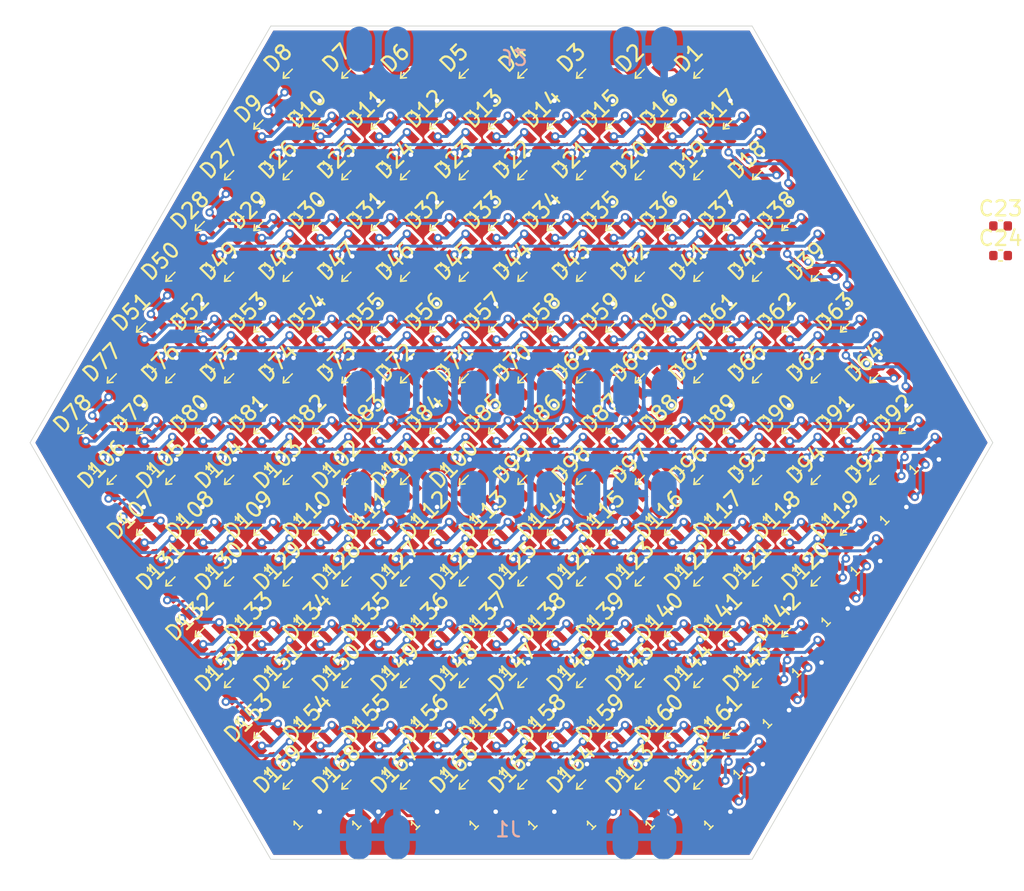
<source format=kicad_pcb>
(kicad_pcb (version 20221018) (generator pcbnew)
  (layers (0 "F.Cu" signal) (31 "B.Cu" signal) (34 "B.Paste" user) (35 "F.Paste" user) (36 "B.SilkS" user "B.Silkscreen") (37 "F.SilkS" user "F.Silkscreen") (38 "B.Mask" user) (39 "F.Mask" user) (44 "Edge.Cuts" user))
  (net 0 "")
  (net 1 "GND")
  (net 2 "+5V")
  (net 3 "Net-(D1-SDO)")
  (net 4 "SPI_TX")
  (net 5 "SPI_SCK")
  (net 6 "Net-(D1-CKO)")
  (net 7 "Net-(D2-SDO)")
  (net 8 "Net-(D2-CKO)")
  (net 9 "Net-(D3-SDO)")
  (net 10 "Net-(D3-CKO)")
  (net 11 "Net-(D4-SDO)")
  (net 12 "Net-(D4-CKO)")
  (net 13 "Net-(D5-SDO)")
  (net 14 "Net-(D5-CKO)")
  (net 15 "Net-(D6-SDO)")
  (net 16 "Net-(D6-CKO)")
  (net 17 "Net-(D7-SDO)")
  (net 18 "Net-(D7-CKO)")
  (net 19 "Net-(D8-SDO)")
  (net 20 "Net-(D8-CKO)")
  (net 21 "Net-(D10-SDI)")
  (net 22 "Net-(D10-CKI)")
  (net 23 "Net-(D10-SDO)")
  (net 24 "Net-(D10-CKO)")
  (net 25 "Net-(D11-SDO)")
  (net 26 "Net-(D11-CKO)")
  (net 27 "Net-(D12-SDO)")
  (net 28 "Net-(D12-CKO)")
  (net 29 "Net-(D13-SDO)")
  (net 30 "Net-(D13-CKO)")
  (net 31 "Net-(D14-SDO)")
  (net 32 "Net-(D14-CKO)")
  (net 33 "Net-(D15-SDO)")
  (net 34 "Net-(D15-CKO)")
  (net 35 "Net-(D16-SDO)")
  (net 36 "Net-(D16-CKO)")
  (net 37 "Net-(D17-SDO)")
  (net 38 "Net-(D17-CKO)")
  (net 39 "Net-(D18-SDO)")
  (net 40 "Net-(D18-CKO)")
  (net 41 "Net-(D19-SDO)")
  (net 42 "Net-(D19-CKO)")
  (net 43 "Net-(D20-SDO)")
  (net 44 "Net-(D20-CKO)")
  (net 45 "Net-(D21-SDO)")
  (net 46 "Net-(D21-CKO)")
  (net 47 "Net-(D22-SDO)")
  (net 48 "Net-(D22-CKO)")
  (net 49 "Net-(D23-SDO)")
  (net 50 "Net-(D23-CKO)")
  (net 51 "Net-(D24-SDO)")
  (net 52 "Net-(D24-CKO)")
  (net 53 "Net-(D25-SDO)")
  (net 54 "Net-(D25-CKO)")
  (net 55 "Net-(D26-SDO)")
  (net 56 "Net-(D26-CKO)")
  (net 57 "Net-(D27-SDO)")
  (net 58 "Net-(D27-CKO)")
  (net 59 "Net-(D28-SDO)")
  (net 60 "Net-(D28-CKO)")
  (net 61 "Net-(D29-SDO)")
  (net 62 "Net-(D29-CKO)")
  (net 63 "Net-(D30-SDO)")
  (net 64 "Net-(D30-CKO)")
  (net 65 "Net-(D31-SDO)")
  (net 66 "Net-(D31-CKO)")
  (net 67 "Net-(D32-SDO)")
  (net 68 "Net-(D32-CKO)")
  (net 69 "Net-(D33-SDO)")
  (net 70 "Net-(D33-CKO)")
  (net 71 "Net-(D34-SDO)")
  (net 72 "Net-(D34-CKO)")
  (net 73 "Net-(D35-SDO)")
  (net 74 "Net-(D35-CKO)")
  (net 75 "Net-(D36-SDO)")
  (net 76 "Net-(D36-CKO)")
  (net 77 "Net-(D37-SDO)")
  (net 78 "Net-(D37-CKO)")
  (net 79 "Net-(D38-SDO)")
  (net 80 "Net-(D38-CKO)")
  (net 81 "Net-(D39-SDO)")
  (net 82 "Net-(D39-CKO)")
  (net 83 "Net-(D40-SDO)")
  (net 84 "Net-(D40-CKO)")
  (net 85 "Net-(D41-SDO)")
  (net 86 "Net-(D41-CKO)")
  (net 87 "Net-(D42-SDO)")
  (net 88 "Net-(D42-CKO)")
  (net 89 "Net-(D43-SDO)")
  (net 90 "Net-(D43-CKO)")
  (net 91 "Net-(D44-SDO)")
  (net 92 "Net-(D44-CKO)")
  (net 93 "Net-(D45-SDO)")
  (net 94 "Net-(D45-CKO)")
  (net 95 "Net-(D46-SDO)")
  (net 96 "Net-(D46-CKO)")
  (net 97 "Net-(D47-SDO)")
  (net 98 "Net-(D47-CKO)")
  (net 99 "Net-(D48-SDO)")
  (net 100 "Net-(D48-CKO)")
  (net 101 "Net-(D49-SDO)")
  (net 102 "Net-(D49-CKO)")
  (net 103 "Net-(D50-SDO)")
  (net 104 "Net-(D50-CKO)")
  (net 105 "Net-(D51-SDO)")
  (net 106 "Net-(D51-CKO)")
  (net 107 "Net-(D52-SDO)")
  (net 108 "Net-(D52-CKO)")
  (net 109 "Net-(D53-SDO)")
  (net 110 "Net-(D53-CKO)")
  (net 111 "Net-(D54-SDO)")
  (net 112 "Net-(D54-CKO)")
  (net 113 "Net-(D55-SDO)")
  (net 114 "Net-(D55-CKO)")
  (net 115 "Net-(D56-SDO)")
  (net 116 "Net-(D56-CKO)")
  (net 117 "Net-(D57-SDO)")
  (net 118 "Net-(D57-CKO)")
  (net 119 "Net-(D58-SDO)")
  (net 120 "Net-(D58-CKO)")
  (net 121 "Net-(D59-SDO)")
  (net 122 "Net-(D59-CKO)")
  (net 123 "Net-(D60-SDO)")
  (net 124 "Net-(D60-CKO)")
  (net 125 "Net-(D61-SDO)")
  (net 126 "Net-(D61-CKO)")
  (net 127 "Net-(D62-SDO)")
  (net 128 "Net-(D62-CKO)")
  (net 129 "Net-(D63-SDO)")
  (net 130 "Net-(D63-CKO)")
  (net 131 "Net-(D64-SDO)")
  (net 132 "Net-(D64-CKO)")
  (net 133 "Net-(D65-SDO)")
  (net 134 "Net-(D65-CKO)")
  (net 135 "Net-(D66-SDO)")
  (net 136 "Net-(D66-CKO)")
  (net 137 "Net-(D67-SDO)")
  (net 138 "Net-(D67-CKO)")
  (net 139 "Net-(D68-SDO)")
  (net 140 "Net-(D68-CKO)")
  (net 141 "Net-(D69-SDO)")
  (net 142 "Net-(D69-CKO)")
  (net 143 "Net-(D70-SDO)")
  (net 144 "Net-(D70-CKO)")
  (net 145 "Net-(D71-SDO)")
  (net 146 "Net-(D71-CKO)")
  (net 147 "Net-(D72-SDO)")
  (net 148 "Net-(D72-CKO)")
  (net 149 "Net-(D73-SDO)")
  (net 150 "Net-(D73-CKO)")
  (net 151 "Net-(D74-SDO)")
  (net 152 "Net-(D74-CKO)")
  (net 153 "Net-(D75-SDO)")
  (net 154 "Net-(D75-CKO)")
  (net 155 "Net-(D76-SDO)")
  (net 156 "Net-(D76-CKO)")
  (net 157 "Net-(D77-SDO)")
  (net 158 "Net-(D77-CKO)")
  (net 159 "Net-(D78-SDO)")
  (net 160 "Net-(D78-CKO)")
  (net 161 "Net-(D79-SDO)")
  (net 162 "Net-(D79-CKO)")
  (net 163 "Net-(D80-SDO)")
  (net 164 "Net-(D80-CKO)")
  (net 165 "Net-(D81-SDO)")
  (net 166 "Net-(D81-CKO)")
  (net 167 "Net-(D82-SDO)")
  (net 168 "Net-(D82-CKO)")
  (net 169 "Net-(D83-SDO)")
  (net 170 "Net-(D83-CKO)")
  (net 171 "Net-(D84-SDO)")
  (net 172 "Net-(D84-CKO)")
  (net 173 "Net-(D85-SDO)")
  (net 174 "Net-(D85-CKO)")
  (net 175 "Net-(D86-SDO)")
  (net 176 "Net-(D86-CKO)")
  (net 177 "Net-(D87-SDO)")
  (net 178 "Net-(D87-CKO)")
  (net 179 "Net-(D88-SDO)")
  (net 180 "Net-(D88-CKO)")
  (net 181 "Net-(D89-SDO)")
  (net 182 "Net-(D89-CKO)")
  (net 183 "Net-(D90-SDO)")
  (net 184 "Net-(D90-CKO)")
  (net 185 "Net-(D91-SDO)")
  (net 186 "Net-(D91-CKO)")
  (net 187 "Net-(D92-SDO)")
  (net 188 "Net-(D92-CKO)")
  (net 189 "Net-(D93-SDO)")
  (net 190 "Net-(D93-CKO)")
  (net 191 "Net-(D94-SDO)")
  (net 192 "Net-(D94-CKO)")
  (net 193 "Net-(D95-SDO)")
  (net 194 "Net-(D95-CKO)")
  (net 195 "Net-(D96-SDO)")
  (net 196 "Net-(D96-CKO)")
  (net 197 "Net-(D97-SDO)")
  (net 198 "Net-(D97-CKO)")
  (net 199 "Net-(D98-SDO)")
  (net 200 "Net-(D98-CKO)")
  (net 201 "Net-(D100-SDI)")
  (net 202 "Net-(D100-CKI)")
  (net 203 "Net-(D100-SDO)")
  (net 204 "Net-(D100-CKO)")
  (net 205 "Net-(D101-SDO)")
  (net 206 "Net-(D101-CKO)")
  (net 207 "Net-(D102-SDO)")
  (net 208 "Net-(D102-CKO)")
  (net 209 "Net-(D103-SDO)")
  (net 210 "Net-(D103-CKO)")
  (net 211 "Net-(D104-SDO)")
  (net 212 "Net-(D104-CKO)")
  (net 213 "Net-(D105-SDO)")
  (net 214 "Net-(D105-CKO)")
  (net 215 "Net-(D106-SDO)")
  (net 216 "Net-(D106-CKO)")
  (net 217 "Net-(D107-SDO)")
  (net 218 "Net-(D107-CKO)")
  (net 219 "Net-(D108-SDO)")
  (net 220 "Net-(D108-CKO)")
  (net 221 "Net-(D109-SDO)")
  (net 222 "Net-(D109-CKO)")
  (net 223 "Net-(D110-SDO)")
  (net 224 "Net-(D110-CKO)")
  (net 225 "Net-(D111-SDO)")
  (net 226 "Net-(D111-CKO)")
  (net 227 "Net-(D112-SDO)")
  (net 228 "Net-(D112-CKO)")
  (net 229 "Net-(D113-SDO)")
  (net 230 "Net-(D113-CKO)")
  (net 231 "Net-(D114-SDO)")
  (net 232 "Net-(D114-CKO)")
  (net 233 "Net-(D115-SDO)")
  (net 234 "Net-(D115-CKO)")
  (net 235 "Net-(D116-SDO)")
  (net 236 "Net-(D116-CKO)")
  (net 237 "Net-(D117-SDO)")
  (net 238 "Net-(D117-CKO)")
  (net 239 "Net-(D118-SDO)")
  (net 240 "Net-(D118-CKO)")
  (net 241 "Net-(D119-SDO)")
  (net 242 "Net-(D119-CKO)")
  (net 243 "Net-(D120-SDO)")
  (net 244 "Net-(D120-CKO)")
  (net 245 "Net-(D121-SDO)")
  (net 246 "Net-(D121-CKO)")
  (net 247 "Net-(D122-SDO)")
  (net 248 "Net-(D122-CKO)")
  (net 249 "Net-(D123-SDO)")
  (net 250 "Net-(D123-CKO)")
  (net 251 "Net-(D124-SDO)")
  (net 252 "Net-(D124-CKO)")
  (net 253 "Net-(D125-SDO)")
  (net 254 "Net-(D125-CKO)")
  (net 255 "Net-(D126-SDO)")
  (net 256 "Net-(D126-CKO)")
  (net 257 "Net-(D127-SDO)")
  (net 258 "Net-(D127-CKO)")
  (net 259 "Net-(D128-SDO)")
  (net 260 "Net-(D128-CKO)")
  (net 261 "Net-(D129-SDO)")
  (net 262 "Net-(D129-CKO)")
  (net 263 "Net-(D130-SDO)")
  (net 264 "Net-(D130-CKO)")
  (net 265 "Net-(D131-SDO)")
  (net 266 "Net-(D131-CKO)")
  (net 267 "Net-(D132-SDO)")
  (net 268 "Net-(D132-CKO)")
  (net 269 "Net-(D133-SDO)")
  (net 270 "Net-(D133-CKO)")
  (net 271 "Net-(D134-SDO)")
  (net 272 "Net-(D134-CKO)")
  (net 273 "Net-(D135-SDO)")
  (net 274 "Net-(D135-CKO)")
  (net 275 "Net-(D136-SDO)")
  (net 276 "Net-(D136-CKO)")
  (net 277 "Net-(D137-SDO)")
  (net 278 "Net-(D137-CKO)")
  (net 279 "Net-(D138-SDO)")
  (net 280 "Net-(D138-CKO)")
  (net 281 "Net-(D139-SDO)")
  (net 282 "Net-(D139-CKO)")
  (net 283 "Net-(D140-SDO)")
  (net 284 "Net-(D140-CKO)")
  (net 285 "Net-(D141-SDO)")
  (net 286 "Net-(D141-CKO)")
  (net 287 "Net-(D142-SDO)")
  (net 288 "Net-(D142-CKO)")
  (net 289 "Net-(D143-SDO)")
  (net 290 "Net-(D143-CKO)")
  (net 291 "Net-(D144-SDO)")
  (net 292 "Net-(D144-CKO)")
  (net 293 "Net-(D145-SDO)")
  (net 294 "Net-(D145-CKO)")
  (net 295 "Net-(D146-SDO)")
  (net 296 "Net-(D146-CKO)")
  (net 297 "Net-(D147-SDO)")
  (net 298 "Net-(D147-CKO)")
  (net 299 "Net-(D148-SDO)")
  (net 300 "Net-(D148-CKO)")
  (net 301 "Net-(D149-SDO)")
  (net 302 "Net-(D149-CKO)")
  (net 303 "Net-(D150-SDO)")
  (net 304 "Net-(D150-CKO)")
  (net 305 "Net-(D151-SDO)")
  (net 306 "Net-(D151-CKO)")
  (net 307 "Net-(D152-SDO)")
  (net 308 "Net-(D152-CKO)")
  (net 309 "Net-(D153-SDO)")
  (net 310 "Net-(D153-CKO)")
  (net 311 "Net-(D154-SDO)")
  (net 312 "Net-(D154-CKO)")
  (net 313 "Net-(D155-SDO)")
  (net 314 "Net-(D155-CKO)")
  (net 315 "Net-(D156-SDO)")
  (net 316 "Net-(D156-CKO)")
  (net 317 "Net-(D157-SDO)")
  (net 318 "Net-(D157-CKO)")
  (net 319 "Net-(D158-SDO)")
  (net 320 "Net-(D158-CKO)")
  (net 321 "Net-(D159-SDO)")
  (net 322 "Net-(D159-CKO)")
  (net 323 "Net-(D160-SDO)")
  (net 324 "Net-(D160-CKO)")
  (net 325 "Net-(D161-SDO)")
  (net 326 "Net-(D161-CKO)")
  (net 327 "Net-(D162-SDO)")
  (net 328 "Net-(D162-CKO)")
  (net 329 "Net-(D163-SDO)")
  (net 330 "Net-(D163-CKO)")
  (net 331 "Net-(D164-SDO)")
  (net 332 "Net-(D164-CKO)")
  (net 333 "Net-(D165-SDO)")
  (net 334 "Net-(D165-CKO)")
  (net 335 "Net-(D166-SDO)")
  (net 336 "Net-(D166-CKO)")
  (net 337 "Net-(D167-SDO)")
  (net 338 "Net-(D167-CKO)")
  (net 339 "Net-(D168-SDO)")
  (net 340 "Net-(D168-CKO)")
  (net 341 "SYS")
  (net 342 "ADC0 <-> ILIM")
  (net 343 "GPIO4 <-> INT")
  (net 344 "HOST_VREF")
  (net 345 "SDA")
  (net 346 "SCL")
  (net 347 "OTG")
  (net 348 "GPIO11 <-> OTG")
  (net 349 "+1V8")
  (net 350 "~{USBBOOT}")
  (footprint "motionhexa:LED-SK9822-EC20" (layer "F.Cu") (at 96.1 120.264994 -135)
    (fp_text reference "D156")
    (fp_text value "SK9822-EC20")
  )
  (footprint "motionhexa:LED-SK9822-EC20" (layer "F.Cu") (at 100 113.509996 -135)
    (fp_text reference "D137")
    (fp_text value "SK9822-EC20")
  )
  (footprint "motionhexa:LED-SK9822-EC20" (layer "F.Cu") (at 92.2 93.245001 -135)
    (fp_text reference "D55")
    (fp_text value "SK9822-EC20")
  )
  (footprint "motionhexa:LED-SK9822-EC20" (layer "F.Cu") (at 88.3 79.735005 -135)
    (fp_text reference "D10")
    (fp_text value "SK9822-EC20")
  )
  (footprint "motionhexa:LED-SK9822-EC20" (layer "F.Cu") (at 86.35 96.6225 -135)
    (fp_text reference "D74")
    (fp_text value "SK9822-EC20")
  )
  (footprint "motionhexa:LED-SK9822-EC20" (layer "F.Cu") (at 113.649999 83.112504 -135)
    (fp_text reference "D19")
    (fp_text value "SK9822-EC20")
  )
  (footprint "motionhexa:LED-SK9822-EC20" (layer "F.Cu") (at 117.55 89.867502 -135)
    (fp_text reference "D40")
    (fp_text value "SK9822-EC20")
  )
  (footprint "motionhexa:LED-SK9822-EC20" (layer "F.Cu") (at 107.8 113.509996 -135)
    (fp_text reference "D139")
    (fp_text value "SK9822-EC20")
  )
  (footprint "motionhexa:LED-SK9822-EC20" (layer "F.Cu") (at 88.3 120.264994 -135)
    (fp_text reference "D154")
    (fp_text value "SK9822-EC20")
  )
  (footprint "motionhexa:LED-SK9822-EC20" (layer "F.Cu") (at 80.5 113.509996 -135)
    (fp_text reference "D132")
    (fp_text value "SK9822-EC20")
  )
  (footprint "motionhexa:LED-SK9822-EC20" (layer "F.Cu") (at 84.4 93.245001 -135)
    (fp_text reference "D53")
    (fp_text value "SK9822-EC20")
  )
  (footprint "motionhexa:LED-SK9822-EC20" (layer "F.Cu") (at 84.4 106.754998 -135)
    (fp_text reference "D109")
    (fp_text value "SK9822-EC20")
  )
  (footprint "motionhexa:LED-SK9822-EC20" (layer "F.Cu") (at 100 86.490003 -135)
    (fp_text reference "D33")
    (fp_text value "SK9822-EC20")
  )
  (footprint "motionhexa:LED-SK9822-EC20" (layer "F.Cu") (at 82.449999 89.867502 -135)
    (fp_text reference "D49")
    (fp_text value "SK9822-EC20")
  )
  (footprint "motionhexa:LED-SK9822-EC20" (layer "F.Cu") (at 113.649999 103.377499 -135)
    (fp_text reference "D96")
    (fp_text value "SK9822-EC20")
  )
  (footprint "motionhexa:LED-SK9822-EC20" (layer "F.Cu") (at 105.85 76.357506 -135)
    (fp_text reference "D3")
    (fp_text value "SK9822-EC20")
  )
  (footprint "motionhexa:LED-SK9822-EC20" (layer "F.Cu") (at 101.95 110.132497 -135)
    (fp_text reference "D125")
    (fp_text value "SK9822-EC20")
  )
  (footprint "motionhexa:LED-SK9822-EC20" (layer "F.Cu") (at 111.7 106.754998 -135)
    (fp_text reference "D116")
    (fp_text value "SK9822-EC20")
  )
  (footprint "motionhexa:LED-SK9822-EC20" (layer "F.Cu") (at 82.449999 103.377499 -135)
    (fp_text reference "D104")
    (fp_text value "SK9822-EC20")
  )
  (footprint "motionhexa:LED-SK9822-EC20" (layer "F.Cu") (at 78.55 96.6225 -135)
    (fp_text reference "D76")
    (fp_text value "SK9822-EC20")
  )
  (footprint "motionhexa:LED-SK9822-EC20" (layer "F.Cu") (at 86.35 83.112504 -135)
    (fp_text reference "D26")
    (fp_text value "SK9822-EC20")
  )
  (footprint "motionhexa:LED-SK9822-EC20" (layer "F.Cu") (at 88.3 100 -135)
    (fp_text reference "D82")
    (fp_text value "SK9822-EC20")
  )
  (footprint "motionhexa:LED-SK9822-EC20" (layer "F.Cu") (at 115.6 106.754998 -135)
    (fp_text reference "D117")
    (fp_text value "SK9822-EC20")
  )
  (footprint "motionhexa:LED-SK9822-EC20" (layer "F.Cu") (at 94.149999 116.887495 -135)
    (fp_text reference "D149")
    (fp_text value "SK9822-EC20")
  )
  (footprint "motionhexa:LED-SK9822-EC20" (layer "F.Cu") (at 94.149999 89.867502 -135)
    (fp_text reference "D46")
    (fp_text value "SK9822-EC20")
  )
  (footprint "motionhexa:LED-SK9822-EC20" (layer "F.Cu") (at 109.75 103.377499 -135)
    (fp_text reference "D97")
    (fp_text value "SK9822-EC20")
  )
  (footprint "motionhexa:LED-SK9822-EC20" (layer "F.Cu") (at 115.6 79.735005 -135)
    (fp_text reference "D17")
    (fp_text value "SK9822-EC20")
  )
  (footprint "motionhexa:LED-SK9822-EC20" (layer "F.Cu") (at 125.35 103.377499 -135)
    (fp_text reference "D93")
    (fp_text value "SK9822-EC20")
  )
  (footprint "motionhexa:LED-SK9822-EC20" (layer "F.Cu") (at 119.5 106.754998 -135)
    (fp_text reference "D118")
    (fp_text value "SK9822-EC20")
  )
  (footprint "motionhexa:LED-SK9822-EC20" (layer "F.Cu") (at 101.95 83.112504 -135)
    (fp_text reference "D22")
    (fp_text value "SK9822-EC20")
  )
  (footprint "motionhexa:LED-SK9822-EC20" (layer "F.Cu") (at 117.55 96.6225 -135)
    (fp_text reference "D66")
    (fp_text value "SK9822-EC20")
  )
  (footprint "motionhexa:LED-SK9822-EC20" (layer "F.Cu") (at 109.75 76.357506 -135)
    (fp_text reference "D2")
    (fp_text value "SK9822-EC20")
  )
  (footprint "motionhexa:LED-SK9822-EC20" (layer "F.Cu") (at 121.449999 89.867502 -135)
    (fp_text reference "D39")
    (fp_text value "SK9822-EC20")
  )
  (footprint "motionhexa:LED-SK9822-EC20" (layer "F.Cu") (at 80.5 100 -135)
    (fp_text reference "D80")
    (fp_text value "SK9822-EC20")
  )
  (footprint "motionhexa:LED-SK9822-EC20" (layer "F.Cu") (at 100 79.735005 -135)
    (fp_text reference "D13")
    (fp_text value "SK9822-EC20")
  )
  (footprint "motionhexa:LED-SK9822-EC20" (layer "F.Cu") (at 100 120.264994 -135)
    (fp_text reference "D157")
    (fp_text value "SK9822-EC20")
  )
  (footprint "motionhexa:LED-SK9822-EC20" (layer "F.Cu") (at 105.85 110.132497 -135)
    (fp_text reference "D124")
    (fp_text value "SK9822-EC20")
  )
  (footprint "motionhexa:LED-SK9822-EC20" (layer "F.Cu") (at 100 100 -135)
    (fp_text reference "D85")
    (fp_text value "SK9822-EC20")
  )
  (footprint "motionhexa:LED-SK9822-EC20" (layer "F.Cu") (at 88.3 93.245001 -135)
    (fp_text reference "D54")
    (fp_text value "SK9822-EC20")
  )
  (footprint "motionhexa:LED-SK9822-EC20" (layer "F.Cu") (at 98.05 89.867502 -135)
    (fp_text reference "D45")
    (fp_text value "SK9822-EC20")
  )
  (footprint "motionhexa:LED-SK9822-EC20" (layer "F.Cu") (at 109.75 123.642493 -135)
    (fp_text reference "D163")
    (fp_text value "SK9822-EC20")
  )
  (footprint "motionhexa:LED-SK9822-EC20" (layer "F.Cu") (at 111.7 113.509996 -135)
    (fp_text reference "D140")
    (fp_text value "SK9822-EC20")
  )
  (footprint "motionhexa:LED-SK9822-EC20" (layer "F.Cu") (at 103.9 106.754998 -135)
    (fp_text reference "D114")
    (fp_text value "SK9822-EC20")
  )
  (footprint "motionhexa:LED-SK9822-EC20" (layer "F.Cu") (at 115.6 100 -135)
    (fp_text reference "D89")
    (fp_text value "SK9822-EC20")
  )
  (footprint "motionhexa:LED-SK9822-EC20" (layer "F.Cu") (at 90.25 103.377499 -135)
    (fp_text reference "D102")
    (fp_text value "SK9822-EC20")
  )
  (footprint "motionhexa:LED-SK9822-EC20" (layer "F.Cu") (at 113.649999 76.357506 -135)
    (fp_text reference "D1")
    (fp_text value "SK9822-EC20")
  )
  (footprint "motionhexa:LED-SK9822-EC20" (layer "F.Cu") (at 103.9 120.264994 -135)
    (fp_text reference "D158")
    (fp_text value "SK9822-EC20")
  )
  (footprint "motionhexa:LED-SK9822-EC20" (layer "F.Cu") (at 90.25 76.357506 -135)
    (fp_text reference "D7")
    (fp_text value "SK9822-EC20")
  )
  (footprint "motionhexa:LED-SK9822-EC20" (layer "F.Cu") (at 109.75 116.887495 -135)
    (fp_text reference "D145")
    (fp_text value "SK9822-EC20")
  )
  (footprint "motionhexa:LED-SK9822-EC20" (layer "F.Cu") (at 76.6 106.754998 -135)
    (fp_text reference "D107")
    (fp_text value "SK9822-EC20")
  )
  (footprint "motionhexa:LED-SK9822-EC20" (layer "F.Cu") (at 103.9 100 -135)
    (fp_text reference "D86")
    (fp_text value "SK9822-EC20")
  )
  (footprint "motionhexa:LED-SK9822-EC20" (layer "F.Cu") (at 72.7 100 -135)
    (fp_text reference "D78")
    (fp_text value "SK9822-EC20")
  )
  (footprint "motionhexa:LED-SK9822-EC20" (layer "F.Cu") (at 90.25 83.112504 -135)
    (fp_text reference "D25")
    (fp_text value "SK9822-EC20")
  )
  (footprint "motionhexa:LED-SK9822-EC20" (layer "F.Cu") (at 103.9 86.490003 -135)
    (fp_text reference "D34")
    (fp_text value "SK9822-EC20")
  )
  (footprint "motionhexa:LED-SK9822-EC20" (layer "F.Cu") (at 80.5 106.754998 -135)
    (fp_text reference "D108")
    (fp_text value "SK9822-EC20")
  )
  (footprint "motionhexa:LED-SK9822-EC20" (layer "F.Cu") (at 109.75 89.867502 -135)
    (fp_text reference "D42")
    (fp_text value "SK9822-EC20")
  )
  (footprint "motionhexa:LED-SK9822-EC20" (layer "F.Cu") (at 94.149999 96.6225 -135)
    (fp_text reference "D72")
    (fp_text value "SK9822-EC20")
  )
  (footprint "motionhexa:LED-SK9822-EC20" (layer "F.Cu") (at 100 93.245001 -135)
    (fp_text reference "D57")
    (fp_text value "SK9822-EC20")
  )
  (footprint "motionhexa:LED-SK9822-EC20" (layer "F.Cu") (at 90.25 116.887495 -135)
    (fp_text reference "D150")
    (fp_text value "SK9822-EC20")
  )
  (footprint "motionhexa:LED-SK9822-EC20" (layer "F.Cu") (at 107.8 86.490003 -135)
    (fp_text reference "D35")
    (fp_text value "SK9822-EC20")
  )
  (footprint "Capacitor_SMD:C_0402_1005Metric" (layer "F.Cu") (at 132.5144 85.5838)
    (fp_text reference "C23")
    (fp_text value "10u")
  )
  (footprint "motionhexa:LED-SK9822-EC20" (layer "F.Cu") (at 88.3 113.509996 -135)
    (fp_text reference "D134")
    (fp_text value "SK9822-EC20")
  )
  (footprint "motionhexa:LED-SK9822-EC20" (layer "F.Cu") (at 78.55 103.377499 -135)
    (fp_text reference "D105")
    (fp_text value "SK9822-EC20")
  )
  (footprint "motionhexa:LED-SK9822-EC20" (layer "F.Cu") (at 96.1 93.245001 -135)
    (fp_text reference "D56")
    (fp_text value "SK9822-EC20")
  )
  (footprint "motionhexa:LED-SK9822-EC20" (layer "F.Cu") (at 103.9 79.735005 -135)
    (fp_text reference "D14")
    (fp_text value "SK9822-EC20")
  )
  (footprint "motionhexa:LED-SK9822-EC20" (layer "F.Cu") (at 115.6 113.509996 -135)
    (fp_text reference "D141")
    (fp_text value "SK9822-EC20")
  )
  (footprint "motionhexa:LED-SK9822-EC20" (layer "F.Cu") (at 105.85 103.377499 -135)
    (fp_text reference "D98")
    (fp_text value "SK9822-EC20")
  )
  (footprint "motionhexa:LED-SK9822-EC20" (layer "F.Cu") (at 111.7 120.264994 -135)
    (fp_text reference "D160")
    (fp_text value "SK9822-EC20")
  )
  (footprint "motionhexa:LED-SK9822-EC20" (layer "F.Cu") (at 98.05 83.112504 -135)
    (fp_text reference "D23")
    (fp_text value "SK9822-EC20")
  )
  (footprint "motionhexa:LED-SK9822-EC20" (layer "F.Cu") (at 74.65 103.377499 -135)
    (fp_text reference "D106")
    (fp_text value "SK9822-EC20")
  )
  (footprint "motionhexa:LED-SK9822-EC20" (layer "F.Cu") (at 86.35 89.867502 -135)
    (fp_text reference "D48")
    (fp_text value "SK9822-EC20")
  )
  (footprint "motionhexa:LED-SK9822-EC20" (layer "F.Cu") (at 115.6 93.245001 -135)
    (fp_text reference "D61")
    (fp_text value "SK9822-EC20")
  )
  (footprint "motionhexa:LED-SK9822-EC20" (layer "F.Cu") (at 86.35 116.887495 -135)
    (fp_text reference "D151")
    (fp_text value "SK9822-EC20")
  )
  (footprint "motionhexa:LED-SK9822-EC20" (layer "F.Cu") (at 76.6 100 -135)
    (fp_text reference "D79")
    (fp_text value "SK9822-EC20")
  )
  (footprint "motionhexa:LED-SK9822-EC20" (layer "F.Cu") (at 84.4 120.264994 -135)
    (fp_text reference "D153")
    (fp_text value "SK9822-EC20")
  )
  (footprint "motionhexa:LED-SK9822-EC20" (layer "F.Cu") (at 92.2 113.509996 -135)
    (fp_text reference "D135")
    (fp_text value "SK9822-EC20")
  )
  (footprint "motionhexa:LED-SK9822-EC20" (layer "F.Cu") (at 115.6 120.264994 -135)
    (fp_text reference "D161")
    (fp_text value "SK9822-EC20")
  )
  (footprint "motionhexa:LED-SK9822-EC20" (layer "F.Cu") (at 90.25 110.132497 -135)
    (fp_text reference "D128")
    (fp_text value "SK9822-EC20")
  )
  (footprint "motionhexa:LED-SK9822-EC20" (layer "F.Cu") (at 111.7 100 -135)
    (fp_text reference "D88")
    (fp_text value "SK9822-EC20")
  )
  (footprint "motionhexa:LED-SK9822-EC20" (layer "F.Cu") (at 78.55 110.132497 -135)
    (fp_text reference "D131")
    (fp_text value "SK9822-EC20")
  )
  (footprint "motionhexa:LED-SK9822-EC20" (layer "F.Cu") (at 92.2 106.754998 -135)
    (fp_text reference "D111")
    (fp_text value "SK9822-EC20")
  )
  (footprint "motionhexa:LED-SK9822-EC20" (layer "F.Cu") (at 105.85 116.887495 -135)
    (fp_text reference "D146")
    (fp_text value "SK9822-EC20")
  )
  (footprint "motionhexa:LED-SK9822-EC20" (layer "F.Cu") (at 80.5 86.490003 -135)
    (fp_text reference "D28")
    (fp_text value "SK9822-EC20")
  )
  (footprint "motionhexa:LED-SK9822-EC20" (layer "F.Cu") (at 82.449999 110.132497 -135)
    (fp_text reference "D130")
    (fp_text value "SK9822-EC20")
  )
  (footprint "motionhexa:LED-SK9822-EC20" (layer "F.Cu") (at 113.649999 110.132497 -135)
    (fp_text reference "D122")
    (fp_text value "SK9822-EC20")
  )
  (footprint "motionhexa:LED-SK9822-EC20" (layer "F.Cu") (at 96.1 100 -135)
    (fp_text reference "D84")
    (fp_text value "SK9822-EC20")
  )
  (footprint "motionhexa:LED-SK9822-EC20" (layer "F.Cu") (at 92.2 100 -135)
    (fp_text reference "D83")
    (fp_text value "SK9822-EC20")
  )
  (footprint "motionhexa:LED-SK9822-EC20" (layer "F.Cu") (at 111.7 79.735005 -135)
    (fp_text reference "D16")
    (fp_text value "SK9822-EC20")
  )
  (footprint "motionhexa:LED-SK9822-EC20" (layer "F.Cu") (at 78.55 89.867502 -135)
    (fp_text reference "D50")
    (fp_text value "SK9822-EC20")
  )
  (footprint "motionhexa:LED-SK9822-EC20" (layer "F.Cu") (at 98.05 103.377499 -135)
    (fp_text reference "D100")
    (fp_text value "SK9822-EC20")
  )
  (footprint "motionhexa:LED-SK9822-EC20" (layer "F.Cu") (at 98.05 123.642493 -135)
    (fp_text reference "D166")
    (fp_text value "SK9822-EC20")
  )
  (footprint "motionhexa:LED-SK9822-EC20" (layer "F.Cu") (at 117.55 116.887495 -135)
    (fp_text reference "D143")
    (fp_text value "SK9822-EC20")
  )
  (footprint "motionhexa:LED-SK9822-EC20" (layer "F.Cu") (at 86.35 123.642493 -135)
    (fp_text reference "D169")
    (fp_text value "SK9822-EC20")
  )
  (footprint "motionhexa:LED-SK9822-EC20" (layer "F.Cu") (at 82.449999 96.6225 -135)
    (fp_text reference "D75")
    (fp_text value "SK9822-EC20")
  )
  (footprint "motionhexa:LED-SK9822-EC20" (layer "F.Cu") (at 113.649999 96.6225 -135)
    (fp_text reference "D67")
    (fp_text value "SK9822-EC20")
  )
  (footprint "motionhexa:LED-SK9822-EC20" (layer "F.Cu") (at 92.2 79.735005 -135)
    (fp_text reference "D11")
    (fp_text value "SK9822-EC20")
  )
  (footprint "motionhexa:LED-SK9822-EC20" (layer "F.Cu") (at 94.149999 123.642493 -135)
    (fp_text reference "D167")
    (fp_text value "SK9822-EC20")
  )
  (footprint "motionhexa:LED-SK9822-EC20" (layer "F.Cu") (at 92.2 120.264994 -135)
    (fp_text reference "D155")
    (fp_text value "SK9822-EC20")
  )
  (footprint "motionhexa:LED-SK9822-EC20" (layer "F.Cu") (at 111.7 86.490003 -135)
    (fp_text reference "D36")
    (fp_text value "SK9822-EC20")
  )
  (footprint "motionhexa:LED-SK9822-EC20" (layer "F.Cu") (at 88.3 106.754998 -135)
    (fp_text reference "D110")
    (fp_text value "SK9822-EC20")
  )
  (footprint "motionhexa:LED-SK9822-EC20" (layer "F.Cu") (at 84.4 79.735005 -135)
    (fp_text reference "D9")
    (fp_text value "SK9822-EC20")
  )
  (footprint "motionhexa:LED-SK9822-EC20" (layer "F.Cu") (at 107.8 79.735005 -135)
    (fp_text reference "D15")
    (fp_text value "SK9822-EC20")
  )
  (footprint "motionhexa:LED-SK9822-EC20" (layer "F.Cu") (at 80.5 93.245001 -135)
    (fp_text reference "D52")
    (fp_text value "SK9822-EC20")
  )
  (footprint "motionhexa:LED-SK9822-EC20" (layer "F.Cu") (at 86.35 76.357506 -135)
    (fp_text reference "D8")
    (fp_text value "SK9822-EC20")
  )
  (footprint "motionhexa:LED-SK9822-EC20" (layer "F.Cu") (at 98.05 116.887495 -135)
    (fp_text reference "D148")
    (fp_text value "SK9822-EC20")
  )
  (footprint "motionhexa:LED-SK9822-EC20" (layer "F.Cu") (at 86.35 103.377499 -135)
    (fp_text reference "D103")
    (fp_text value "SK9822-EC20")
  )
  (footprint "motionhexa:LED-SK9822-EC20" (layer "F.Cu") (at 105.85 83.112504 -135)
    (fp_text reference "D21")
    (fp_text value "SK9822-EC20")
  )
  (footprint "motionhexa:LED-SK9822-EC20" (layer "F.Cu") (at 88.3 86.490003 -135)
    (fp_text reference "D30")
    (fp_text value "SK9822-EC20")
  )
  (footprint "motionhexa:LED-SK9822-EC20" (layer "F.Cu") (at 119.5 86.490003 -135)
    (fp_text reference "D38")
    (fp_text value "SK9822-EC20")
  )
  (footprint "motionhexa:LED-SK9822-EC20" (layer "F.Cu") (at 107.8 100 -135)
    (fp_text reference "D87")
    (fp_text value "SK9822-EC20")
  )
  (footprint "motionhexa:LED-SK9822-EC20" (layer "F.Cu") (at 123.4 93.245001 -135)
    (fp_text reference "D63")
    (fp_text value "SK9822-EC20")
  )
  (footprint "motionhexa:LED-SK9822-EC20" (layer "F.Cu") (at 101.95 89.867502 -135)
    (fp_text reference "D44")
    (fp_text value "SK9822-EC20")
  )
  (footprint "motionhexa:LED-SK9822-EC20" (layer "F.Cu") (at 111.7 93.245001 -135)
    (fp_text reference "D60")
    (fp_text value "SK9822-EC20")
  )
  (footprint "motionhexa:LED-SK9822-EC20" (layer "F.Cu") (at 123.4 106.754998 -135)
    (fp_text reference "D119")
    (fp_text value "SK9822-EC20")
  )
  (footprint "motionhexa:LED-SK9822-EC20" (layer "F.Cu") (at 101.95 123.642493 -135)
    (fp_text reference "D165")
    (fp_text value "SK9822-EC20")
  )
  (footprint "motionhexa:LED-SK9822-EC20" (layer "F.Cu") (at 101.95 103.377499 -135)
    (fp_text reference "D99")
    (fp_text value "SK9822-EC20")
  )
  (footprint "motionhexa:LED-SK9822-EC20" (layer "F.Cu") (at 121.449999 96.6225 -135)
    (fp_text reference "D65")
    (fp_text value "SK9822-EC20")
  )
  (footprint "motionhexa:LED-SK9822-EC20" (layer "F.Cu") (at 84.4 100 -135)
    (fp_text reference "D81")
    (fp_text value "SK9822-EC20")
  )
  (footprint "motionhexa:LED-SK9822-EC20" (layer "F.Cu") (at 101.95 96.6225 -135)
    (fp_text reference "D70")
    (fp_text value "SK9822-EC20")
  )
  (footprint "motionhexa:LED-SK9822-EC20" (layer "F.Cu") (at 84.4 113.509996 -135)
    (fp_text reference "D133")
    (fp_text value "SK9822-EC20")
  )
  (footprint "motionhexa:LED-SK9822-EC20" (layer "F.Cu") (at 117.55 110.132497 -135)
    (fp_text reference "D121")
    (fp_text value "SK9822-EC20")
  )
  (footprint "motionhexa:LED-SK9822-EC20" (layer "F.Cu") (at 96.1 79.735005 -135)
    (fp_text reference "D12")
    (fp_text value "SK9822-EC20")
  )
  (footprint "motionhexa:LED-SK9822-EC20" (layer "F.Cu") (at 82.449999 83.112504 -135)
    (fp_text reference "D27")
    (fp_text value "SK9822-EC20")
  )
  (footprint "motionhexa:LED-SK9822-EC20" (layer "F.Cu") (at 105.85 96.6225 -135)
    (fp_text reference "D69")
    (fp_text value "SK9822-EC20")
  )
  (footprint "motionhexa:LED-SK9822-EC20" (layer "F.Cu") (at 90.25 96.6225 -135)
    (fp_text reference "D73")
    (fp_text value "SK9822-EC20")
  )
  (footprint "motionhexa:LED-SK9822-EC20" (layer "F.Cu") (at 90.25 89.867502 -135)
    (fp_text reference "D47")
    (fp_text value "SK9822-EC20")
  )
  (footprint "motionhexa:LED-SK9822-EC20" (layer "F.Cu") (at 115.6 86.490003 -135)
    (fp_text reference "D37")
    (fp_text value "SK9822-EC20")
  )
  (footprint "motionhexa:LED-SK9822-EC20" (layer "F.Cu") (at 92.2 86.490003 -135)
    (fp_text reference "D31")
    (fp_text value "SK9822-EC20")
  )
  (footprint "motionhexa:LED-SK9822-EC20" (layer "F.Cu") (at 74.65 96.6225 -135)
    (fp_text reference "D77")
    (fp_text value "SK9822-EC20")
  )
  (footprint "motionhexa:LED-SK9822-EC20" (layer "F.Cu") (at 90.25 123.642493 -135)
    (fp_text reference "D168")
    (fp_text value "SK9822-EC20")
  )
  (footprint "motionhexa:LED-SK9822-EC20" (layer "F.Cu") (at 117.55 103.377499 -135)
    (fp_text reference "D95")
    (fp_text value "SK9822-EC20")
  )
  (footprint "motionhexa:LED-SK9822-EC20" (layer "F.Cu") (at 96.1 106.754998 -135)
    (fp_text reference "D112")
    (fp_text value "SK9822-EC20")
  )
  (footprint "motionhexa:LED-SK9822-EC20" (layer "F.Cu") (at 117.55 83.112504 -135)
    (fp_text reference "D18")
    (fp_text value "SK9822-EC20")
  )
  (footprint "motionhexa:LED-SK9822-EC20" (layer "F.Cu") (at 98.05 76.357506 -135)
    (fp_text reference "D5")
    (fp_text value "SK9822-EC20")
  )
  (footprint "motionhexa:LED-SK9822-EC20" (layer "F.Cu") (at 107.8 120.264994 -135)
    (fp_text reference "D159")
    (fp_text value "SK9822-EC20")
  )
  (footprint "motionhexa:LED-SK9822-EC20" (layer "F.Cu") (at 94.149999 83.112504 -135)
    (fp_text reference "D24")
    (fp_text value "SK9822-EC20")
  )
  (footprint "motionhexa:LED-SK9822-EC20" (layer "F.Cu") (at 94.149999 76.357506 -135)
    (fp_text reference "D6")
    (fp_text value "SK9822-EC20")
  )
  (footprint "motionhexa:LED-SK9822-EC20" (layer "F.Cu") (at 100 106.754998 -135)
    (fp_text reference "D113")
    (fp_text value "SK9822-EC20")
  )
  (footprint "motionhexa:LED-SK9822-EC20" (layer "F.Cu") (at 119.5 113.509996 -135)
    (fp_text reference "D142")
    (fp_text value "SK9822-EC20")
  )
  (footprint "motionhexa:LED-SK9822-EC20" (layer "F.Cu") (at 98.05 96.6225 -135)
    (fp_text reference "D71")
    (fp_text value "SK9822-EC20")
  )
  (footprint "motionhexa:LED-SK9822-EC20" (layer "F.Cu") (at 109.75 96.6225 -135)
    (fp_text reference "D68")
    (fp_text value "SK9822-EC20")
  )
  (footprint "motionhexa:LED-SK9822-EC20" (layer "F.Cu") (at 121.449999 110.132497 -135)
    (fp_text reference "D120")
    (fp_text value "SK9822-EC20")
  )
  (footprint "motionhexa:LED-SK9822-EC20" (layer "F.Cu") (at 113.649999 123.642493 -135)
    (fp_text reference "D162")
    (fp_text value "SK9822-EC20")
  )
  (footprint "motionhexa:LED-SK9822-EC20" (layer "F.Cu") (at 125.35 96.6225 -135)
    (fp_text reference "D64")
    (fp_text value "SK9822-EC20")
  )
  (footprint "motionhexa:LED-SK9822-EC20" (layer "F.Cu") (at 109.75 110.132497 -135)
    (fp_text reference "D123")
    (fp_text value "SK9822-EC20")
  )
  (footprint "motionhexa:LED-SK9822-EC20" (layer "F.Cu") (at 121.449999 103.377499 -135)
    (fp_text reference "D94")
    (fp_text value "SK9822-EC20")
  )
  (footprint "motionhexa:LED-SK9822-EC20" (layer "F.Cu") (at 107.8 106.754998 -135)
    (fp_text reference "D115")
    (fp_text value "SK9822-EC20")
  )
  (footprint "motionhexa:LED-SK9822-EC20" (layer "F.Cu") (at 96.1 113.509996 -135)
    (fp_text reference "D136")
    (fp_text value "SK9822-EC20")
  )
  (footprint "motionhexa:LED-SK9822-EC20" (layer "F.Cu") (at 101.95 116.887495 -135)
    (fp_text reference "D147")
    (fp_text value "SK9822-EC20")
  )
  (footprint "Capacitor_SMD:C_0402_1005Metric" (layer "F.Cu") (at 132.5144 87.5538)
    (fp_text reference "C24")
    (fp_text value "10u")
  )
  (footprint "motionhexa:LED-SK9822-EC20" (layer "F.Cu") (at 94.149999 110.132497 -135)
    (fp_text reference "D127")
    (fp_text value "SK9822-EC20")
  )
  (footprint "motionhexa:LED-SK9822-EC20" (layer "F.Cu") (at 96.1 86.490003 -135)
    (fp_text reference "D32")
    (fp_text value "SK9822-EC20")
  )
  (footprint "motionhexa:LED-SK9822-EC20" (layer "F.Cu") (at 109.75 83.112504 -135)
    (fp_text reference "D20")
    (fp_text value "SK9822-EC20")
  )
  (footprint "motionhexa:LED-SK9822-EC20" (layer "F.Cu") (at 113.649999 89.867502 -135)
    (fp_text reference "D41")
    (fp_text value "SK9822-EC20")
  )
  (footprint "motionhexa:LED-SK9822-EC20" (layer "F.Cu") (at 86.35 110.132497 -135)
    (fp_text reference "D129")
    (fp_text value "SK9822-EC20")
  )
  (footprint "motionhexa:LED-SK9822-EC20" (layer "F.Cu") (at 98.05 110.132497 -135)
    (fp_text reference "D126")
    (fp_text value "SK9822-EC20")
  )
  (footprint "motionhexa:LED-SK9822-EC20" (layer "F.Cu") (at 119.5 93.245001 -135)
    (fp_text reference "D62")
    (fp_text value "SK9822-EC20")
  )
  (footprint "motionhexa:LED-SK9822-EC20" (layer "F.Cu") (at 105.85 89.867502 -135)
    (fp_text reference "D43")
    (fp_text value "SK9822-EC20")
  )
  (footprint "motionhexa:LED-SK9822-EC20" (layer "F.Cu") (at 76.6 93.245001 -135)
    (fp_text reference "D51")
    (fp_text value "SK9822-EC20")
  )
  (footprint "motionhexa:LED-SK9822-EC20" (layer "F.Cu") (at 84.4 86.490003 -135)
    (fp_text reference "D29")
    (fp_text value "SK9822-EC20")
  )
  (footprint "motionhexa:LED-SK9822-EC20" (layer "F.Cu") (at 127.3 100 -135)
    (fp_text reference "D92")
    (fp_text value "SK9822-EC20")
  )
  (footprint "motionhexa:LED-SK9822-EC20" (layer "F.Cu") (at 82.449999 116.887495 -135)
    (fp_text reference "D152")
    (fp_text value "SK9822-EC20")
  )
  (footprint "motionhexa:LED-SK9822-EC20" (layer "F.Cu") (at 103.9 93.245001 -135)
    (fp_text reference "D58")
    (fp_text value "SK9822-EC20")
  )
  (footprint "motionhexa:LED-SK9822-EC20" (layer "F.Cu") (at 101.95 76.357506 -135)
    (fp_text reference "D4")
    (fp_text value "SK9822-EC20")
  )
  (footprint "motionhexa:LED-SK9822-EC20" (layer "F.Cu") (at 119.5 100 -135)
    (fp_text reference "D90")
    (fp_text value "SK9822-EC20")
  )
  (footprint "motionhexa:LED-SK9822-EC20" (layer "F.Cu") (at 123.4 100 -135)
    (fp_text reference "D91")
    (fp_text value "SK9822-EC20")
  )
  (footprint "motionhexa:LED-SK9822-EC20" (layer "F.Cu") (at 107.8 93.245001 -135)
    (fp_text reference "D59")
    (fp_text value "SK9822-EC20")
  )
  (footprint "motionhexa:LED-SK9822-EC20" (layer "F.Cu") (at 94.149999 103.377499 -135)
    (fp_text reference "D101")
    (fp_text value "SK9822-EC20")
  )
  (footprint "motionhexa:LED-SK9822-EC20" (layer "F.Cu") (at 105.85 123.642493 -135)
    (fp_text reference "D164")
    (fp_text value "SK9822-EC20")
  )
  (footprint "motionhexa:LED-SK9822-EC20" (layer "F.Cu") (at 113.649999 116.887495 -135)
    (fp_text reference "D144")
    (fp_text value "SK9822-EC20")
  )
  (footprint "motionhexa:LED-SK9822-EC20" (layer "F.Cu") (at 103.9 113.509996 -135)
    (fp_text reference "D138")
    (fp_text value "SK9822-EC20")
  )
  (footprint "motionhexa:lipoparallel_pads" (layer "B.Cu") (at 100 126.238 180)
    (fp_text reference "J1")
    (fp_text value "Conn_01x13_Socket")
  )
  (footprint "motionhexa:rpmotion_pads" (layer "B.Cu") (at 100 73.825712)
    (fp_text reference "J2")
    (fp_text value "Conn_01x13_Socket")
  )
  (gr_line locked (start 116 72.287187) (end 132 100) (stroke (width 0.05)) (layer "Edge.Cuts"))
  (gr_line locked (start 68 100) (end 83.999999 72.287187) (stroke (width 0.05)) (layer "Edge.Cuts"))
  (gr_line locked (start 116 127.712812) (end 84 127.712812) (stroke (width 0.05)) (layer "Edge.Cuts"))
  (gr_line locked (start 83.999999 72.287187) (end 116 72.287187) (stroke (width 0.05)) (layer "Edge.Cuts"))
  (gr_line locked (start 84 127.712812) (end 68 100) (stroke (width 0.05)) (layer "Edge.Cuts"))
  (gr_line locked (start 132 100) (end 116 127.712812) (stroke (width 0.05)) (layer "Edge.Cuts"))
  (segment locked (start 110.298008 103.925507) (end 110.651561 104.27906) (width 0.2) (layer "F.Cu") (net 0))
  (segment locked (start 102.498008 97.170508) (end 102.851561 97.524061) (width 0.2) (layer "F.Cu") (net 0))
  (segment locked (start 94.698007 97.170508) (end 95.05156 97.524061) (width 0.2) (layer "F.Cu") (net 0))
  (segment locked (start 106.398008 97.170508) (end 106.751561 97.524061) (width 0.2) (layer "F.Cu") (net 0))
  (segment locked (start 102.498008 103.925507) (end 102.851561 104.27906) (width 0.2) (layer "F.Cu") (net 0))
  (segment locked (start 98.598008 97.170508) (end 98.951561 97.524061) (width 0.2) (layer "F.Cu") (net 0))
  (segment locked (start 98.598008 103.925507) (end 98.951561 104.27906) (width 0.2) (layer "F.Cu") (net 0))
  (segment locked (start 94.698007 103.925507) (end 95.05156 104.27906) (width 0.2) (layer "F.Cu") (net 0))
  (via locked (at 98.951561 97.524061) (size 0.56) (drill 0.3) (layers "F.Cu" "B.Cu") (net 0))
  (via locked (at 102.851561 104.27906) (size 0.56) (drill 0.3) (layers "F.Cu" "B.Cu") (net 0))
  (via locked (at 95.05156 97.524061) (size 0.56) (drill 0.3) (layers "F.Cu" "B.Cu") (net 0))
  (via locked (at 95.05156 104.27906) (size 0.56) (drill 0.3) (layers "F.Cu" "B.Cu") (net 0))
  (via locked (at 102.851561 97.524061) (size 0.56) (drill 0.3) (layers "F.Cu" "B.Cu") (net 0))
  (via locked (at 98.951561 104.27906) (size 0.56) (drill 0.3) (layers "F.Cu" "B.Cu") (net 0))
  (via locked (at 106.751561 97.524061) (size 0.56) (drill 0.3) (layers "F.Cu" "B.Cu") (net 0))
  (segment locked (start 86.898008 124.190501) (end 87.251561 124.544054) (width 0.2) (layer "F.Cu") (net 1))
  (segment locked (start 82.998007 90.41551) (end 83.35156 90.769063) (width 0.2) (layer "F.Cu") (net 1))
  (segment locked (start 118.098008 110.680505) (end 118.451561 111.034058) (width 0.2) (layer "F.Cu") (net 1))
  (segment locked (start 86.898008 110.680505) (end 87.251561 111.034058) (width 0.2) (layer "F.Cu") (net 1))
  (segment locked (start 81.048008 93.793009) (end 81.613693 94.358694) (width 0.2) (layer "F.Cu") (net 1))
  (segment locked (start 81.048008 107.303006) (end 81.613693 107.868691) (width 0.2) (layer "F.Cu") (net 1))
  (segment locked (start 104.448008 114.058004) (end 105.013693 114.623689) (width 0.2) (layer "F.Cu") (net 1))
  (segment locked (start 96.648008 87.038011) (end 97.213693 87.603696) (width 0.2) (layer "F.Cu") (net 1))
  (segment locked (start 90.798008 117.435503) (end 91.151561 117.789056) (width 0.2) (layer "F.Cu") (net 1))
  (segment locked (start 86.898008 83.660512) (end 87.251561 84.014065) (width 0.2) (layer "F.Cu") (net 1))
  (segment locked (start 82.998007 103.925507) (end 83.35156 104.27906) (width 0.2) (layer "F.Cu") (net 1))
  (segment locked (start 121.998007 97.170508) (end 122.35156 97.524061) (width 0.2) (layer "F.Cu") (net 1))
  (segment locked (start 104.448008 100.548008) (end 105.013693 101.113693) (width 0.2) (layer "F.Cu") (net 1))
  (segment locked (start 88.848008 93.793009) (end 89.413693 94.358694) (width 0.2) (layer "F.Cu") (net 1))
  (segment locked (start 108.348008 120.813002) (end 108.913693 121.378687) (width 0.2) (layer "F.Cu") (net 1))
  (segment locked (start 98.598008 83.660512) (end 98.951561 84.014065) (width 0.2) (layer "F.Cu") (net 1))
  (segment locked (start 112.248008 107.303006) (end 112.813693 107.868691) (width 0.2) (layer "F.Cu") (net 1))
  (segment locked (start 88.848008 87.038011) (end 89.413693 87.603696) (width 0.2) (layer "F.Cu") (net 1))
  (segment locked (start 79.098008 110.680505) (end 79.451561 111.034058) (width 0.2) (layer "F.Cu") (net 1))
  (segment locked (start 88.848008 100.548008) (end 89.413693 101.113693) (width 0.2) (layer "F.Cu") (net 1))
  (segment locked (start 88.848008 107.303006) (end 89.413693 107.868691) (width 0.2) (layer "F.Cu") (net 1))
  (segment locked (start 110.298008 83.660512) (end 110.651561 84.014065) (width 0.2) (layer "F.Cu") (net 1))
  (segment locked (start 79.098008 97.170508) (end 79.451561 97.524061) (width 0.2) (layer "F.Cu") (net 1))
  (segment locked (start 94.698007 83.660512) (end 95.05156 84.014065) (width 0.2) (layer "F.Cu") (net 1))
  (segment locked (start 108.348008 114.058004) (end 108.913693 114.623689) (width 0.2) (layer "F.Cu") (net 1))
  (segment locked (start 90.798008 110.680505) (end 91.151561 111.034058) (width 0.2) (layer "F.Cu") (net 1))
  (segment locked (start 114.198007 76.905514) (end 114.55156 77.259067) (width 0.2) (layer "F.Cu") (net 1))
  (segment locked (start 110.298008 97.170508) (end 110.651561 97.524061) (width 0.2) (layer "F.Cu") (net 1))
  (segment locked (start 112.248008 100.548008) (end 112.813693 101.113693) (width 0.2) (layer "F.Cu") (net 1))
  (segment locked (start 106.398008 124.190501) (end 106.751561 124.544054) (width 0.2) (layer "F.Cu") (net 1))
  (segment locked (start 110.298008 110.680505) (end 110.651561 111.034058) (width 0.2) (layer "F.Cu") (net 1))
  (segment locked (start 92.748008 100.548008) (end 93.313693 101.113693) (width 0.2) (layer "F.Cu") (net 1))
  (segment locked (start 114.198007 103.925507) (end 114.55156 104.27906) (width 0.2) (layer "F.Cu") (net 1))
  (segment locked (start 81.048008 114.058004) (end 81.613693 114.623689) (width 0.2) (layer "F.Cu") (net 1))
  (segment locked (start 86.898008 117.435503) (end 87.251561 117.789056) (width 0.2) (layer "F.Cu") (net 1))
  (segment locked (start 104.448008 120.813002) (end 105.013693 121.378687) (width 0.2) (layer "F.Cu") (net 1))
  (segment locked (start 96.648008 120.813002) (end 97.213693 121.378687) (width 0.2) (layer "F.Cu") (net 1))
  (segment locked (start 110.298008 90.41551) (end 110.651561 90.769063) (width 0.2) (layer "F.Cu") (net 1))
  (segment locked (start 92.748008 87.038011) (end 93.313693 87.603696) (width 0.2) (layer "F.Cu") (net 1))
  (segment locked (start 127.848008 100.548008) (end 128.413693 101.113693) (width 0.2) (layer "F.Cu") (net 1))
  (segment locked (start 90.798008 124.190501) (end 91.151561 124.544054) (width 0.2) (layer "F.Cu") (net 1))
  (segment locked (start 94.698007 124.190501) (end 95.05156 124.544054) (width 0.2) (layer "F.Cu") (net 1))
  (segment locked (start 114.198007 83.660512) (end 114.55156 84.014065) (width 0.2) (layer "F.Cu") (net 1))
  (segment locked (start 100.548008 80.283013) (end 101.113693 80.848698) (width 0.2) (layer "F.Cu") (net 1))
  (segment locked (start 114.198007 97.170508) (end 114.55156 97.524061) (width 0.2) (layer "F.Cu") (net 1))
  (segment locked (start 77.148008 93.793009) (end 77.713693 94.358694) (width 0.2) (layer "F.Cu") (net 1))
  (segment locked (start 114.198007 90.41551) (end 114.55156 90.769063) (width 0.2) (layer "F.Cu") (net 1))
  (segment locked (start 82.998007 83.660512) (end 83.35156 84.014065) (width 0.2) (layer "F.Cu") (net 1))
  (segment locked (start 120.048008 114.058004) (end 120.613693 114.623689) (width 0.2) (layer "F.Cu") (net 1))
  (segment locked (start 116.148008 87.038011) (end 116.713693 87.603696) (width 0.2) (layer "F.Cu") (net 1))
  (segment locked (start 84.948008 114.058004) (end 85.513693 114.623689) (width 0.2) (layer "F.Cu") (net 1))
  (segment locked (start 98.598008 76.905514) (end 98.951561 77.259067) (width 0.2) (layer "F.Cu") (net 1))
  (segment locked (start 96.648008 93.793009) (end 97.213693 94.358694) (width 0.2) (layer "F.Cu") (net 1))
  (segment locked (start 94.698007 117.435503) (end 95.05156 117.789056) (width 0.2) (layer "F.Cu") (net 1))
  (segment locked (start 108.348008 100.548008) (end 108.913693 101.113693) (width 0.2) (layer "F.Cu") (net 1))
  (segment locked (start 84.948008 80.283013) (end 85.513693 80.848698) (width 0.2) (layer "F.Cu") (net 1))
  (segment locked (start 118.098008 117.435503) (end 118.451561 117.789056) (width 0.2) (layer "F.Cu") (net 1))
  (segment locked (start 77.148008 107.303006) (end 77.713693 107.868691) (width 0.2) (layer "F.Cu") (net 1))
  (segment locked (start 116.148008 107.303006) (end 116.713693 107.868691) (width 0.2) (layer "F.Cu") (net 1))
  (segment locked (start 121.998007 110.680505) (end 122.35156 111.034058) (width 0.2) (layer "F.Cu") (net 1))
  (segment locked (start 84.948008 87.038011) (end 85.513693 87.603696) (width 0.2) (layer "F.Cu") (net 1))
  (segment locked (start 90.798008 103.925507) (end 91.151561 104.27906) (width 0.2) (layer "F.Cu") (net 1))
  (segment locked (start 98.598008 124.190501) (end 98.951561 124.544054) (width 0.2) (layer "F.Cu") (net 1))
  (segment locked (start 90.798008 90.41551) (end 91.151561 90.769063) (width 0.2) (layer "F.Cu") (net 1))
  (segment locked (start 100.548008 114.058004) (end 101.113693 114.623689) (width 0.2) (layer "F.Cu") (net 1))
  (segment locked (start 120.048008 107.303006) (end 120.613693 107.868691) (width 0.2) (layer "F.Cu") (net 1))
  (segment locked (start 81.048008 87.038011) (end 81.613693 87.603696) (width 0.2) (layer "F.Cu") (net 1))
  (segment locked (start 98.598008 90.41551) (end 98.951561 90.769063) (width 0.2) (layer "F.Cu") (net 1))
  (segment locked (start 120.048008 93.793009) (end 120.613693 94.358694) (width 0.2) (layer "F.Cu") (net 1))
  (segment locked (start 90.798008 76.905514) (end 91.151561 77.259067) (width 0.2) (layer "F.Cu") (net 1))
  (segment locked (start 94.698007 76.905514) (end 95.05156 77.259067) (width 0.2) (layer "F.Cu") (net 1))
  (segment locked (start 121.998007 103.925507) (end 122.35156 104.27906) (width 0.2) (layer "F.Cu") (net 1))
  (segment locked (start 79.098008 103.925507) (end 79.451561 104.27906) (width 0.2) (layer "F.Cu") (net 1))
  (segment locked (start 116.148008 80.283013) (end 116.713693 80.848698) (width 0.2) (layer "F.Cu") (net 1))
  (segment locked (start 116.148008 120.813002) (end 116.713693 121.378687) (width 0.2) (layer "F.Cu") (net 1))
  (segment locked (start 86.898008 76.905514) (end 87.251561 77.259067) (width 0.2) (layer "F.Cu") (net 1))
  (segment locked (start 106.398008 83.660512) (end 106.751561 84.014065) (width 0.2) (layer "F.Cu") (net 1))
  (segment locked (start 88.848008 114.058004) (end 89.413693 114.623689) (width 0.2) (layer "F.Cu") (net 1))
  (segment locked (start 100.548008 93.793009) (end 101.113693 94.358694) (width 0.2) (layer "F.Cu") (net 1))
  (segment locked (start 108.348008 87.038011) (end 108.913693 87.603696) (width 0.2) (layer "F.Cu") (net 1))
  (segment locked (start 106.398008 110.680505) (end 106.751561 111.034058) (width 0.2) (layer "F.Cu") (net 1))
  (segment locked (start 88.848008 80.283013) (end 89.413693 80.848698) (width 0.2) (layer "F.Cu") (net 1))
  (segment locked (start 75.198008 103.925507) (end 75.551561 104.27906) (width 0.2) (layer "F.Cu") (net 1))
  (segment locked (start 116.148008 93.793009) (end 116.713693 94.358694) (width 0.2) (layer "F.Cu") (net 1))
  (segment locked (start 92.748008 114.058004) (end 93.313693 114.623689) (width 0.2) (layer "F.Cu") (net 1))
  (segment locked (start 110.298008 124.190501) (end 110.651561 124.544054) (width 0.2) (layer "F.Cu") (net 1))
  (segment locked (start 112.248008 93.793009) (end 112.813693 94.358694) (width 0.2) (layer "F.Cu") (net 1))
  (segment locked (start 92.748008 80.283013) (end 93.313693 80.848698) (width 0.2) (layer "F.Cu") (net 1))
  (segment locked (start 102.498008 110.680505) (end 102.851561 111.034058) (width 0.2) (layer "F.Cu") (net 1))
  (segment locked (start 96.648008 107.303006) (end 97.213693 107.868691) (width 0.2) (layer "F.Cu") (net 1))
  (segment locked (start 100.548008 100.548008) (end 101.113693 101.113693) (width 0.2) (layer "F.Cu") (net 1))
  (segment locked (start 82.998007 110.680505) (end 83.35156 111.034058) (width 0.2) (layer "F.Cu") (net 1))
  (segment locked (start 108.348008 107.303006) (end 108.913693 107.868691) (width 0.2) (layer "F.Cu") (net 1))
  (segment locked (start 102.498008 124.190501) (end 102.851561 124.544054) (width 0.2) (layer "F.Cu") (net 1))
  (segment locked (start 118.098008 90.41551) (end 118.451561 90.769063) (width 0.2) (layer "F.Cu") (net 1))
  (segment locked (start 92.748008 93.793009) (end 93.313693 94.358694) (width 0.2) (layer "F.Cu") (net 1))
  (segment locked (start 100.548008 87.038011) (end 101.113693 87.603696) (width 0.2) (layer "F.Cu") (net 1))
  (segment locked (start 92.748008 120.813002) (end 93.313693 121.378687) (width 0.2) (layer "F.Cu") (net 1))
  (segment locked (start 118.098008 83.660512) (end 118.451561 84.014065) (width 0.2) (layer "F.Cu") (net 1))
  (segment locked (start 92.748008 107.303006) (end 93.313693 107.868691) (width 0.2) (layer "F.Cu") (net 1))
  (segment locked (start 114.198007 110.680505) (end 114.55156 111.034058) (width 0.2) (layer "F.Cu") (net 1))
  (segment locked (start 106.398008 90.41551) (end 106.751561 90.769063) (width 0.2) (layer "F.Cu") (net 1))
  (segment locked (start 86.898008 90.41551) (end 87.251561 90.769063) (width 0.2) (layer "F.Cu") (net 1))
  (segment locked (start 112.248008 120.813002) (end 112.813693 121.378687) (width 0.2) (layer "F.Cu") (net 1))
  (segment locked (start 84.948008 100.548008) (end 85.513693 101.113693) (width 0.2) (layer "F.Cu") (net 1))
  (segment locked (start 114.198007 117.435503) (end 114.55156 117.789056) (width 0.2) (layer "F.Cu") (net 1))
  (segment locked (start 77.148008 100.548008) (end 77.713693 101.113693) (width 0.2) (layer "F.Cu") (net 1))
  (segment locked (start 110.298008 76.905514) (end 110.651561 77.259067) (width 0.2) (layer "F.Cu") (net 1))
  (segment locked (start 79.098008 90.41551) (end 79.451561 90.769063) (width 0.2) (layer "F.Cu") (net 1))
  (segment locked (start 104.448008 93.793009) (end 105.013693 94.358694) (width 0.2) (layer "F.Cu") (net 1))
  (segment locked (start 125.898008 97.170508) (end 126.251561 97.524061) (width 0.2) (layer "F.Cu") (net 1))
  (segment locked (start 96.648008 100.548008) (end 97.213693 101.113693) (width 0.2) (layer "F.Cu") (net 1))
  (segment locked (start 75.198008 97.170508) (end 75.551561 97.524061) (width 0.2) (layer "F.Cu") (net 1))
  (segment locked (start 106.398008 76.905514) (end 106.751561 77.259067) (width 0.2) (layer "F.Cu") (net 1))
  (segment locked (start 114.198007 124.190501) (end 114.55156 124.544054) (width 0.2) (layer "F.Cu") (net 1))
  (segment locked (start 104.448008 80.283013) (end 105.013693 80.848698) (width 0.2) (layer "F.Cu") (net 1))
  (segment locked (start 86.898008 103.925507) (end 87.251561 104.27906) (width 0.2) (layer "F.Cu") (net 1))
  (segment locked (start 104.448008 107.303006) (end 105.013693 107.868691) (width 0.2) (layer "F.Cu") (net 1))
  (segment locked (start 84.948008 93.793009) (end 85.513693 94.358694) (width 0.2) (layer "F.Cu") (net 1))
  (segment locked (start 120.048008 100.548008) (end 120.613693 101.113693) (width 0.2) (layer "F.Cu") (net 1))
  (segment locked (start 102.498008 76.905514) (end 102.851561 77.259067) (width 0.2) (layer "F.Cu") (net 1))
  (segment locked (start 94.698007 110.680505) (end 95.05156 111.034058) (width 0.2) (layer "F.Cu") (net 1))
  (segment locked (start 125.898008 103.925507) (end 126.251561 104.27906) (width 0.2) (layer "F.Cu") (net 1))
  (segment locked (start 96.648008 80.283013) (end 97.213693 80.848698) (width 0.2) (layer "F.Cu") (net 1))
  (segment locked (start 112.248008 114.058004) (end 112.813693 114.623689) (width 0.2) (layer "F.Cu") (net 1))
  (segment locked (start 102.498008 90.41551) (end 102.851561 90.769063) (width 0.2) (layer "F.Cu") (net 1))
  (segment locked (start 81.048008 100.548008) (end 81.613693 101.113693) (width 0.2) (layer "F.Cu") (net 1))
  (segment locked (start 88.848008 120.813002) (end 89.413693 121.378687) (width 0.2) (layer "F.Cu") (net 1))
  (segment locked (start 116.148008 100.548008) (end 116.713693 101.113693) (width 0.2) (layer "F.Cu") (net 1))
  (segment locked (start 108.348008 80.283013) (end 108.913693 80.848698) (width 0.2) (layer "F.Cu") (net 1))
  (segment locked (start 112.248008 80.283013) (end 112.813693 80.848698) (width 0.2) (layer "F.Cu") (net 1))
  (segment locked (start 118.098008 103.925507) (end 118.451561 104.27906) (width 0.2) (layer "F.Cu") (net 1))
  (segment locked (start 106.398008 103.925507) (end 106.751561 104.27906) (width 0.2) (layer "F.Cu") (net 1))
  (segment locked (start 108.348008 93.793009) (end 108.913693 94.358694) (width 0.2) (layer "F.Cu") (net 1))
  (segment locked (start 123.948008 100.548008) (end 124.513693 101.113693) (width 0.2) (layer "F.Cu") (net 1))
  (segment locked (start 123.948008 107.303006) (end 124.513693 107.868691) (width 0.2) (layer "F.Cu") (net 1))
  (segment locked (start 94.698007 90.41551) (end 95.05156 90.769063) (width 0.2) (layer "F.Cu") (net 1))
  (segment locked (start 73.248008 100.548008) (end 73.813693 101.113693) (width 0.2) (layer "F.Cu") (net 1))
  (segment locked (start 84.948008 120.813002) (end 85.513693 121.378687) (width 0.2) (layer "F.Cu") (net 1))
  (segment locked (start 100.548008 120.813002) (end 101.113693 121.378687) (width 0.2) (layer "F.Cu") (net 1))
  (segment locked (start 121.998007 90.41551) (end 122.35156 90.769063) (width 0.2) (layer "F.Cu") (net 1))
  (segment locked (start 120.048008 87.038011) (end 120.613693 87.603696) (width 0.2) (layer "F.Cu") (net 1))
  (segment locked (start 96.648008 114.058004) (end 97.213693 114.623689) (width 0.2) (layer "F.Cu") (net 1))
  (segment locked (start 90.798008 97.170508) (end 91.151561 97.524061) (width 0.2) (layer "F.Cu") (net 1))
  (segment locked (start 84.948008 107.303006) (end 85.513693 107.868691) (width 0.2) (layer "F.Cu") (net 1))
  (segment locked (start 90.798008 83.660512) (end 91.151561 84.014065) (width 0.2) (layer "F.Cu") (net 1))
  (segment locked (start 82.998007 117.435503) (end 83.35156 117.789056) (width 0.2) (layer "F.Cu") (net 1))
  (segment locked (start 106.398008 117.435503) (end 106.751561 117.789056) (width 0.2) (layer "F.Cu") (net 1))
  (segment locked (start 112.248008 87.038011) (end 112.813693 87.603696) (width 0.2) (layer "F.Cu") (net 1))
  (segment locked (start 82.998007 97.170508) (end 83.35156 97.524061) (width 0.2) (layer "F.Cu") (net 1))
  (segment locked (start 98.598008 110.680505) (end 98.951561 111.034058) (width 0.2) (layer "F.Cu") (net 1))
  (segment locked (start 102.498008 83.660512) (end 102.851561 84.014065) (width 0.2) (layer "F.Cu") (net 1))
  (segment locked (start 116.148008 114.058004) (end 116.713693 114.623689) (width 0.2) (layer "F.Cu") (net 1))
  (segment locked (start 104.448008 87.038011) (end 105.013693 87.603696) (width 0.2) (layer "F.Cu") (net 1))
  (segment locked (start 86.898008 97.170508) (end 87.251561 97.524061) (width 0.2) (layer "F.Cu") (net 1))
  (segment locked (start 110.298008 117.435503) (end 110.651561 117.789056) (width 0.2) (layer "F.Cu") (net 1))
  (segment locked (start 100.548008 107.303006) (end 101.113693 107.868691) (width 0.2) (layer "F.Cu") (net 1))
  (segment locked (start 123.948008 93.793009) (end 124.513693 94.358694) (width 0.2) (layer "F.Cu") (net 1))
  (segment locked (start 98.598008 117.435503) (end 98.951561 117.789056) (width 0.2) (layer "F.Cu") (net 1))
  (segment locked (start 118.098008 97.170508) (end 118.451561 97.524061) (width 0.2) (layer "F.Cu") (net 1))
  (segment locked (start 102.498008 117.435503) (end 102.851561 117.789056) (width 0.2) (layer "F.Cu") (net 1))
  (via locked (at 101.113693 101.113693) (size 0.56) (drill 0.3) (layers "F.Cu" "B.Cu") (net 1))
  (via locked (at 118.451561 97.524061) (size 0.56) (drill 0.3) (layers "F.Cu" "B.Cu") (net 1))
  (via locked (at 91.151561 84.014065) (size 0.56) (drill 0.3) (layers "F.Cu" "B.Cu") (net 1))
  (via locked (at 108.913693 107.868691) (size 0.56) (drill 0.3) (layers "F.Cu" "B.Cu") (net 1))
  (via locked (at 83.35156 84.014065) (size 0.56) (drill 0.3) (layers "F.Cu" "B.Cu") (net 1))
  (via locked (at 108.913693 87.603696) (size 0.56) (drill 0.3) (layers "F.Cu" "B.Cu") (net 1))
  (via locked (at 106.751561 111.034058) (size 0.56) (drill 0.3) (layers "F.Cu" "B.Cu") (net 1))
  (via locked (at 106.751561 90.769063) (size 0.56) (drill 0.3) (layers "F.Cu" "B.Cu") (net 1))
  (via locked (at 122.35156 97.524061) (size 0.56) (drill 0.3) (layers "F.Cu" "B.Cu") (net 1))
  (via locked (at 89.413693 87.603696) (size 0.56) (drill 0.3) (layers "F.Cu" "B.Cu") (net 1))
  (via locked (at 98.951561 124.544054) (size 0.56) (drill 0.3) (layers "F.Cu" "B.Cu") (net 1))
  (via locked (at 105.013693 114.623689) (size 0.56) (drill 0.3) (layers "F.Cu" "B.Cu") (net 1))
  (via locked (at 105.013693 107.868691) (size 0.56) (drill 0.3) (layers "F.Cu" "B.Cu") (net 1))
  (via locked (at 95.05156 90.769063) (size 0.56) (drill 0.3) (layers "F.Cu" "B.Cu") (net 1))
  (via locked (at 97.213693 114.623689) (size 0.56) (drill 0.3) (layers "F.Cu" "B.Cu") (net 1))
  (via locked (at 85.513693 114.623689) (size 0.56) (drill 0.3) (layers "F.Cu" "B.Cu") (net 1))
  (via locked (at 102.851561 84.014065) (size 0.56) (drill 0.3) (layers "F.Cu" "B.Cu") (net 1))
  (via locked (at 116.713693 121.378687) (size 0.56) (drill 0.3) (layers "F.Cu" "B.Cu") (net 1))
  (via locked (at 110.651561 90.769063) (size 0.56) (drill 0.3) (layers "F.Cu" "B.Cu") (net 1))
  (via (at 108.913693 101.113693) (size 0.56) (drill 0.3) (layers "F.Cu" "B.Cu") (net 1))
  (via locked (at 83.35156 90.769063) (size 0.56) (drill 0.3) (layers "F.Cu" "B.Cu") (net 1))
  (via locked (at 116.713693 80.848698) (size 0.56) (drill 0.3) (layers "F.Cu" "B.Cu") (net 1))
  (via locked (at 101.113693 121.378687) (size 0.56) (drill 0.3) (layers "F.Cu" "B.Cu") (net 1))
  (via locked (at 114.55156 84.014065) (size 0.56) (drill 0.3) (layers "F.Cu" "B.Cu") (net 1))
  (via locked (at 114.55156 117.789056) (size 0.56) (drill 0.3) (layers "F.Cu" "B.Cu") (net 1))
  (via locked (at 87.251561 77.259067) (size 0.56) (drill 0.3) (layers "F.Cu" "B.Cu") (net 1))
  (via locked (at 120.613693 107.868691) (size 0.56) (drill 0.3) (layers "F.Cu" "B.Cu") (net 1))
  (via locked (at 108.913693 80.848698) (size 0.56) (drill 0.3) (layers "F.Cu" "B.Cu") (net 1))
  (via locked (at 85.513693 94.358694) (size 0.56) (drill 0.3) (layers "F.Cu" "B.Cu") (net 1))
  (via locked (at 95.05156 124.544054) (size 0.56) (drill 0.3) (layers "F.Cu" "B.Cu") (net 1))
  (via locked (at 91.151561 117.789056) (size 0.56) (drill 0.3) (layers "F.Cu" "B.Cu") (net 1))
  (via locked (at 91.151561 111.034058) (size 0.56) (drill 0.3) (layers "F.Cu" "B.Cu") (net 1))
  (via locked (at 98.951561 77.259067) (size 0.56) (drill 0.3) (layers "F.Cu" "B.Cu") (net 1))
  (via locked (at 106.751561 77.259067) (size 0.56) (drill 0.3) (layers "F.Cu" "B.Cu") (net 1))
  (via locked (at 110.651561 84.014065) (size 0.56) (drill 0.3) (layers "F.Cu" "B.Cu") (net 1))
  (via (at 93.313693 101.113693) (size 0.56) (drill 0.3) (layers "F.Cu" "B.Cu") (net 1))
  (via locked (at 122.35156 111.034058) (size 0.56) (drill 0.3) (layers "F.Cu" "B.Cu") (net 1))
  (via locked (at 81.613693 94.358694) (size 0.56) (drill 0.3) (layers "F.Cu" "B.Cu") (net 1))
  (via locked (at 77.713693 101.113693) (size 0.56) (drill 0.3) (layers "F.Cu" "B.Cu") (net 1))
  (via locked (at 105.013693 101.113693) (size 0.56) (drill 0.3) (layers "F.Cu" "B.Cu") (net 1))
  (via locked (at 105.013693 94.358694) (size 0.56) (drill 0.3) (layers "F.Cu" "B.Cu") (net 1))
  (via locked (at 102.851561 111.034058) (size 0.56) (drill 0.3) (layers "F.Cu" "B.Cu") (net 1))
  (via locked (at 112.813693 94.358694) (size 0.56) (drill 0.3) (layers "F.Cu" "B.Cu") (net 1))
  (via locked (at 101.113693 87.603696) (size 0.56) (drill 0.3) (layers "F.Cu" "B.Cu") (net 1))
  (via locked (at 102.851561 90.769063) (size 0.56) (drill 0.3) (layers "F.Cu" "B.Cu") (net 1))
  (via locked (at 87.251561 104.27906) (size 0.56) (drill 0.3) (layers "F.Cu" "B.Cu") (net 1))
  (via locked (at 106.751561 84.014065) (size 0.56) (drill 0.3) (layers "F.Cu" "B.Cu") (net 1))
  (via (at 91.151561 104.27906) (size 0.56) (drill 0.3) (layers "F.Cu" "B.Cu") (net 1))
  (via locked (at 97.213693 87.603696) (size 0.56) (drill 0.3) (layers "F.Cu" "B.Cu") (net 1))
  (via locked (at 122.35156 104.27906) (size 0.56) (drill 0.3) (layers "F.Cu" "B.Cu") (net 1))
  (via locked (at 116.713693 101.113693) (size 0.56) (drill 0.3) (layers "F.Cu" "B.Cu") (net 1))
  (via locked (at 118.451561 104.27906) (size 0.56) (drill 0.3) (layers "F.Cu" "B.Cu") (net 1))
  (via locked (at 91.151561 97.524061) (size 0.56) (drill 0.3) (layers "F.Cu" "B.Cu") (net 1))
  (via locked (at 91.151561 77.259067) (size 0.56) (drill 0.3) (layers "F.Cu" "B.Cu") (net 1))
  (via locked (at 116.713693 114.623689) (size 0.56) (drill 0.3) (layers "F.Cu" "B.Cu") (net 1))
  (via locked (at 93.313693 114.623689) (size 0.56) (drill 0.3) (layers "F.Cu" "B.Cu") (net 1))
  (via locked (at 112.813693 87.603696) (size 0.56) (drill 0.3) (layers "F.Cu" "B.Cu") (net 1))
  (via locked (at 97.213693 107.868691) (size 0.56) (drill 0.3) (layers "F.Cu" "B.Cu") (net 1))
  (via locked (at 87.251561 97.524061) (size 0.56) (drill 0.3) (layers "F.Cu" "B.Cu") (net 1))
  (via locked (at 85.513693 101.113693) (size 0.56) (drill 0.3) (layers "F.Cu" "B.Cu") (net 1))
  (via locked (at 122.35156 90.769063) (size 0.56) (drill 0.3) (layers "F.Cu" "B.Cu") (net 1))
  (via locked (at 89.413693 121.378687) (size 0.56) (drill 0.3) (layers "F.Cu" "B.Cu") (net 1))
  (via locked (at 95.05156 111.034058) (size 0.56) (drill 0.3) (layers "F.Cu" "B.Cu") (net 1))
  (via locked (at 114.55156 124.544054) (size 0.56) (drill 0.3) (layers "F.Cu" "B.Cu") (net 1))
  (via locked (at 93.313693 121.378687) (size 0.56) (drill 0.3) (layers "F.Cu" "B.Cu") (net 1))
  (via locked (at 108.913693 121.378687) (size 0.56) (drill 0.3) (layers "F.Cu" "B.Cu") (net 1))
  (via locked (at 79.451561 104.27906) (size 0.56) (drill 0.3) (layers "F.Cu" "B.Cu") (net 1))
  (via locked (at 101.113693 80.848698) (size 0.56) (drill 0.3) (layers "F.Cu" "B.Cu") (net 1))
  (via locked (at 126.251561 97.524061) (size 0.56) (drill 0.3) (layers "F.Cu" "B.Cu") (net 1))
  (via locked (at 101.113693 94.358694) (size 0.56) (drill 0.3) (layers "F.Cu" "B.Cu") (net 1))
  (via locked (at 114.55156 104.27906) (size 0.56) (drill 0.3) (layers "F.Cu" "B.Cu") (net 1))
  (via locked (at 105.013693 87.603696) (size 0.56) (drill 0.3) (layers "F.Cu" "B.Cu") (net 1))
  (via locked (at 91.151561 124.544054) (size 0.56) (drill 0.3) (layers "F.Cu" "B.Cu") (net 1))
  (via locked (at 116.713693 94.358694) (size 0.56) (drill 0.3) (layers "F.Cu" "B.Cu") (net 1))
  (via locked (at 91.151561 90.769063) (size 0.56) (drill 0.3) (layers "F.Cu" "B.Cu") (net 1))
  (via locked (at 98.951561 90.769063) (size 0.56) (drill 0.3) (layers "F.Cu" "B.Cu") (net 1))
  (via locked (at 87.251561 117.789056) (size 0.56) (drill 0.3) (layers "F.Cu" "B.Cu") (net 1))
  (via (at 106.751561 104.27906) (size 0.56) (drill 0.3) (layers "F.Cu" "B.Cu") (net 1))
  (via locked (at 105.013693 121.378687) (size 0.56) (drill 0.3) (layers "F.Cu" "B.Cu") (net 1))
  (via locked (at 79.451561 90.769063) (size 0.56) (drill 0.3) (layers "F.Cu" "B.Cu") (net 1))
  (via locked (at 124.513693 107.868691) (size 0.56) (drill 0.3) (layers "F.Cu" "B.Cu") (net 1))
  (via locked (at 85.513693 87.603696) (size 0.56) (drill 0.3) (layers "F.Cu" "B.Cu") (net 1))
  (via locked (at 105.013693 80.848698) (size 0.56) (drill 0.3) (layers "F.Cu" "B.Cu") (net 1))
  (via locked (at 77.713693 94.358694) (size 0.56) (drill 0.3) (layers "F.Cu" "B.Cu") (net 1))
  (via locked (at 89.413693 94.358694) (size 0.56) (drill 0.3) (layers "F.Cu" "B.Cu") (net 1))
  (via locked (at 124.513693 101.113693) (size 0.56) (drill 0.3) (layers "F.Cu" "B.Cu") (net 1))
  (via locked (at 75.551561 97.524061) (size 0.56) (drill 0.3) (layers "F.Cu" "B.Cu") (net 1))
  (via locked (at 83.35156 104.27906) (size 0.56) (drill 0.3) (layers "F.Cu" "B.Cu") (net 1))
  (via locked (at 108.913693 94.358694) (size 0.56) (drill 0.3) (layers "F.Cu" "B.Cu") (net 1))
  (via locked (at 102.851561 77.259067) (size 0.56) (drill 0.3) (layers "F.Cu" "B.Cu") (net 1))
  (via locked (at 97.213693 121.378687) (size 0.56) (drill 0.3) (layers "F.Cu" "B.Cu") (net 1))
  (via locked (at 83.35156 111.034058) (size 0.56) (drill 0.3) (layers "F.Cu" "B.Cu") (net 1))
  (via locked (at 93.313693 107.868691) (size 0.56) (drill 0.3) (layers "F.Cu" "B.Cu") (net 1))
  (via locked (at 95.05156 84.014065) (size 0.56) (drill 0.3) (layers "F.Cu" "B.Cu") (net 1))
  (via locked (at 83.35156 117.789056) (size 0.56) (drill 0.3) (layers "F.Cu" "B.Cu") (net 1))
  (via locked (at 93.313693 87.603696) (size 0.56) (drill 0.3) (layers "F.Cu" "B.Cu") (net 1))
  (via locked (at 98.951561 111.034058) (size 0.56) (drill 0.3) (layers "F.Cu" "B.Cu") (net 1))
  (via locked (at 81.613693 101.113693) (size 0.56) (drill 0.3) (layers "F.Cu" "B.Cu") (net 1))
  (via locked (at 112.813693 121.378687) (size 0.56) (drill 0.3) (layers "F.Cu" "B.Cu") (net 1))
  (via locked (at 81.613693 87.603696) (size 0.56) (drill 0.3) (layers "F.Cu" "B.Cu") (net 1))
  (via locked (at 87.251561 124.544054) (size 0.56) (drill 0.3) (layers "F.Cu" "B.Cu") (net 1))
  (via locked (at 81.613693 107.868691) (size 0.56) (drill 0.3) (layers "F.Cu" "B.Cu") (net 1))
  (via locked (at 110.651561 97.524061) (size 0.56) (drill 0.3) (layers "F.Cu" "B.Cu") (net 1))
  (via locked (at 112.813693 101.113693) (size 0.56) (drill 0.3) (layers "F.Cu" "B.Cu") (net 1))
  (via locked (at 118.451561 84.014065) (size 0.56) (drill 0.3) (layers "F.Cu" "B.Cu") (net 1))
  (via locked (at 112.813693 80.848698) (size 0.56) (drill 0.3) (layers "F.Cu" "B.Cu") (net 1))
  (via locked (at 97.213693 94.358694) (size 0.56) (drill 0.3) (layers "F.Cu" "B.Cu") (net 1))
  (via locked (at 95.05156 117.789056) (size 0.56) (drill 0.3) (layers "F.Cu" "B.Cu") (net 1))
  (via locked (at 110.651561 117.789056) (size 0.56) (drill 0.3) (layers "F.Cu" "B.Cu") (net 1))
  (via locked (at 85.513693 107.868691) (size 0.56) (drill 0.3) (layers "F.Cu" "B.Cu") (net 1))
  (via locked (at 79.451561 111.034058) (size 0.56) (drill 0.3) (layers "F.Cu" "B.Cu") (net 1))
  (via locked (at 126.251561 104.27906) (size 0.56) (drill 0.3) (layers "F.Cu" "B.Cu") (net 1))
  (via locked (at 120.613693 114.623689) (size 0.56) (drill 0.3) (layers "F.Cu" "B.Cu") (net 1))
  (via locked (at 73.813693 101.113693) (size 0.56) (drill 0.3) (layers "F.Cu" "B.Cu") (net 1))
  (via locked (at 106.751561 124.544054) (size 0.56) (drill 0.3) (layers "F.Cu" "B.Cu") (net 1))
  (via locked (at 118.451561 90.769063) (size 0.56) (drill 0.3) (layers "F.Cu" "B.Cu") (net 1))
  (via locked (at 81.613693 114.623689) (size 0.56) (drill 0.3) (layers "F.Cu" "B.Cu") (net 1))
  (via locked (at 97.213693 80.848698) (size 0.56) (drill 0.3) (layers "F.Cu" "B.Cu") (net 1))
  (via locked (at 83.35156 97.524061) (size 0.56) (drill 0.3) (layers "F.Cu" "B.Cu") (net 1))
  (via locked (at 114.55156 90.769063) (size 0.56) (drill 0.3) (layers "F.Cu" "B.Cu") (net 1))
  (via locked (at 101.113693 107.868691) (size 0.56) (drill 0.3) (layers "F.Cu" "B.Cu") (net 1))
  (via locked (at 114.55156 77.259067) (size 0.56) (drill 0.3) (layers "F.Cu" "B.Cu") (net 1))
  (via locked (at 110.651561 77.259067) (size 0.56) (drill 0.3) (layers "F.Cu" "B.Cu") (net 1))
  (via locked (at 97.213693 101.113693) (size 0.56) (drill 0.3) (layers "F.Cu" "B.Cu") (net 1))
  (via locked (at 101.113693 114.623689) (size 0.56) (drill 0.3) (layers "F.Cu" "B.Cu") (net 1))
  (via locked (at 112.813693 114.623689) (size 0.56) (drill 0.3) (layers "F.Cu" "B.Cu") (net 1))
  (via locked (at 93.313693 80.848698) (size 0.56) (drill 0.3) (layers "F.Cu" "B.Cu") (net 1))
  (via locked (at 98.951561 84.014065) (size 0.56) (drill 0.3) (layers "F.Cu" "B.Cu") (net 1))
  (via locked (at 112.813693 107.868691) (size 0.56) (drill 0.3) (layers "F.Cu" "B.Cu") (net 1))
  (via locked (at 110.651561 124.544054) (size 0.56) (drill 0.3) (layers "F.Cu" "B.Cu") (net 1))
  (via locked (at 114.55156 111.034058) (size 0.56) (drill 0.3) (layers "F.Cu" "B.Cu") (net 1))
  (via locked (at 108.913693 114.623689) (size 0.56) (drill 0.3) (layers "F.Cu" "B.Cu") (net 1))
  (via locked (at 93.313693 94.358694) (size 0.56) (drill 0.3) (layers "F.Cu" "B.Cu") (net 1))
  (via locked (at 124.513693 94.358694) (size 0.56) (drill 0.3) (layers "F.Cu" "B.Cu") (net 1))
  (via locked (at 95.05156 77.259067) (size 0.56) (drill 0.3) (layers "F.Cu" "B.Cu") (net 1))
  (via locked (at 89.413693 107.868691) (size 0.56) (drill 0.3) (layers "F.Cu" "B.Cu") (net 1))
  (via locked (at 120.613693 101.113693) (size 0.56) (drill 0.3) (layers "F.Cu" "B.Cu") (net 1))
  (via locked (at 120.613693 87.603696) (size 0.56) (drill 0.3) (layers "F.Cu" "B.Cu") (net 1))
  (via locked (at 128.413693 101.113693) (size 0.56) (drill 0.3) (layers "F.Cu" "B.Cu") (net 1))
  (via locked (at 85.513693 121.378687) (size 0.56) (drill 0.3) (layers "F.Cu" "B.Cu") (net 1))
  (via locked (at 79.451561 97.524061) (size 0.56) (drill 0.3) (layers "F.Cu" "B.Cu") (net 1))
  (via locked (at 87.251561 84.014065) (size 0.56) (drill 0.3) (layers "F.Cu" "B.Cu") (net 1))
  (via locked (at 118.451561 111.034058) (size 0.56) (drill 0.3) (layers "F.Cu" "B.Cu") (net 1))
  (via locked (at 114.55156 97.524061) (size 0.56) (drill 0.3) (layers "F.Cu" "B.Cu") (net 1))
  (via locked (at 120.613693 94.358694) (size 0.56) (drill 0.3) (layers "F.Cu" "B.Cu") (net 1))
  (via locked (at 85.513693 80.848698) (size 0.56) (drill 0.3) (layers "F.Cu" "B.Cu") (net 1))
  (via locked (at 116.713693 107.868691) (size 0.56) (drill 0.3) (layers "F.Cu" "B.Cu") (net 1))
  (via locked (at 102.851561 117.789056) (size 0.56) (drill 0.3) (layers "F.Cu" "B.Cu") (net 1))
  (via locked (at 89.413693 114.623689) (size 0.56) (drill 0.3) (layers "F.Cu" "B.Cu") (net 1))
  (via locked (at 118.451561 117.789056) (size 0.56) (drill 0.3) (layers "F.Cu" "B.Cu") (net 1))
  (via locked (at 87.251561 90.769063) (size 0.56) (drill 0.3) (layers "F.Cu" "B.Cu") (net 1))
  (via locked (at 110.651561 111.034058) (size 0.56) (drill 0.3) (layers "F.Cu" "B.Cu") (net 1))
  (via locked (at 89.413693 80.848698) (size 0.56) (drill 0.3) (layers "F.Cu" "B.Cu") (net 1))
  (via (at 89.413693 101.113693) (size 0.56) (drill 0.3) (layers "F.Cu" "B.Cu") (net 1))
  (via locked (at 75.551561 104.27906) (size 0.56) (drill 0.3) (layers "F.Cu" "B.Cu") (net 1))
  (via locked (at 106.751561 117.789056) (size 0.56) (drill 0.3) (layers "F.Cu" "B.Cu") (net 1))
  (via locked (at 77.713693 107.868691) (size 0.56) (drill 0.3) (layers "F.Cu" "B.Cu") (net 1))
  (via locked (at 98.951561 117.789056) (size 0.56) (drill 0.3) (layers "F.Cu" "B.Cu") (net 1))
  (via locked (at 102.851561 124.544054) (size 0.56) (drill 0.3) (layers "F.Cu" "B.Cu") (net 1))
  (via locked (at 87.251561 111.034058) (size 0.56) (drill 0.3) (layers "F.Cu" "B.Cu") (net 1))
  (via locked (at 116.713693 87.603696) (size 0.56) (drill 0.3) (layers "F.Cu" "B.Cu") (net 1))
  (via locked (at 110.651561 104.27906) (size 0.56) (drill 0.3) (layers "F.Cu" "B.Cu") (net 2))
  (segment locked (start 113.579288 77.524232) (end 112.579288 77.524232) (width 0.2) (layer "F.Cu") (net 3))
  (segment locked (start 111.341851 76.286795) (end 110.916726 76.286795) (width 0.2) (layer "F.Cu") (net 3))
  (segment locked (start 112.579288 77.524232) (end 111.341851 76.286795) (width 0.2) (layer "F.Cu") (net 3))
  (segment locked (start 110.845835 75.19078) (end 109.820711 75.19078) (width 0.2) (layer "F.Cu") (net 6))
  (segment locked (start 112.083272 76.428217) (end 110.845835 75.19078) (width 0.2) (layer "F.Cu") (net 6))
  (segment locked (start 112.483273 76.428217) (end 112.083272 76.428217) (width 0.2) (layer "F.Cu") (net 6))
  (segment locked (start 107.441852 76.286795) (end 107.016726 76.286795) (width 0.2) (layer "F.Cu") (net 7))
  (segment locked (start 108.679289 77.524232) (end 107.441852 76.286795) (width 0.2) (layer "F.Cu") (net 7))
  (segment locked (start 109.679289 77.524232) (end 108.679289 77.524232) (width 0.2) (layer "F.Cu") (net 7))
  (segment locked (start 108.583274 76.428217) (end 108.183274 76.428217) (width 0.2) (layer "F.Cu") (net 8))
  (segment locked (start 108.183274 76.428217) (end 106.945837 75.19078) (width 0.2) (layer "F.Cu") (net 8))
  (segment locked (start 106.945837 75.19078) (end 105.920711 75.19078) (width 0.2) (layer "F.Cu") (net 8))
  (segment locked (start 105.779289 77.524232) (end 104.779289 77.524232) (width 0.2) (layer "F.Cu") (net 9))
  (segment locked (start 103.541852 76.286795) (end 103.116726 76.286795) (width 0.2) (layer "F.Cu") (net 9))
  (segment locked (start 104.779289 77.524232) (end 103.541852 76.286795) (width 0.2) (layer "F.Cu") (net 9))
  (segment locked (start 104.283273 76.428217) (end 103.045836 75.19078) (width 0.2) (layer "F.Cu") (net 10))
  (segment locked (start 103.045836 75.19078) (end 102.020711 75.19078) (width 0.2) (layer "F.Cu") (net 10))
  (segment locked (start 104.683274 76.428217) (end 104.283273 76.428217) (width 0.2) (layer "F.Cu") (net 10))
  (segment locked (start 100.879289 77.524232) (end 99.641852 76.286795) (width 0.2) (layer "F.Cu") (net 11))
  (segment locked (start 99.641852 76.286795) (end 99.216726 76.286795) (width 0.2) (layer "F.Cu") (net 11))
  (segment locked (start 101.879289 77.524232) (end 100.879289 77.524232) (width 0.2) (layer "F.Cu") (net 11))
  (segment locked (start 100.783274 76.428217) (end 100.383274 76.428217) (width 0.2) (layer "F.Cu") (net 12))
  (segment locked (start 99.145837 75.19078) (end 98.120711 75.19078) (width 0.2) (layer "F.Cu") (net 12))
  (segment locked (start 100.383274 76.428217) (end 99.145837 75.19078) (width 0.2) (layer "F.Cu") (net 12))
  (segment locked (start 96.979289 77.524232) (end 95.741852 76.286795) (width 0.2) (layer "F.Cu") (net 13))
  (segment locked (start 97.979289 77.524232) (end 96.979289 77.524232) (width 0.2) (layer "F.Cu") (net 13))
  (segment locked (start 95.741852 76.286795) (end 95.316725 76.286795) (width 0.2) (layer "F.Cu") (net 13))
  (segment locked (start 96.883274 76.428217) (end 96.483274 76.428217) (width 0.2) (layer "F.Cu") (net 14))
  (segment locked (start 96.483274 76.428217) (end 95.245837 75.19078) (width 0.2) (layer "F.Cu") (net 14))
  (segment locked (start 95.245837 75.19078) (end 94.22071 75.19078) (width 0.2) (layer "F.Cu") (net 14))
  (segment locked (start 91.841851 76.286795) (end 91.416726 76.286795) (width 0.2) (layer "F.Cu") (net 15))
  (segment locked (start 94.079288 77.524232) (end 93.079288 77.524232) (width 0.2) (layer "F.Cu") (net 15))
  (segment locked (start 93.079288 77.524232) (end 91.841851 76.286795) (width 0.2) (layer "F.Cu") (net 15))
  (segment locked (start 91.345835 75.19078) (end 90.320711 75.19078) (width 0.2) (layer "F.Cu") (net 16))
  (segment locked (start 92.983273 76.428217) (end 92.583272 76.428217) (width 0.2) (layer "F.Cu") (net 16))
  (segment locked (start 92.583272 76.428217) (end 91.345835 75.19078) (width 0.2) (layer "F.Cu") (net 16))
  (segment locked (start 87.941852 76.286795) (end 87.516726 76.286795) (width 0.2) (layer "F.Cu") (net 17))
  (segment locked (start 90.179289 77.524232) (end 89.179289 77.524232) (width 0.2) (layer "F.Cu") (net 17))
  (segment locked (start 89.179289 77.524232) (end 87.941852 76.286795) (width 0.2) (layer "F.Cu") (net 17))
  (segment locked (start 87.445837 75.19078) (end 86.420711 75.19078) (width 0.2) (layer "F.Cu") (net 18))
  (segment locked (start 89.083274 76.428217) (end 88.683274 76.428217) (width 0.2) (layer "F.Cu") (net 18))
  (segment locked (start 88.683274 76.428217) (end 87.445837 75.19078) (width 0.2) (layer "F.Cu") (net 18))
  (segment locked (start 86.279289 77.524232) (end 85.566726 78.236795) (width 0.2) (layer "F.Cu") (net 19))
  (segment locked (start 85.566726 78.236795) (end 85.566726 79.664294) (width 0.2) (layer "F.Cu") (net 19))
  (segment locked (start 83.834314 77.931882) (end 84.470711 78.568279) (width 0.2) (layer "F.Cu") (net 20))
  (segment locked (start 85.183274 76.428217) (end 84.914573 76.696917) (width 0.2) (layer "F.Cu") (net 20))
  (via locked (at 83.834314 77.931882) (size 0.56) (drill 0.3) (layers "F.Cu" "B.Cu") (net 20))
  (via locked (at 84.914573 76.696917) (size 0.56) (drill 0.3) (layers "F.Cu" "B.Cu") (net 20))
  (segment locked (start 84.914573 76.696917) (end 83.834314 77.777176) (width 0.2) (layer "B.Cu") (net 20))
  (segment locked (start 83.834314 77.777176) (end 83.834314 77.931882) (width 0.2) (layer "B.Cu") (net 20))
  (segment locked (start 89.148527 79.346095) (end 89.466726 79.664294) (width 0.2) (layer "F.Cu") (net 21))
  (segment locked (start 84.329289 80.901731) (end 84.506065 80.724954) (width 0.2) (layer "F.Cu") (net 21))
  (via locked (at 89.148527 79.346095) (size 0.56) (drill 0.3) (layers "F.Cu" "B.Cu") (net 21))
  (via locked (at 84.506065 80.724954) (size 0.56) (drill 0.3) (layers "F.Cu" "B.Cu") (net 21))
  (segment locked (start 88.321212 80.17341) (end 89.148527 79.346095) (width 0.2) (layer "B.Cu") (net 21))
  (segment locked (start 85.057609 80.17341) (end 88.321212 80.17341) (width 0.2) (layer "B.Cu") (net 21))
  (segment locked (start 84.506065 80.724954) (end 85.057609 80.17341) (width 0.2) (layer "B.Cu") (net 21))
  (segment locked (start 88.052512 78.25008) (end 88.370711 78.568279) (width 0.2) (layer "F.Cu") (net 22))
  (segment locked (start 83.233274 79.805716) (end 83.41005 79.628939) (width 0.2) (layer "F.Cu") (net 22))
  (via locked (at 83.41005 79.628939) (size 0.56) (drill 0.3) (layers "F.Cu" "B.Cu") (net 22))
  (via locked (at 88.052512 78.25008) (size 0.56) (drill 0.3) (layers "F.Cu" "B.Cu") (net 22))
  (segment locked (start 84.975251 78.663738) (end 87.638855 78.663738) (width 0.2) (layer "B.Cu") (net 22))
  (segment locked (start 83.41005 79.628939) (end 84.01005 79.628939) (width 0.2) (layer "B.Cu") (net 22))
  (segment locked (start 84.01005 79.628939) (end 84.975251 78.663738) (width 0.2) (layer "B.Cu") (net 22))
  (segment locked (start 87.638855 78.663738) (end 88.052512 78.25008) (width 0.2) (layer "B.Cu") (net 22))
  (segment locked (start 93.048527 79.346095) (end 93.366726 79.664294) (width 0.2) (layer "F.Cu") (net 23))
  (segment locked (start 88.229289 80.901731) (end 88.406065 80.724954) (width 0.2) (layer "F.Cu") (net 23))
  (via locked (at 93.048527 79.346095) (size 0.56) (drill 0.3) (layers "F.Cu" "B.Cu") (net 23))
  (via locked (at 88.406065 80.724954) (size 0.56) (drill 0.3) (layers "F.Cu" "B.Cu") (net 23))
  (segment locked (start 88.957609 80.17341) (end 92.221212 80.17341) (width 0.2) (layer "B.Cu") (net 23))
  (segment locked (start 88.406065 80.724954) (end 88.957609 80.17341) (width 0.2) (layer "B.Cu") (net 23))
  (segment locked (start 92.221212 80.17341) (end 93.048527 79.346095) (width 0.2) (layer "B.Cu") (net 23))
  (segment locked (start 87.133274 79.805716) (end 87.31005 79.628939) (width 0.2) (layer "F.Cu") (net 24))
  (segment locked (start 91.952512 78.25008) (end 92.270711 78.568279) (width 0.2) (layer "F.Cu") (net 24))
  (via locked (at 87.31005 79.628939) (size 0.56) (drill 0.3) (layers "F.Cu" "B.Cu") (net 24))
  (via locked (at 91.952512 78.25008) (size 0.56) (drill 0.3) (layers "F.Cu" "B.Cu") (net 24))
  (segment locked (start 88.875251 78.663738) (end 91.538855 78.663738) (width 0.2) (layer "B.Cu") (net 24))
  (segment locked (start 87.91005 79.628939) (end 88.875251 78.663738) (width 0.2) (layer "B.Cu") (net 24))
  (segment locked (start 91.538855 78.663738) (end 91.952512 78.25008) (width 0.2) (layer "B.Cu") (net 24))
  (segment locked (start 87.31005 79.628939) (end 87.91005 79.628939) (width 0.2) (layer "B.Cu") (net 24))
  (segment locked (start 92.129289 80.901731) (end 92.306065 80.724954) (width 0.2) (layer "F.Cu") (net 25))
  (segment locked (start 96.948527 79.346095) (end 97.266726 79.664294) (width 0.2) (layer "F.Cu") (net 25))
  (via locked (at 92.306065 80.724954) (size 0.56) (drill 0.3) (layers "F.Cu" "B.Cu") (net 25))
  (via locked (at 96.948527 79.346095) (size 0.56) (drill 0.3) (layers "F.Cu" "B.Cu") (net 25))
  (segment locked (start 92.306065 80.724954) (end 92.857609 80.17341) (width 0.2) (layer "B.Cu") (net 25))
  (segment locked (start 92.857609 80.17341) (end 96.121212 80.17341) (width 0.2) (layer "B.Cu") (net 25))
  (segment locked (start 96.121212 80.17341) (end 96.948527 79.346095) (width 0.2) (layer "B.Cu") (net 25))
  (segment locked (start 95.852512 78.25008) (end 96.170711 78.568279) (width 0.2) (layer "F.Cu") (net 26))
  (segment locked (start 91.033274 79.805716) (end 91.21005 79.628939) (width 0.2) (layer "F.Cu") (net 26))
  (via locked (at 95.852512 78.25008) (size 0.56) (drill 0.3) (layers "F.Cu" "B.Cu") (net 26))
  (via locked (at 91.21005 79.628939) (size 0.56) (drill 0.3) (layers "F.Cu" "B.Cu") (net 26))
  (segment locked (start 91.21005 79.628939) (end 91.81005 79.628939) (width 0.2) (layer "B.Cu") (net 26))
  (segment locked (start 95.438855 78.663738) (end 95.852512 78.25008) (width 0.2) (layer "B.Cu") (net 26))
  (segment locked (start 92.775251 78.663738) (end 95.438855 78.663738) (width 0.2) (layer "B.Cu") (net 26))
  (segment locked (start 91.81005 79.628939) (end 92.775251 78.663738) (width 0.2) (layer "B.Cu") (net 26))
  (segment locked (start 96.029289 80.901731) (end 96.206065 80.724954) (width 0.2) (layer "F.Cu") (net 27))
  (segment locked (start 100.848527 79.346095) (end 101.166726 79.664294) (width 0.2) (layer "F.Cu") (net 27))
  (via locked (at 100.848527 79.346095) (size 0.56) (drill 0.3) (layers "F.Cu" "B.Cu") (net 27))
  (via locked (at 96.206065 80.724954) (size 0.56) (drill 0.3) (layers "F.Cu" "B.Cu") (net 27))
  (segment locked (start 96.757609 80.17341) (end 100.021212 80.17341) (width 0.2) (layer "B.Cu") (net 27))
  (segment locked (start 100.021212 80.17341) (end 100.848527 79.346095) (width 0.2) (layer "B.Cu") (net 27))
  (segment locked (start 96.206065 80.724954) (end 96.757609 80.17341) (width 0.2) (layer "B.Cu") (net 27))
  (segment locked (start 94.933274 79.805716) (end 95.11005 79.628939) (width 0.2) (layer "F.Cu") (net 28))
  (segment locked (start 99.752512 78.25008) (end 100.070711 78.568279) (width 0.2) (layer "F.Cu") (net 28))
  (via locked (at 95.11005 79.628939) (size 0.56) (drill 0.3) (layers "F.Cu" "B.Cu") (net 28))
  (via locked (at 99.752512 78.25008) (size 0.56) (drill 0.3) (layers "F.Cu" "B.Cu") (net 28))
  (segment locked (start 95.71005 79.628939) (end 96.675251 78.663738) (width 0.2) (layer "B.Cu") (net 28))
  (segment locked (start 95.11005 79.628939) (end 95.71005 79.628939) (width 0.2) (layer "B.Cu") (net 28))
  (segment locked (start 96.675251 78.663738) (end 99.338855 78.663738) (width 0.2) (layer "B.Cu") (net 28))
  (segment locked (start 99.338855 78.663738) (end 99.752512 78.25008) (width 0.2) (layer "B.Cu") (net 28))
  (segment locked (start 99.929289 80.901731) (end 100.106065 80.724954) (width 0.2) (layer "F.Cu") (net 29))
  (segment locked (start 104.748527 79.346095) (end 105.066726 79.664294) (width 0.2) (layer "F.Cu") (net 29))
  (via locked (at 100.106065 80.724954) (size 0.56) (drill 0.3) (layers "F.Cu" "B.Cu") (net 29))
  (via locked (at 104.748527 79.346095) (size 0.56) (drill 0.3) (layers "F.Cu" "B.Cu") (net 29))
  (segment locked (start 100.657609 80.17341) (end 103.921212 80.17341) (width 0.2) (layer "B.Cu") (net 29))
  (segment locked (start 103.921212 80.17341) (end 104.748527 79.346095) (width 0.2) (layer "B.Cu") (net 29))
  (segment locked (start 100.106065 80.724954) (end 100.657609 80.17341) (width 0.2) (layer "B.Cu") (net 29))
  (segment locked (start 103.652512 78.25008) (end 103.970711 78.568279) (width 0.2) (layer "F.Cu") (net 30))
  (segment locked (start 98.833274 79.805716) (end 99.01005 79.628939) (width 0.2) (layer "F.Cu") (net 30))
  (via locked (at 99.01005 79.628939) (size 0.56) (drill 0.3) (layers "F.Cu" "B.Cu") (net 30))
  (via locked (at 103.652512 78.25008) (size 0.56) (drill 0.3) (layers "F.Cu" "B.Cu") (net 30))
  (segment locked (start 99.61005 79.628939) (end 100.575251 78.663738) (width 0.2) (layer "B.Cu") (net 30))
  (segment locked (start 99.01005 79.628939) (end 99.61005 79.628939) (width 0.2) (layer "B.Cu") (net 30))
  (segment locked (start 103.238855 78.663738) (end 103.652512 78.25008) (width 0.2) (layer "B.Cu") (net 30))
  (segment locked (start 100.575251 78.663738) (end 103.238855 78.663738) (width 0.2) (layer "B.Cu") (net 30))
  (segment locked (start 103.829289 80.901731) (end 104.006065 80.724954) (width 0.2) (layer "F.Cu") (net 31))
  (segment locked (start 108.648527 79.346095) (end 108.966726 79.664294) (width 0.2) (layer "F.Cu") (net 31))
  (via locked (at 104.006065 80.724954) (size 0.56) (drill 0.3) (layers "F.Cu" "B.Cu") (net 31))
  (via locked (at 108.648527 79.346095) (size 0.56) (drill 0.3) (layers "F.Cu" "B.Cu") (net 31))
  (segment locked (start 104.006065 80.724954) (end 104.557609 80.17341) (width 0.2) (layer "B.Cu") (net 31))
  (segment locked (start 104.557609 80.17341) (end 107.821212 80.17341) (width 0.2) (layer "B.Cu") (net 31))
  (segment locked (start 107.821212 80.17341) (end 108.648527 79.346095) (width 0.2) (layer "B.Cu") (net 31))
  (segment locked (start 107.552512 78.25008) (end 107.870711 78.568279) (width 0.2) (layer "F.Cu") (net 32))
  (segment locked (start 102.733274 79.805716) (end 102.91005 79.628939) (width 0.2) (layer "F.Cu") (net 32))
  (via locked (at 102.91005 79.628939) (size 0.56) (drill 0.3) (layers "F.Cu" "B.Cu") (net 32))
  (via locked (at 107.552512 78.25008) (size 0.56) (drill 0.3) (layers "F.Cu" "B.Cu") (net 32))
  (segment locked (start 102.91005 79.628939) (end 103.51005 79.628939) (width 0.2) (layer "B.Cu") (net 32))
  (segment locked (start 103.51005 79.628939) (end 104.475251 78.663738) (width 0.2) (layer "B.Cu") (net 32))
  (segment locked (start 104.475251 78.663738) (end 107.138855 78.663738) (width 0.2) (layer "B.Cu") (net 32))
  (segment locked (start 107.138855 78.663738) (end 107.552512 78.25008) (width 0.2) (layer "B.Cu") (net 32))
  (segment locked (start 112.548527 79.346095) (end 112.866726 79.664294) (width 0.2) (layer "F.Cu") (net 33))
  (segment locked (start 107.729289 80.901731) (end 107.906065 80.724954) (width 0.2) (layer "F.Cu") (net 33))
  (via locked (at 112.548527 79.346095) (size 0.56) (drill 0.3) (layers "F.Cu" "B.Cu") (net 33))
  (via locked (at 107.906065 80.724954) (size 0.56) (drill 0.3) (layers "F.Cu" "B.Cu") (net 33))
  (segment locked (start 108.457609 80.17341) (end 111.721212 80.17341) (width 0.2) (layer "B.Cu") (net 33))
  (segment locked (start 111.721212 80.17341) (end 112.548527 79.346095) (width 0.2) (layer "B.Cu") (net 33))
  (segment locked (start 107.906065 80.724954) (end 108.457609 80.17341) (width 0.2) (layer "B.Cu") (net 33))
  (segment locked (start 111.452512 78.25008) (end 111.770711 78.568279) (width 0.2) (layer "F.Cu") (net 34))
  (segment locked (start 106.633274 79.805716) (end 106.81005 79.628939) (width 0.2) (layer "F.Cu") (net 34))
  (via locked (at 106.81005 79.628939) (size 0.56) (drill 0.3) (layers "F.Cu" "B.Cu") (net 34))
  (via locked (at 111.452512 78.25008) (size 0.56) (drill 0.3) (layers "F.Cu" "B.Cu") (net 34))
  (segment locked (start 107.41005 79.628939) (end 108.375251 78.663738) (width 0.2) (layer "B.Cu") (net 34))
  (segment locked (start 108.375251 78.663738) (end 111.038855 78.663738) (width 0.2) (layer "B.Cu") (net 34))
  (segment locked (start 111.038855 78.663738) (end 111.452512 78.25008) (width 0.2) (layer "B.Cu") (net 34))
  (segment locked (start 106.81005 79.628939) (end 107.41005 79.628939) (width 0.2) (layer "B.Cu") (net 34))
  (segment locked (start 111.629289 80.901731) (end 111.806065 80.724954) (width 0.2) (layer "F.Cu") (net 35))
  (segment locked (start 116.448527 79.346095) (end 116.766726 79.664294) (width 0.2) (layer "F.Cu") (net 35))
  (via locked (at 111.806065 80.724954) (size 0.56) (drill 0.3) (layers "F.Cu" "B.Cu") (net 35))
  (via locked (at 116.448527 79.346095) (size 0.56) (drill 0.3) (layers "F.Cu" "B.Cu") (net 35))
  (segment locked (start 115.621212 80.17341) (end 116.448527 79.346095) (width 0.2) (layer "B.Cu") (net 35))
  (segment locked (start 112.357609 80.17341) (end 115.621212 80.17341) (width 0.2) (layer "B.Cu") (net 35))
  (segment locked (start 111.806065 80.724954) (end 112.357609 80.17341) (width 0.2) (layer "B.Cu") (net 35))
  (segment locked (start 110.533274 79.805716) (end 110.71005 79.628939) (width 0.2) (layer "F.Cu") (net 36))
  (segment locked (start 115.352512 78.25008) (end 115.670711 78.568279) (width 0.2) (layer "F.Cu") (net 36))
  (via locked (at 115.352512 78.25008) (size 0.56) (drill 0.3) (layers "F.Cu" "B.Cu") (net 36))
  (via locked (at 110.71005 79.628939) (size 0.56) (drill 0.3) (layers "F.Cu" "B.Cu") (net 36))
  (segment locked (start 110.71005 79.628939) (end 111.31005 79.628939) (width 0.2) (layer "B.Cu") (net 36))
  (segment locked (start 111.31005 79.628939) (end 112.275251 78.663738) (width 0.2) (layer "B.Cu") (net 36))
  (segment locked (start 112.275251 78.663738) (end 114.938855 78.663738) (width 0.2) (layer "B.Cu") (net 36))
  (segment locked (start 114.938855 78.663738) (end 115.352512 78.25008) (width 0.2) (layer "B.Cu") (net 36))
  (segment locked (start 115.529289 80.901731) (end 115.826273 81.198715) (width 0.2) (layer "F.Cu") (net 37))
  (segment locked (start 118.405599 82.730666) (end 118.716726 83.041793) (width 0.2) (layer "F.Cu") (net 37))
  (via locked (at 115.826273 81.198715) (size 0.56) (drill 0.3) (layers "F.Cu" "B.Cu") (net 37))
  (via locked (at 118.405599 82.730666) (size 0.56) (drill 0.3) (layers "F.Cu" "B.Cu") (net 37))
  (segment locked (start 118.405599 81.978041) (end 118.405599 82.730666) (width 0.2) (layer "B.Cu") (net 37))
  (segment locked (start 117.873761 81.446203) (end 118.405599 81.978041) (width 0.2) (layer "B.Cu") (net 37))
  (segment locked (start 115.826273 81.198715) (end 116.073761 81.446203) (width 0.2) (layer "B.Cu") (net 37))
  (segment locked (start 116.073761 81.446203) (end 117.873761 81.446203) (width 0.2) (layer "B.Cu") (net 37))
  (segment locked (start 114.433274 79.805716) (end 114.433274 80.685716) (width 0.2) (layer "F.Cu") (net 38))
  (segment locked (start 117.620711 82.205778) (end 117.620711 81.945778) (width 0.2) (layer "F.Cu") (net 38))
  (via locked (at 117.620711 82.205778) (size 0.56) (drill 0.3) (layers "F.Cu" "B.Cu") (net 38))
  (via locked (at 114.433274 80.685716) (size 0.56) (drill 0.3) (layers "F.Cu" "B.Cu") (net 38))
  (segment locked (start 114.433274 80.685716) (end 115.953336 82.205778) (width 0.2) (layer "B.Cu") (net 38))
  (segment locked (start 115.953336 82.205778) (end 117.620711 82.205778) (width 0.2) (layer "B.Cu") (net 38))
  (segment locked (start 117.479289 84.27923) (end 116.479289 84.27923) (width 0.2) (layer "F.Cu") (net 39))
  (segment locked (start 115.241852 83.041793) (end 114.816725 83.041793) (width 0.2) (layer "F.Cu") (net 39))
  (segment locked (start 116.479289 84.27923) (end 115.241852 83.041793) (width 0.2) (layer "F.Cu") (net 39))
  (segment locked (start 115.983274 83.183215) (end 114.745837 81.945778) (width 0.2) (layer "F.Cu") (net 40))
  (segment locked (start 116.383274 83.183215) (end 115.983274 83.183215) (width 0.2) (layer "F.Cu") (net 40))
  (segment locked (start 114.745837 81.945778) (end 113.72071 81.945778) (width 0.2) (layer "F.Cu") (net 40))
  (segment locked (start 113.579288 84.27923) (end 112.579288 84.27923) (width 0.2) (layer "F.Cu") (net 41))
  (segment locked (start 111.341851 83.041793) (end 110.916726 83.041793) (width 0.2) (layer "F.Cu") (net 41))
  (segment locked (start 112.579288 84.27923) (end 111.341851 83.041793) (width 0.2) (layer "F.Cu") (net 41))
  (segment locked (start 110.845835 81.945778) (end 109.820711 81.945778) (width 0.2) (layer "F.Cu") (net 42))
  (segment locked (start 112.083272 83.183215) (end 110.845835 81.945778) (width 0.2) (layer "F.Cu") (net 42))
  (segment locked (start 112.483273 83.183215) (end 112.083272 83.183215) (width 0.2) (layer "F.Cu") (net 42))
  (segment locked (start 108.679289 84.27923) (end 107.441852 83.041793) (width 0.2) (layer "F.Cu") (net 43))
  (segment locked (start 109.679289 84.27923) (end 108.679289 84.27923) (width 0.2) (layer "F.Cu") (net 43))
  (segment locked (start 107.441852 83.041793) (end 107.016726 83.041793) (width 0.2) (layer "F.Cu") (net 43))
  (segment locked (start 106.945837 81.945778) (end 105.920711 81.945778) (width 0.2) (layer "F.Cu") (net 44))
  (segment locked (start 108.183274 83.183215) (end 106.945837 81.945778) (width 0.2) (layer "F.Cu") (net 44))
  (segment locked (start 108.583274 83.183215) (end 108.183274 83.183215) (width 0.2) (layer "F.Cu") (net 44))
  (segment locked (start 105.779289 84.27923) (end 104.779289 84.27923) (width 0.2) (layer "F.Cu") (net 45))
  (segment locked (start 103.541852 83.041793) (end 103.116726 83.041793) (width 0.2) (layer "F.Cu") (net 45))
  (segment locked (start 104.779289 84.27923) (end 103.541852 83.041793) (width 0.2) (layer "F.Cu") (net 45))
  (segment locked (start 104.683274 83.183215) (end 104.283273 83.183215) (width 0.2) (layer "F.Cu") (net 46))
  (segment locked (start 104.283273 83.183215) (end 103.045836 81.945778) (width 0.2) (layer "F.Cu") (net 46))
  (segment locked (start 103.045836 81.945778) (end 102.020711 81.945778) (width 0.2) (layer "F.Cu") (net 46))
  (segment locked (start 99.641852 83.041793) (end 99.216726 83.041793) (width 0.2) (layer "F.Cu") (net 47))
  (segment locked (start 101.879289 84.27923) (end 100.879289 84.27923) (width 0.2) (layer "F.Cu") (net 47))
  (segment locked (start 100.879289 84.27923) (end 99.641852 83.041793) (width 0.2) (layer "F.Cu") (net 47))
  (segment locked (start 100.783274 83.183215) (end 100.383274 83.183215) (width 0.2) (layer "F.Cu") (net 48))
  (segment locked (start 100.383274 83.183215) (end 99.145837 81.945778) (width 0.2) (layer "F.Cu") (net 48))
  (segment locked (start 99.145837 81.945778) (end 98.120711 81.945778) (width 0.2) (layer "F.Cu") (net 48))
  (segment locked (start 95.741852 83.041793) (end 95.316725 83.041793) (width 0.2) (layer "F.Cu") (net 49))
  (segment locked (start 96.979289 84.27923) (end 95.741852 83.041793) (width 0.2) (layer "F.Cu") (net 49))
  (segment locked (start 97.979289 84.27923) (end 96.979289 84.27923) (width 0.2) (layer "F.Cu") (net 49))
  (segment locked (start 96.883274 83.183215) (end 96.483274 83.183215) (width 0.2) (layer "F.Cu") (net 50))
  (segment locked (start 96.483274 83.183215) (end 95.245837 81.945778) (width 0.2) (layer "F.Cu") (net 50))
  (segment locked (start 95.245837 81.945778) (end 94.22071 81.945778) (width 0.2) (layer "F.Cu") (net 50))
  (segment locked (start 91.841851 83.041793) (end 91.416726 83.041793) (width 0.2) (layer "F.Cu") (net 51))
  (segment locked (start 94.079288 84.27923) (end 93.079288 84.27923) (width 0.2) (layer "F.Cu") (net 51))
  (segment locked (start 93.079288 84.27923) (end 91.841851 83.041793) (width 0.2) (layer "F.Cu") (net 51))
  (segment locked (start 91.345835 81.945778) (end 90.320711 81.945778) (width 0.2) (layer "F.Cu") (net 52))
  (segment locked (start 92.983273 83.183215) (end 92.583272 83.183215) (width 0.2) (layer "F.Cu") (net 52))
  (segment locked (start 92.583272 83.183215) (end 91.345835 81.945778) (width 0.2) (layer "F.Cu") (net 52))
  (segment locked (start 90.179289 84.27923) (end 89.179289 84.27923) (width 0.2) (layer "F.Cu") (net 53))
  (segment locked (start 87.941852 83.041793) (end 87.516726 83.041793) (width 0.2) (layer "F.Cu") (net 53))
  (segment locked (start 89.179289 84.27923) (end 87.941852 83.041793) (width 0.2) (layer "F.Cu") (net 53))
  (segment locked (start 87.445837 81.945778) (end 86.420711 81.945778) (width 0.2) (layer "F.Cu") (net 54))
  (segment locked (start 88.683274 83.183215) (end 87.445837 81.945778) (width 0.2) (layer "F.Cu") (net 54))
  (segment locked (start 89.083274 83.183215) (end 88.683274 83.183215) (width 0.2) (layer "F.Cu") (net 54))
  (segment locked (start 84.041852 83.041793) (end 83.616725 83.041793) (width 0.2) (layer "F.Cu") (net 55))
  (segment locked (start 85.279289 84.27923) (end 84.041852 83.041793) (width 0.2) (layer "F.Cu") (net 55))
  (segment locked (start 86.279289 84.27923) (end 85.279289 84.27923) (width 0.2) (layer "F.Cu") (net 55))
  (segment locked (start 84.783273 83.183215) (end 83.545836 81.945778) (width 0.2) (layer "F.Cu") (net 56))
  (segment locked (start 85.183274 83.183215) (end 84.783273 83.183215) (width 0.2) (layer "F.Cu") (net 56))
  (segment locked (start 83.545836 81.945778) (end 82.52071 81.945778) (width 0.2) (layer "F.Cu") (net 56))
  (segment locked (start 81.666726 84.991792) (end 81.666726 86.419292) (width 0.2) (layer "F.Cu") (net 57))
  (segment locked (start 82.379288 84.27923) (end 81.666726 84.991792) (width 0.2) (layer "F.Cu") (net 57))
  (segment locked (start 81.283273 83.183215) (end 81.014572 83.451915) (width 0.2) (layer "F.Cu") (net 58))
  (segment locked (start 79.934314 84.68688) (end 80.570711 85.323277) (width 0.2) (layer "F.Cu") (net 58))
  (via locked (at 79.934314 84.68688) (size 0.56) (drill 0.3) (layers "F.Cu" "B.Cu") (net 58))
  (via locked (at 81.014572 83.451915) (size 0.56) (drill 0.3) (layers "F.Cu" "B.Cu") (net 58))
  (segment locked (start 81.014572 83.451915) (end 79.934314 84.532173) (width 0.2) (layer "B.Cu") (net 58))
  (segment locked (start 79.934314 84.532173) (end 79.934314 84.68688) (width 0.2) (layer "B.Cu") (net 58))
  (segment locked (start 85.248527 86.101093) (end 85.566726 86.419292) (width 0.2) (layer "F.Cu") (net 59))
  (segment locked (start 80.429289 87.656729) (end 80.606065 87.479952) (width 0.2) (layer "F.Cu") (net 59))
  (via locked (at 80.606065 87.479952) (size 0.56) (drill 0.3) (layers "F.Cu" "B.Cu") (net 59))
  (via locked (at 85.248527 86.101093) (size 0.56) (drill 0.3) (layers "F.Cu" "B.Cu") (net 59))
  (segment locked (start 81.157609 86.928408) (end 84.421212 86.928408) (width 0.2) (layer "B.Cu") (net 59))
  (segment locked (start 84.421212 86.928408) (end 85.248527 86.101093) (width 0.2) (layer "B.Cu") (net 59))
  (segment locked (start 80.606065 87.479952) (end 81.157609 86.928408) (width 0.2) (layer "B.Cu") (net 59))
  (segment locked (start 84.152512 85.005078) (end 84.470711 85.323277) (width 0.2) (layer "F.Cu") (net 60))
  (segment locked (start 79.333274 86.560714) (end 79.51005 86.383937) (width 0.2) (layer "F.Cu") (net 60))
  (via locked (at 84.152512 85.005078) (size 0.56) (drill 0.3) (layers "F.Cu" "B.Cu") (net 60))
  (via locked (at 79.51005 86.383937) (size 0.56) (drill 0.3) (layers "F.Cu" "B.Cu") (net 60))
  (segment locked (start 81.075251 85.418736) (end 83.738855 85.418736) (width 0.2) (layer "B.Cu") (net 60))
  (segment locked (start 80.11005 86.383937) (end 81.075251 85.418736) (width 0.2) (layer "B.Cu") (net 60))
  (segment locked (start 79.51005 86.383937) (end 80.11005 86.383937) (width 0.2) (layer "B.Cu") (net 60))
  (segment locked (start 83.738855 85.418736) (end 84.152512 85.005078) (width 0.2) (layer "B.Cu") (net 60))
  (segment locked (start 84.329289 87.656729) (end 84.506065 87.479952) (width 0.2) (layer "F.Cu") (net 61))
  (segment locked (start 89.148527 86.101093) (end 89.466726 86.419292) (width 0.2) (layer "F.Cu") (net 61))
  (via locked (at 84.506065 87.479952) (size 0.56) (drill 0.3) (layers "F.Cu" "B.Cu") (net 61))
  (via locked (at 89.148527 86.101093) (size 0.56) (drill 0.3) (layers "F.Cu" "B.Cu") (net 61))
  (segment locked (start 85.057609 86.928408) (end 88.321212 86.928408) (width 0.2) (layer "B.Cu") (net 61))
  (segment locked (start 88.321212 86.928408) (end 89.148527 86.101093) (width 0.2) (layer "B.Cu") (net 61))
  (segment locked (start 84.506065 87.479952) (end 85.057609 86.928408) (width 0.2) (layer "B.Cu") (net 61))
  (segment locked (start 83.233274 86.560714) (end 83.41005 86.383937) (width 0.2) (layer "F.Cu") (net 62))
  (segment locked (start 88.052512 85.005078) (end 88.370711 85.323277) (width 0.2) (layer "F.Cu") (net 62))
  (via locked (at 83.41005 86.383937) (size 0.56) (drill 0.3) (layers "F.Cu" "B.Cu") (net 62))
  (via locked (at 88.052512 85.005078) (size 0.56) (drill 0.3) (layers "F.Cu" "B.Cu") (net 62))
  (segment locked (start 83.41005 86.383937) (end 84.01005 86.383937) (width 0.2) (layer "B.Cu") (net 62))
  (segment locked (start 87.638855 85.418736) (end 88.052512 85.005078) (width 0.2) (layer "B.Cu") (net 62))
  (segment locked (start 84.975251 85.418736) (end 87.638855 85.418736) (width 0.2) (layer "B.Cu") (net 62))
  (segment locked (start 84.01005 86.383937) (end 84.975251 85.418736) (width 0.2) (layer "B.Cu") (net 62))
  (segment locked (start 88.229289 87.656729) (end 88.406065 87.479952) (width 0.2) (layer "F.Cu") (net 63))
  (segment locked (start 93.048527 86.101093) (end 93.366726 86.419292) (width 0.2) (layer "F.Cu") (net 63))
  (via locked (at 93.048527 86.101093) (size 0.56) (drill 0.3) (layers "F.Cu" "B.Cu") (net 63))
  (via locked (at 88.406065 87.479952) (size 0.56) (drill 0.3) (layers "F.Cu" "B.Cu") (net 63))
  (segment locked (start 88.957609 86.928408) (end 92.221212 86.928408) (width 0.2) (layer "B.Cu") (net 63))
  (segment locked (start 88.406065 87.479952) (end 88.957609 86.928408) (width 0.2) (layer "B.Cu") (net 63))
  (segment locked (start 92.221212 86.928408) (end 93.048527 86.101093) (width 0.2) (layer "B.Cu") (net 63))
  (segment locked (start 87.133274 86.560714) (end 87.31005 86.383937) (width 0.2) (layer "F.Cu") (net 64))
  (segment locked (start 91.952512 85.005078) (end 92.270711 85.323277) (width 0.2) (layer "F.Cu") (net 64))
  (via locked (at 91.952512 85.005078) (size 0.56) (drill 0.3) (layers "F.Cu" "B.Cu") (net 64))
  (via locked (at 87.31005 86.383937) (size 0.56) (drill 0.3) (layers "F.Cu" "B.Cu") (net 64))
  (segment locked (start 88.875251 85.418736) (end 91.538855 85.418736) (width 0.2) (layer "B.Cu") (net 64))
  (segment locked (start 87.91005 86.383937) (end 88.875251 85.418736) (width 0.2) (layer "B.Cu") (net 64))
  (segment locked (start 91.538855 85.418736) (end 91.952512 85.005078) (width 0.2) (layer "B.Cu") (net 64))
  (segment locked (start 87.31005 86.383937) (end 87.91005 86.383937) (width 0.2) (layer "B.Cu") (net 64))
  (segment locked (start 96.948527 86.101093) (end 97.266726 86.419292) (width 0.2) (layer "F.Cu") (net 65))
  (segment locked (start 92.129289 87.656729) (end 92.306065 87.479952) (width 0.2) (layer "F.Cu") (net 65))
  (via locked (at 92.306065 87.479952) (size 0.56) (drill 0.3) (layers "F.Cu" "B.Cu") (net 65))
  (via locked (at 96.948527 86.101093) (size 0.56) (drill 0.3) (layers "F.Cu" "B.Cu") (net 65))
  (segment locked (start 92.857609 86.928408) (end 96.121212 86.928408) (width 0.2) (layer "B.Cu") (net 65))
  (segment locked (start 96.121212 86.928408) (end 96.948527 86.101093) (width 0.2) (layer "B.Cu") (net 65))
  (segment locked (start 92.306065 87.479952) (end 92.857609 86.928408) (width 0.2) (layer "B.Cu") (net 65))
  (segment locked (start 95.852512 85.005078) (end 96.170711 85.323277) (width 0.2) (layer "F.Cu") (net 66))
  (segment locked (start 91.033274 86.560714) (end 91.21005 86.383937) (width 0.2) (layer "F.Cu") (net 66))
  (via locked (at 95.852512 85.005078) (size 0.56) (drill 0.3) (layers "F.Cu" "B.Cu") (net 66))
  (via locked (at 91.21005 86.383937) (size 0.56) (drill 0.3) (layers "F.Cu" "B.Cu") (net 66))
  (segment locked (start 91.21005 86.383937) (end 91.81005 86.383937) (width 0.2) (layer "B.Cu") (net 66))
  (segment locked (start 91.81005 86.383937) (end 92.775251 85.418736) (width 0.2) (layer "B.Cu") (net 66))
  (segment locked (start 92.775251 85.418736) (end 95.438855 85.418736) (width 0.2) (layer "B.Cu") (net 66))
  (segment locked (start 95.438855 85.418736) (end 95.852512 85.005078) (width 0.2) (layer "B.Cu") (net 66))
  (segment locked (start 96.029289 87.656729) (end 96.206065 87.479952) (width 0.2) (layer "F.Cu") (net 67))
  (segment locked (start 100.848527 86.101093) (end 101.166726 86.419292) (width 0.2) (layer "F.Cu") (net 67))
  (via locked (at 100.848527 86.101093) (size 0.56) (drill 0.3) (layers "F.Cu" "B.Cu") (net 67))
  (via locked (at 96.206065 87.479952) (size 0.56) (drill 0.3) (layers "F.Cu" "B.Cu") (net 67))
  (segment locked (start 96.757609 86.928408) (end 100.021212 86.928408) (width 0.2) (layer "B.Cu") (net 67))
  (segment locked (start 100.021212 86.928408) (end 100.848527 86.101093) (width 0.2) (layer "B.Cu") (net 67))
  (segment locked (start 96.206065 87.479952) (end 96.757609 86.928408) (width 0.2) (layer "B.Cu") (net 67))
  (segment locked (start 99.752512 85.005078) (end 100.070711 85.323277) (width 0.2) (layer "F.Cu") (net 68))
  (segment locked (start 94.933274 86.560714) (end 95.11005 86.383937) (width 0.2) (layer "F.Cu") (net 68))
  (via locked (at 95.11005 86.383937) (size 0.56) (drill 0.3) (layers "F.Cu" "B.Cu") (net 68))
  (via locked (at 99.752512 85.005078) (size 0.56) (drill 0.3) (layers "F.Cu" "B.Cu") (net 68))
  (segment locked (start 95.71005 86.383937) (end 96.675251 85.418736) (width 0.2) (layer "B.Cu") (net 68))
  (segment locked (start 95.11005 86.383937) (end 95.71005 86.383937) (width 0.2) (layer "B.Cu") (net 68))
  (segment locked (start 99.338855 85.418736) (end 99.752512 85.005078) (width 0.2) (layer "B.Cu") (net 68))
  (segment locked (start 96.675251 85.418736) (end 99.338855 85.418736) (width 0.2) (layer "B.Cu") (net 68))
  (segment locked (start 99.929289 87.656729) (end 100.106065 87.479952) (width 0.2) (layer "F.Cu") (net 69))
  (segment locked (start 104.748527 86.101093) (end 105.066726 86.419292) (width 0.2) (layer "F.Cu") (net 69))
  (via locked (at 100.106065 87.479952) (size 0.56) (drill 0.3) (layers "F.Cu" "B.Cu") (net 69))
  (via locked (at 104.748527 86.101093) (size 0.56) (drill 0.3) (layers "F.Cu" "B.Cu") (net 69))
  (segment locked (start 100.657609 86.928408) (end 103.921212 86.928408) (width 0.2) (layer "B.Cu") (net 69))
  (segment locked (start 103.921212 86.928408) (end 104.748527 86.101093) (width 0.2) (layer "B.Cu") (net 69))
  (segment locked (start 100.106065 87.479952) (end 100.657609 86.928408) (width 0.2) (layer "B.Cu") (net 69))
  (segment locked (start 103.652512 85.005078) (end 103.970711 85.323277) (width 0.2) (layer "F.Cu") (net 70))
  (segment locked (start 98.833274 86.560714) (end 99.01005 86.383937) (width 0.2) (layer "F.Cu") (net 70))
  (via locked (at 99.01005 86.383937) (size 0.56) (drill 0.3) (layers "F.Cu" "B.Cu") (net 70))
  (via locked (at 103.652512 85.005078) (size 0.56) (drill 0.3) (layers "F.Cu" "B.Cu") (net 70))
  (segment locked (start 103.238855 85.418736) (end 103.652512 85.005078) (width 0.2) (layer "B.Cu") (net 70))
  (segment locked (start 100.575251 85.418736) (end 103.238855 85.418736) (width 0.2) (layer "B.Cu") (net 70))
  (segment locked (start 99.61005 86.383937) (end 100.575251 85.418736) (width 0.2) (layer "B.Cu") (net 70))
  (segment locked (start 99.01005 86.383937) (end 99.61005 86.383937) (width 0.2) (layer "B.Cu") (net 70))
  (segment locked (start 108.648527 86.101093) (end 108.966726 86.419292) (width 0.2) (layer "F.Cu") (net 71))
  (segment locked (start 103.829289 87.656729) (end 104.006065 87.479952) (width 0.2) (layer "F.Cu") (net 71))
  (via locked (at 104.006065 87.479952) (size 0.56) (drill 0.3) (layers "F.Cu" "B.Cu") (net 71))
  (via locked (at 108.648527 86.101093) (size 0.56) (drill 0.3) (layers "F.Cu" "B.Cu") (net 71))
  (segment locked (start 107.821212 86.928408) (end 108.648527 86.101093) (width 0.2) (layer "B.Cu") (net 71))
  (segment locked (start 104.006065 87.479952) (end 104.557609 86.928408) (width 0.2) (layer "B.Cu") (net 71))
  (segment locked (start 104.557609 86.928408) (end 107.821212 86.928408) (width 0.2) (layer "B.Cu") (net 71))
  (segment locked (start 102.733274 86.560714) (end 102.91005 86.383937) (width 0.2) (layer "F.Cu") (net 72))
  (segment locked (start 107.552512 85.005078) (end 107.870711 85.323277) (width 0.2) (layer "F.Cu") (net 72))
  (via locked (at 102.91005 86.383937) (size 0.56) (drill 0.3) (layers "F.Cu" "B.Cu") (net 72))
  (via locked (at 107.552512 85.005078) (size 0.56) (drill 0.3) (layers "F.Cu" "B.Cu") (net 72))
  (segment locked (start 102.91005 86.383937) (end 103.51005 86.383937) (width 0.2) (layer "B.Cu") (net 72))
  (segment locked (start 104.475251 85.418736) (end 107.138855 85.418736) (width 0.2) (layer "B.Cu") (net 72))
  (segment locked (start 103.51005 86.383937) (end 104.475251 85.418736) (width 0.2) (layer "B.Cu") (net 72))
  (segment locked (start 107.138855 85.418736) (end 107.552512 85.005078) (width 0.2) (layer "B.Cu") (net 72))
  (segment locked (start 112.548527 86.101093) (end 112.866726 86.419292) (width 0.2) (layer "F.Cu") (net 73))
  (segment locked (start 107.729289 87.656729) (end 107.906065 87.479952) (width 0.2) (layer "F.Cu") (net 73))
  (via locked (at 112.548527 86.101093) (size 0.56) (drill 0.3) (layers "F.Cu" "B.Cu") (net 73))
  (via locked (at 107.906065 87.479952) (size 0.56) (drill 0.3) (layers "F.Cu" "B.Cu") (net 73))
  (segment locked (start 111.721212 86.928408) (end 112.548527 86.101093) (width 0.2) (layer "B.Cu") (net 73))
  (segment locked (start 107.906065 87.479952) (end 108.457609 86.928408) (width 0.2) (layer "B.Cu") (net 73))
  (segment locked (start 108.457609 86.928408) (end 111.721212 86.928408) (width 0.2) (layer "B.Cu") (net 73))
  (segment locked (start 106.633274 86.560714) (end 106.81005 86.383937) (width 0.2) (layer "F.Cu") (net 74))
  (segment locked (start 111.452512 85.005078) (end 111.770711 85.323277) (width 0.2) (layer "F.Cu") (net 74))
  (via locked (at 111.452512 85.005078) (size 0.56) (drill 0.3) (layers "F.Cu" "B.Cu") (net 74))
  (via locked (at 106.81005 86.383937) (size 0.56) (drill 0.3) (layers "F.Cu" "B.Cu") (net 74))
  (segment locked (start 111.038855 85.418736) (end 111.452512 85.005078) (width 0.2) (layer "B.Cu") (net 74))
  (segment locked (start 108.375251 85.418736) (end 111.038855 85.418736) (width 0.2) (layer "B.Cu") (net 74))
  (segment locked (start 107.41005 86.383937) (end 108.375251 85.418736) (width 0.2) (layer "B.Cu") (net 74))
  (segment locked (start 106.81005 86.383937) (end 107.41005 86.383937) (width 0.2) (layer "B.Cu") (net 74))
  (segment locked (start 116.448527 86.101093) (end 116.766726 86.419292) (width 0.2) (layer "F.Cu") (net 75))
  (segment locked (start 111.629289 87.656729) (end 111.806065 87.479952) (width 0.2) (layer "F.Cu") (net 75))
  (via locked (at 116.448527 86.101093) (size 0.56) (drill 0.3) (layers "F.Cu" "B.Cu") (net 75))
  (via locked (at 111.806065 87.479952) (size 0.56) (drill 0.3) (layers "F.Cu" "B.Cu") (net 75))
  (segment locked (start 115.621212 86.928408) (end 116.448527 86.101093) (width 0.2) (layer "B.Cu") (net 75))
  (segment locked (start 112.357609 86.928408) (end 115.621212 86.928408) (width 0.2) (layer "B.Cu") (net 75))
  (segment locked (start 111.806065 87.479952) (end 112.357609 86.928408) (width 0.2) (layer "B.Cu") (net 75))
  (segment locked (start 115.352512 85.005078) (end 115.670711 85.323277) (width 0.2) (layer "F.Cu") (net 76))
  (segment locked (start 110.533274 86.560714) (end 110.71005 86.383937) (width 0.2) (layer "F.Cu") (net 76))
  (via locked (at 115.352512 85.005078) (size 0.56) (drill 0.3) (layers "F.Cu" "B.Cu") (net 76))
  (via locked (at 110.71005 86.383937) (size 0.56) (drill 0.3) (layers "F.Cu" "B.Cu") (net 76))
  (segment locked (start 111.31005 86.383937) (end 112.275251 85.418736) (width 0.2) (layer "B.Cu") (net 76))
  (segment locked (start 114.938855 85.418736) (end 115.352512 85.005078) (width 0.2) (layer "B.Cu") (net 76))
  (segment locked (start 110.71005 86.383937) (end 111.31005 86.383937) (width 0.2) (layer "B.Cu") (net 76))
  (segment locked (start 112.275251 85.418736) (end 114.938855 85.418736) (width 0.2) (layer "B.Cu") (net 76))
  (segment locked (start 120.348527 86.101093) (end 120.666726 86.419292) (width 0.2) (layer "F.Cu") (net 77))
  (segment locked (start 115.529289 87.656729) (end 115.706065 87.479952) (width 0.2) (layer "F.Cu") (net 77))
  (via locked (at 115.706065 87.479952) (size 0.56) (drill 0.3) (layers "F.Cu" "B.Cu") (net 77))
  (via locked (at 120.348527 86.101093) (size 0.56) (drill 0.3) (layers "F.Cu" "B.Cu") (net 77))
  (segment locked (start 116.257609 86.928408) (end 119.521212 86.928408) (width 0.2) (layer "B.Cu") (net 77))
  (segment locked (start 119.521212 86.928408) (end 120.348527 86.101093) (width 0.2) (layer "B.Cu") (net 77))
  (segment locked (start 115.706065 87.479952) (end 116.257609 86.928408) (width 0.2) (layer "B.Cu") (net 77))
  (segment locked (start 114.433274 86.560714) (end 114.61005 86.383937) (width 0.2) (layer "F.Cu") (net 78))
  (segment locked (start 119.252512 85.005078) (end 119.570711 85.323277) (width 0.2) (layer "F.Cu") (net 78))
  (via locked (at 114.61005 86.383937) (size 0.56) (drill 0.3) (layers "F.Cu" "B.Cu") (net 78))
  (via locked (at 119.252512 85.005078) (size 0.56) (drill 0.3) (layers "F.Cu" "B.Cu") (net 78))
  (segment locked (start 118.838855 85.418736) (end 119.252512 85.005078) (width 0.2) (layer "B.Cu") (net 78))
  (segment locked (start 114.61005 86.383937) (end 115.21005 86.383937) (width 0.2) (layer "B.Cu") (net 78))
  (segment locked (start 116.175251 85.418736) (end 118.838855 85.418736) (width 0.2) (layer "B.Cu") (net 78))
  (segment locked (start 115.21005 86.383937) (end 116.175251 85.418736) (width 0.2) (layer "B.Cu") (net 78))
  (segment locked (start 119.429289 87.656729) (end 119.726273 87.953713) (width 0.2) (layer "F.Cu") (net 79))
  (segment locked (start 122.305598 89.485664) (end 122.616725 89.796791) (width 0.2) (layer "F.Cu") (net 79))
  (via locked (at 122.305598 89.485664) (size 0.56) (drill 0.3) (layers "F.Cu" "B.Cu") (net 79))
  (via locked (at 119.726273 87.953713) (size 0.56) (drill 0.3) (layers "F.Cu" "B.Cu") (net 79))
  (segment locked (start 122.305598 88.733038) (end 122.305598 89.485664) (width 0.2) (layer "B.Cu") (net 79))
  (segment locked (start 121.773761 88.201201) (end 122.305598 88.733038) (width 0.2) (layer "B.Cu") (net 79))
  (segment locked (start 119.726273 87.953713) (end 119.973761 88.201201) (width 0.2) (layer "B.Cu") (net 79))
  (segment locked (start 119.973761 88.201201) (end 121.773761 88.201201) (width 0.2) (layer "B.Cu") (net 79))
  (segment locked (start 118.333274 86.560714) (end 118.333274 87.440714) (width 0.2) (layer "F.Cu") (net 80))
  (segment locked (start 121.52071 88.960776) (end 121.52071 88.700776) (width 0.2) (layer "F.Cu") (net 80))
  (via locked (at 118.333274 87.440714) (size 0.56) (drill 0.3) (layers "F.Cu" "B.Cu") (net 80))
  (via locked (at 121.52071 88.960776) (size 0.56) (drill 0.3) (layers "F.Cu" "B.Cu") (net 80))
  (segment locked (start 118.333274 87.440714) (end 119.853336 88.960776) (width 0.2) (layer "B.Cu") (net 80))
  (segment locked (start 119.853336 88.960776) (end 121.52071 88.960776) (width 0.2) (layer "B.Cu") (net 80))
  (segment locked (start 120.379288 91.034228) (end 119.141851 89.796791) (width 0.2) (layer "F.Cu") (net 81))
  (segment locked (start 121.379288 91.034228) (end 120.379288 91.034228) (width 0.2) (layer "F.Cu") (net 81))
  (segment locked (start 119.141851 89.796791) (end 118.716726 89.796791) (width 0.2) (layer "F.Cu") (net 81))
  (segment locked (start 119.883272 89.938213) (end 118.645835 88.700776) (width 0.2) (layer "F.Cu") (net 82))
  (segment locked (start 118.645835 88.700776) (end 117.620711 88.700776) (width 0.2) (layer "F.Cu") (net 82))
  (segment locked (start 120.283273 89.938213) (end 119.883272 89.938213) (width 0.2) (layer "F.Cu") (net 82))
  (segment locked (start 115.241852 89.796791) (end 114.816725 89.796791) (width 0.2) (layer "F.Cu") (net 83))
  (segment locked (start 116.479289 91.034228) (end 115.241852 89.796791) (width 0.2) (layer "F.Cu") (net 83))
  (segment locked (start 117.479289 91.034228) (end 116.479289 91.034228) (width 0.2) (layer "F.Cu") (net 83))
  (segment locked (start 115.983274 89.938213) (end 114.745837 88.700776) (width 0.2) (layer "F.Cu") (net 84))
  (segment locked (start 114.745837 88.700776) (end 113.72071 88.700776) (width 0.2) (layer "F.Cu") (net 84))
  (segment locked (start 116.383274 89.938213) (end 115.983274 89.938213) (width 0.2) (layer "F.Cu") (net 84))
  (segment locked (start 111.341851 89.796791) (end 110.916726 89.796791) (width 0.2) (layer "F.Cu") (net 85))
  (segment locked (start 112.579288 91.034228) (end 111.341851 89.796791) (width 0.2) (layer "F.Cu") (net 85))
  (segment locked (start 113.579288 91.034228) (end 112.579288 91.034228) (width 0.2) (layer "F.Cu") (net 85))
  (segment locked (start 112.483273 89.938213) (end 112.083272 89.938213) (width 0.2) (layer "F.Cu") (net 86))
  (segment locked (start 110.845835 88.700776) (end 109.820711 88.700776) (width 0.2) (layer "F.Cu") (net 86))
  (segment locked (start 112.083272 89.938213) (end 110.845835 88.700776) (width 0.2) (layer "F.Cu") (net 86))
  (segment locked (start 108.679289 91.034228) (end 107.441852 89.796791) (width 0.2) (layer "F.Cu") (net 87))
  (segment locked (start 107.441852 89.796791) (end 107.016726 89.796791) (width 0.2) (layer "F.Cu") (net 87))
  (segment locked (start 109.679289 91.034228) (end 108.679289 91.034228) (width 0.2) (layer "F.Cu") (net 87))
  (segment locked (start 108.583274 89.938213) (end 108.183274 89.938213) (width 0.2) (layer "F.Cu") (net 88))
  (segment locked (start 108.183274 89.938213) (end 106.945837 88.700776) (width 0.2) (layer "F.Cu") (net 88))
  (segment locked (start 106.945837 88.700776) (end 105.920711 88.700776) (width 0.2) (layer "F.Cu") (net 88))
  (segment locked (start 104.779289 91.034228) (end 103.541852 89.796791) (width 0.2) (layer "F.Cu") (net 89))
  (segment locked (start 105.779289 91.034228) (end 104.779289 91.034228) (width 0.2) (layer "F.Cu") (net 89))
  (segment locked (start 103.541852 89.796791) (end 103.116726 89.796791) (width 0.2) (layer "F.Cu") (net 89))
  (segment locked (start 104.283273 89.938213) (end 103.045836 88.700776) (width 0.2) (layer "F.Cu") (net 90))
  (segment locked (start 103.045836 88.700776) (end 102.020711 88.700776) (width 0.2) (layer "F.Cu") (net 90))
  (segment locked (start 104.683274 89.938213) (end 104.283273 89.938213) (width 0.2) (layer "F.Cu") (net 90))
  (segment locked (start 99.641852 89.796791) (end 99.216726 89.796791) (width 0.2) (layer "F.Cu") (net 91))
  (segment locked (start 101.879289 91.034228) (end 100.879289 91.034228) (width 0.2) (layer "F.Cu") (net 91))
  (segment locked (start 100.879289 91.034228) (end 99.641852 89.796791) (width 0.2) (layer "F.Cu") (net 91))
  (segment locked (start 100.783274 89.938213) (end 100.383274 89.938213) (width 0.2) (layer "F.Cu") (net 92))
  (segment locked (start 100.383274 89.938213) (end 99.145837 88.700776) (width 0.2) (layer "F.Cu") (net 92))
  (segment locked (start 99.145837 88.700776) (end 98.120711 88.700776) (width 0.2) (layer "F.Cu") (net 92))
  (segment locked (start 97.979289 91.034228) (end 96.979289 91.034228) (width 0.2) (layer "F.Cu") (net 93))
  (segment locked (start 96.979289 91.034228) (end 95.741852 89.796791) (width 0.2) (layer "F.Cu") (net 93))
  (segment locked (start 95.741852 89.796791) (end 95.316725 89.796791) (width 0.2) (layer "F.Cu") (net 93))
  (segment locked (start 95.245837 88.700776) (end 94.22071 88.700776) (width 0.2) (layer "F.Cu") (net 94))
  (segment locked (start 96.483274 89.938213) (end 95.245837 88.700776) (width 0.2) (layer "F.Cu") (net 94))
  (segment locked (start 96.883274 89.938213) (end 96.483274 89.938213) (width 0.2) (layer "F.Cu") (net 94))
  (segment locked (start 93.079288 91.034228) (end 91.841851 89.796791) (width 0.2) (layer "F.Cu") (net 95))
  (segment locked (start 94.079288 91.034228) (end 93.079288 91.034228) (width 0.2) (layer "F.Cu") (net 95))
  (segment locked (start 91.841851 89.796791) (end 91.416726 89.796791) (width 0.2) (layer "F.Cu") (net 95))
  (segment locked (start 92.583272 89.938213) (end 91.345835 88.700776) (width 0.2) (layer "F.Cu") (net 96))
  (segment locked (start 92.983273 89.938213) (end 92.583272 89.938213) (width 0.2) (layer "F.Cu") (net 96))
  (segment locked (start 91.345835 88.700776) (end 90.320711 88.700776) (width 0.2) (layer "F.Cu") (net 96))
  (segment locked (start 89.179289 91.034228) (end 87.941852 89.796791) (width 0.2) (layer "F.Cu") (net 97))
  (segment locked (start 87.941852 89.796791) (end 87.516726 89.796791) (width 0.2) (layer "F.Cu") (net 97))
  (segment locked (start 90.179289 91.034228) (end 89.179289 91.034228) (width 0.2) (layer "F.Cu") (net 97))
  (segment locked (start 87.445837 88.700776) (end 86.420711 88.700776) (width 0.2) (layer "F.Cu") (net 98))
  (segment locked (start 88.683274 89.938213) (end 87.445837 88.700776) (width 0.2) (layer "F.Cu") (net 98))
  (segment locked (start 89.083274 89.938213) (end 88.683274 89.938213) (width 0.2) (layer "F.Cu") (net 98))
  (segment locked (start 84.041852 89.796791) (end 83.616725 89.796791) (width 0.2) (layer "F.Cu") (net 99))
  (segment locked (start 85.279289 91.034228) (end 84.041852 89.796791) (width 0.2) (layer "F.Cu") (net 99))
  (segment locked (start 86.279289 91.034228) (end 85.279289 91.034228) (width 0.2) (layer "F.Cu") (net 99))
  (segment locked (start 83.545836 88.700776) (end 82.52071 88.700776) (width 0.2) (layer "F.Cu") (net 100))
  (segment locked (start 85.183274 89.938213) (end 84.783273 89.938213) (width 0.2) (layer "F.Cu") (net 100))
  (segment locked (start 84.783273 89.938213) (end 83.545836 88.700776) (width 0.2) (layer "F.Cu") (net 100))
  (segment locked (start 81.379288 91.034228) (end 80.141851 89.796791) (width 0.2) (layer "F.Cu") (net 101))
  (segment locked (start 82.379288 91.034228) (end 81.379288 91.034228) (width 0.2) (layer "F.Cu") (net 101))
  (segment locked (start 80.141851 89.796791) (end 79.716726 89.796791) (width 0.2) (layer "F.Cu") (net 101))
  (segment locked (start 81.283273 89.938213) (end 80.883272 89.938213) (width 0.2) (layer "F.Cu") (net 102))
  (segment locked (start 79.645835 88.700776) (end 78.620711 88.700776) (width 0.2) (layer "F.Cu") (net 102))
  (segment locked (start 80.883272 89.938213) (end 79.645835 88.700776) (width 0.2) (layer "F.Cu") (net 102))
  (segment locked (start 78.479289 91.034228) (end 77.766726 91.74679) (width 0.2) (layer "F.Cu") (net 103))
  (segment locked (start 77.766726 91.74679) (end 77.766726 93.17429) (width 0.2) (layer "F.Cu") (net 103))
  (segment locked (start 77.383274 89.938213) (end 77.114573 90.206913) (width 0.2) (layer "F.Cu") (net 104))
  (segment locked (start 76.034314 91.441878) (end 76.670711 92.078275) (width 0.2) (layer "F.Cu") (net 104))
  (via locked (at 77.114573 90.206913) (size 0.56) (drill 0.3) (layers "F.Cu" "B.Cu") (net 104))
  (via locked (at 76.034314 91.441878) (size 0.56) (drill 0.3) (layers "F.Cu" "B.Cu") (net 104))
  (segment locked (start 76.034314 91.287172) (end 76.034314 91.441878) (width 0.2) (layer "B.Cu") (net 104))
  (segment locked (start 77.114573 90.206913) (end 76.034314 91.287172) (width 0.2) (layer "B.Cu") (net 104))
  (segment locked (start 81.348527 92.856091) (end 81.666726 93.17429) (width 0.2) (layer "F.Cu") (net 105))
  (segment locked (start 76.529289 94.411727) (end 76.706065 94.23495) (width 0.2) (layer "F.Cu") (net 105))
  (via locked (at 76.706065 94.23495) (size 0.56) (drill 0.3) (layers "F.Cu" "B.Cu") (net 105))
  (via locked (at 81.348527 92.856091) (size 0.56) (drill 0.3) (layers "F.Cu" "B.Cu") (net 105))
  (segment locked (start 77.257609 93.683406) (end 80.521212 93.683406) (width 0.2) (layer "B.Cu") (net 105))
  (segment locked (start 76.706065 94.23495) (end 77.257609 93.683406) (width 0.2) (layer "B.Cu") (net 105))
  (segment locked (start 80.521212 93.683406) (end 81.348527 92.856091) (width 0.2) (layer "B.Cu") (net 105))
  (segment locked (start 75.433274 93.315712) (end 75.61005 93.138935) (width 0.2) (layer "F.Cu") (net 106))
  (segment locked (start 80.252512 91.760076) (end 80.570711 92.078275) (width 0.2) (layer "F.Cu") (net 106))
  (via locked (at 80.252512 91.760076) (size 0.56) (drill 0.3) (layers "F.Cu" "B.Cu") (net 106))
  (via locked (at 75.61005 93.138935) (size 0.56) (drill 0.3) (layers "F.Cu" "B.Cu") (net 106))
  (segment locked (start 77.175251 92.173734) (end 79.838855 92.173734) (width 0.2) (layer "B.Cu") (net 106))
  (segment locked (start 76.21005 93.138935) (end 77.175251 92.173734) (width 0.2) (layer "B.Cu") (net 106))
  (segment locked (start 79.838855 92.173734) (end 80.252512 91.760076) (width 0.2) (layer "B.Cu") (net 106))
  (segment locked (start 75.61005 93.138935) (end 76.21005 93.138935) (width 0.2) (layer "B.Cu") (net 106))
  (segment locked (start 80.429289 94.411727) (end 80.606065 94.23495) (width 0.2) (layer "F.Cu") (net 107))
  (segment locked (start 85.248527 92.856091) (end 85.566726 93.17429) (width 0.2) (layer "F.Cu") (net 107))
  (via locked (at 80.606065 94.23495) (size 0.56) (drill 0.3) (layers "F.Cu" "B.Cu") (net 107))
  (via locked (at 85.248527 92.856091) (size 0.56) (drill 0.3) (layers "F.Cu" "B.Cu") (net 107))
  (segment locked (start 84.421212 93.683406) (end 85.248527 92.856091) (width 0.2) (layer "B.Cu") (net 107))
  (segment locked (start 81.157609 93.683406) (end 84.421212 93.683406) (width 0.2) (layer "B.Cu") (net 107))
  (segment locked (start 80.606065 94.23495) (end 81.157609 93.683406) (width 0.2) (layer "B.Cu") (net 107))
  (segment locked (start 79.333274 93.315712) (end 79.51005 93.138935) (width 0.2) (layer "F.Cu") (net 108))
  (segment locked (start 84.152512 91.760076) (end 84.470711 92.078275) (width 0.2) (layer "F.Cu") (net 108))
  (via locked (at 84.152512 91.760076) (size 0.56) (drill 0.3) (layers "F.Cu" "B.Cu") (net 108))
  (via locked (at 79.51005 93.138935) (size 0.56) (drill 0.3) (layers "F.Cu" "B.Cu") (net 108))
  (segment locked (start 81.075251 92.173734) (end 83.738855 92.173734) (width 0.2) (layer "B.Cu") (net 108))
  (segment locked (start 80.11005 93.138935) (end 81.075251 92.173734) (width 0.2) (layer "B.Cu") (net 108))
  (segment locked (start 83.738855 92.173734) (end 84.152512 91.760076) (width 0.2) (layer "B.Cu") (net 108))
  (segment locked (start 79.51005 93.138935) (end 80.11005 93.138935) (width 0.2) (layer "B.Cu") (net 108))
  (segment locked (start 84.329289 94.411727) (end 84.506065 94.23495) (width 0.2) (layer "F.Cu") (net 109))
  (segment locked (start 89.148527 92.856091) (end 89.466726 93.17429) (width 0.2) (layer "F.Cu") (net 109))
  (via locked (at 84.506065 94.23495) (size 0.56) (drill 0.3) (layers "F.Cu" "B.Cu") (net 109))
  (via locked (at 89.148527 92.856091) (size 0.56) (drill 0.3) (layers "F.Cu" "B.Cu") (net 109))
  (segment locked (start 88.321212 93.683406) (end 89.148527 92.856091) (width 0.2) (layer "B.Cu") (net 109))
  (segment locked (start 84.506065 94.23495) (end 85.057609 93.683406) (width 0.2) (layer "B.Cu") (net 109))
  (segment locked (start 85.057609 93.683406) (end 88.321212 93.683406) (width 0.2) (layer "B.Cu") (net 109))
  (segment locked (start 83.233274 93.315712) (end 83.41005 93.138935) (width 0.2) (layer "F.Cu") (net 110))
  (segment locked (start 88.052512 91.760076) (end 88.370711 92.078275) (width 0.2) (layer "F.Cu") (net 110))
  (via locked (at 83.41005 93.138935) (size 0.56) (drill 0.3) (layers "F.Cu" "B.Cu") (net 110))
  (via locked (at 88.052512 91.760076) (size 0.56) (drill 0.3) (layers "F.Cu" "B.Cu") (net 110))
  (segment locked (start 87.638855 92.173734) (end 88.052512 91.760076) (width 0.2) (layer "B.Cu") (net 110))
  (segment locked (start 84.975251 92.173734) (end 87.638855 92.173734) (width 0.2) (layer "B.Cu") (net 110))
  (segment locked (start 84.01005 93.138935) (end 84.975251 92.173734) (width 0.2) (layer "B.Cu") (net 110))
  (segment locked (start 83.41005 93.138935) (end 84.01005 93.138935) (width 0.2) (layer "B.Cu") (net 110))
  (segment locked (start 88.229289 94.411727) (end 88.406065 94.23495) (width 0.2) (layer "F.Cu") (net 111))
  (segment locked (start 93.048527 92.856091) (end 93.366726 93.17429) (width 0.2) (layer "F.Cu") (net 111))
  (via locked (at 93.048527 92.856091) (size 0.56) (drill 0.3) (layers "F.Cu" "B.Cu") (net 111))
  (via locked (at 88.406065 94.23495) (size 0.56) (drill 0.3) (layers "F.Cu" "B.Cu") (net 111))
  (segment locked (start 88.406065 94.23495) (end 88.957609 93.683406) (width 0.2) (layer "B.Cu") (net 111))
  (segment locked (start 92.221212 93.683406) (end 93.048527 92.856091) (width 0.2) (layer "B.Cu") (net 111))
  (segment locked (start 88.957609 93.683406) (end 92.221212 93.683406) (width 0.2) (layer "B.Cu") (net 111))
  (segment locked (start 91.952512 91.760076) (end 92.270711 92.078275) (width 0.2) (layer "F.Cu") (net 112))
  (segment locked (start 87.133274 93.315712) (end 87.31005 93.138935) (width 0.2) (layer "F.Cu") (net 112))
  (via locked (at 91.952512 91.760076) (size 0.56) (drill 0.3) (layers "F.Cu" "B.Cu") (net 112))
  (via locked (at 87.31005 93.138935) (size 0.56) (drill 0.3) (layers "F.Cu" "B.Cu") (net 112))
  (segment locked (start 91.538855 92.173734) (end 91.952512 91.760076) (width 0.2) (layer "B.Cu") (net 112))
  (segment locked (start 87.31005 93.138935) (end 87.91005 93.138935) (width 0.2) (layer "B.Cu") (net 112))
  (segment locked (start 88.875251 92.173734) (end 91.538855 92.173734) (width 0.2) (layer "B.Cu") (net 112))
  (segment locked (start 87.91005 93.138935) (end 88.875251 92.173734) (width 0.2) (layer "B.Cu") (net 112))
  (segment locked (start 92.129289 94.411727) (end 92.306065 94.23495) (width 0.2) (layer "F.Cu") (net 113))
  (segment locked (start 96.948527 92.856091) (end 97.266726 93.17429) (width 0.2) (layer "F.Cu") (net 113))
  (via locked (at 96.948527 92.856091) (size 0.56) (drill 0.3) (layers "F.Cu" "B.Cu") (net 113))
  (via locked (at 92.306065 94.23495) (size 0.56) (drill 0.3) (layers "F.Cu" "B.Cu") (net 113))
  (segment locked (start 92.306065 94.23495) (end 92.857609 93.683406) (width 0.2) (layer "B.Cu") (net 113))
  (segment locked (start 96.121212 93.683406) (end 96.948527 92.856091) (width 0.2) (layer "B.Cu") (net 113))
  (segment locked (start 92.857609 93.683406) (end 96.121212 93.683406) (width 0.2) (layer "B.Cu") (net 113))
  (segment locked (start 91.033274 93.315712) (end 91.21005 93.138935) (width 0.2) (layer "F.Cu") (net 114))
  (segment locked (start 95.852512 91.760076) (end 96.170711 92.078275) (width 0.2) (layer "F.Cu") (net 114))
  (via locked (at 95.852512 91.760076) (size 0.56) (drill 0.3) (layers "F.Cu" "B.Cu") (net 114))
  (via locked (at 91.21005 93.138935) (size 0.56) (drill 0.3) (layers "F.Cu" "B.Cu") (net 114))
  (segment locked (start 95.438855 92.173734) (end 95.852512 91.760076) (width 0.2) (layer "B.Cu") (net 114))
  (segment locked (start 92.775251 92.173734) (end 95.438855 92.173734) (width 0.2) (layer "B.Cu") (net 114))
  (segment locked (start 91.81005 93.138935) (end 92.775251 92.173734) (width 0.2) (layer "B.Cu") (net 114))
  (segment locked (start 91.21005 93.138935) (end 91.81005 93.138935) (width 0.2) (layer "B.Cu") (net 114))
  (segment locked (start 96.029289 94.411727) (end 96.206065 94.23495) (width 0.2) (layer "F.Cu") (net 115))
  (segment locked (start 100.848527 92.856091) (end 101.166726 93.17429) (width 0.2) (layer "F.Cu") (net 115))
  (via locked (at 96.206065 94.23495) (size 0.56) (drill 0.3) (layers "F.Cu" "B.Cu") (net 115))
  (via locked (at 100.848527 92.856091) (size 0.56) (drill 0.3) (layers "F.Cu" "B.Cu") (net 115))
  (segment locked (start 96.206065 94.23495) (end 96.757609 93.683406) (width 0.2) (layer "B.Cu") (net 115))
  (segment locked (start 100.021212 93.683406) (end 100.848527 92.856091) (width 0.2) (layer "B.Cu") (net 115))
  (segment locked (start 96.757609 93.683406) (end 100.021212 93.683406) (width 0.2) (layer "B.Cu") (net 115))
  (segment locked (start 99.752512 91.760076) (end 100.070711 92.078275) (width 0.2) (layer "F.Cu") (net 116))
  (segment locked (start 94.933274 93.315712) (end 95.11005 93.138935) (width 0.2) (layer "F.Cu") (net 116))
  (via locked (at 99.752512 91.760076) (size 0.56) (drill 0.3) (layers "F.Cu" "B.Cu") (net 116))
  (via locked (at 95.11005 93.138935) (size 0.56) (drill 0.3) (layers "F.Cu" "B.Cu") (net 116))
  (segment locked (start 96.675251 92.173734) (end 99.338855 92.173734) (width 0.2) (layer "B.Cu") (net 116))
  (segment locked (start 95.71005 93.138935) (end 96.675251 92.173734) (width 0.2) (layer "B.Cu") (net 116))
  (segment locked (start 99.338855 92.173734) (end 99.752512 91.760076) (width 0.2) (layer "B.Cu") (net 116))
  (segment locked (start 95.11005 93.138935) (end 95.71005 93.138935) (width 0.2) (layer "B.Cu") (net 116))
  (segment locked (start 104.748527 92.856091) (end 105.066726 93.17429) (width 0.2) (layer "F.Cu") (net 117))
  (segment locked (start 99.929289 94.411727) (end 100.106065 94.23495) (width 0.2) (layer "F.Cu") (net 117))
  (via locked (at 100.106065 94.23495) (size 0.56) (drill 0.3) (layers "F.Cu" "B.Cu") (net 117))
  (via locked (at 104.748527 92.856091) (size 0.56) (drill 0.3) (layers "F.Cu" "B.Cu") (net 117))
  (segment locked (start 100.657609 93.683406) (end 103.921212 93.683406) (width 0.2) (layer "B.Cu") (net 117))
  (segment locked (start 100.106065 94.23495) (end 100.657609 93.683406) (width 0.2) (layer "B.Cu") (net 117))
  (segment locked (start 103.921212 93.683406) (end 104.748527 92.856091) (width 0.2) (layer "B.Cu") (net 117))
  (segment locked (start 103.652512 91.760076) (end 103.970711 92.078275) (width 0.2) (layer "F.Cu") (net 118))
  (segment locked (start 98.833274 93.315712) (end 99.01005 93.138935) (width 0.2) (layer "F.Cu") (net 118))
  (via locked (at 103.652512 91.760076) (size 0.56) (drill 0.3) (layers "F.Cu" "B.Cu") (net 118))
  (via locked (at 99.01005 93.138935) (size 0.56) (drill 0.3) (layers "F.Cu" "B.Cu") (net 118))
  (segment locked (start 99.01005 93.138935) (end 99.61005 93.138935) (width 0.2) (layer "B.Cu") (net 118))
  (segment locked (start 99.61005 93.138935) (end 100.575251 92.173734) (width 0.2) (layer "B.Cu") (net 118))
  (segment locked (start 103.238855 92.173734) (end 103.652512 91.760076) (width 0.2) (layer "B.Cu") (net 118))
  (segment locked (start 100.575251 92.173734) (end 103.238855 92.173734) (width 0.2) (layer "B.Cu") (net 118))
  (segment locked (start 108.648527 92.856091) (end 108.966726 93.17429) (width 0.2) (layer "F.Cu") (net 119))
  (segment locked (start 103.829289 94.411727) (end 104.006065 94.23495) (width 0.2) (layer "F.Cu") (net 119))
  (via locked (at 104.006065 94.23495) (size 0.56) (drill 0.3) (layers "F.Cu" "B.Cu") (net 119))
  (via locked (at 108.648527 92.856091) (size 0.56) (drill 0.3) (layers "F.Cu" "B.Cu") (net 119))
  (segment locked (start 104.557609 93.683406) (end 107.821212 93.683406) (width 0.2) (layer "B.Cu") (net 119))
  (segment locked (start 104.006065 94.23495) (end 104.557609 93.683406) (width 0.2) (layer "B.Cu") (net 119))
  (segment locked (start 107.821212 93.683406) (end 108.648527 92.856091) (width 0.2) (layer "B.Cu") (net 119))
  (segment locked (start 107.552512 91.760076) (end 107.870711 92.078275) (width 0.2) (layer "F.Cu") (net 120))
  (segment locked (start 102.733274 93.315712) (end 102.91005 93.138935) (width 0.2) (layer "F.Cu") (net 120))
  (via locked (at 107.552512 91.760076) (size 0.56) (drill 0.3) (layers "F.Cu" "B.Cu") (net 120))
  (via locked (at 102.91005 93.138935) (size 0.56) (drill 0.3) (layers "F.Cu" "B.Cu") (net 120))
  (segment locked (start 102.91005 93.138935) (end 103.51005 93.138935) (width 0.2) (layer "B.Cu") (net 120))
  (segment locked (start 103.51005 93.138935) (end 104.475251 92.173734) (width 0.2) (layer "B.Cu") (net 120))
  (segment locked (start 107.138855 92.173734) (end 107.552512 91.760076) (width 0.2) (layer "B.Cu") (net 120))
  (segment locked (start 104.475251 92.173734) (end 107.138855 92.173734) (width 0.2) (layer "B.Cu") (net 120))
  (segment locked (start 112.548527 92.856091) (end 112.866726 93.17429) (width 0.2) (layer "F.Cu") (net 121))
  (segment locked (start 107.729289 94.411727) (end 107.906065 94.23495) (width 0.2) (layer "F.Cu") (net 121))
  (via locked (at 112.548527 92.856091) (size 0.56) (drill 0.3) (layers "F.Cu" "B.Cu") (net 121))
  (via locked (at 107.906065 94.23495) (size 0.56) (drill 0.3) (layers "F.Cu" "B.Cu") (net 121))
  (segment locked (start 111.721212 93.683406) (end 112.548527 92.856091) (width 0.2) (layer "B.Cu") (net 121))
  (segment locked (start 108.457609 93.683406) (end 111.721212 93.683406) (width 0.2) (layer "B.Cu") (net 121))
  (segment locked (start 107.906065 94.23495) (end 108.457609 93.683406) (width 0.2) (layer "B.Cu") (net 121))
  (segment locked (start 111.452512 91.760076) (end 111.770711 92.078275) (width 0.2) (layer "F.Cu") (net 122))
  (segment locked (start 106.633274 93.315712) (end 106.81005 93.138935) (width 0.2) (layer "F.Cu") (net 122))
  (via locked (at 106.81005 93.138935) (size 0.56) (drill 0.3) (layers "F.Cu" "B.Cu") (net 122))
  (via locked (at 111.452512 91.760076) (size 0.56) (drill 0.3) (layers "F.Cu" "B.Cu") (net 122))
  (segment locked (start 108.375251 92.173734) (end 111.038855 92.173734) (width 0.2) (layer "B.Cu") (net 122))
  (segment locked (start 111.038855 92.173734) (end 111.452512 91.760076) (width 0.2) (layer "B.Cu") (net 122))
  (segment locked (start 107.41005 93.138935) (end 108.375251 92.173734) (width 0.2) (layer "B.Cu") (net 122))
  (segment locked (start 106.81005 93.138935) (end 107.41005 93.138935) (width 0.2) (layer "B.Cu") (net 122))
  (segment locked (start 111.629289 94.411727) (end 111.806065 94.23495) (width 0.2) (layer "F.Cu") (net 123))
  (segment locked (start 116.448527 92.856091) (end 116.766726 93.17429) (width 0.2) (layer "F.Cu") (net 123))
  (via locked (at 116.448527 92.856091) (size 0.56) (drill 0.3) (layers "F.Cu" "B.Cu") (net 123))
  (via locked (at 111.806065 94.23495) (size 0.56) (drill 0.3) (layers "F.Cu" "B.Cu") (net 123))
  (segment locked (start 112.357609 93.683406) (end 115.621212 93.683406) (width 0.2) (layer "B.Cu") (net 123))
  (segment locked (start 115.621212 93.683406) (end 116.448527 92.856091) (width 0.2) (layer "B.Cu") (net 123))
  (segment locked (start 111.806065 94.23495) (end 112.357609 93.683406) (width 0.2) (layer "B.Cu") (net 123))
  (segment locked (start 115.352512 91.760076) (end 115.670711 92.078275) (width 0.2) (layer "F.Cu") (net 124))
  (segment locked (start 110.533274 93.315712) (end 110.71005 93.138935) (width 0.2) (layer "F.Cu") (net 124))
  (via locked (at 110.71005 93.138935) (size 0.56) (drill 0.3) (layers "F.Cu" "B.Cu") (net 124))
  (via locked (at 115.352512 91.760076) (size 0.56) (drill 0.3) (layers "F.Cu" "B.Cu") (net 124))
  (segment locked (start 111.31005 93.138935) (end 112.275251 92.173734) (width 0.2) (layer "B.Cu") (net 124))
  (segment locked (start 112.275251 92.173734) (end 114.938855 92.173734) (width 0.2) (layer "B.Cu") (net 124))
  (segment locked (start 114.938855 92.173734) (end 115.352512 91.760076) (width 0.2) (layer "B.Cu") (net 124))
  (segment locked (start 110.71005 93.138935) (end 111.31005 93.138935) (width 0.2) (layer "B.Cu") (net 124))
  (segment locked (start 120.348527 92.856091) (end 120.666726 93.17429) (width 0.2) (layer "F.Cu") (net 125))
  (segment locked (start 115.529289 94.411727) (end 115.706065 94.23495) (width 0.2) (layer "F.Cu") (net 125))
  (via locked (at 115.706065 94.23495) (size 0.56) (drill 0.3) (layers "F.Cu" "B.Cu") (net 125))
  (via locked (at 120.348527 92.856091) (size 0.56) (drill 0.3) (layers "F.Cu" "B.Cu") (net 125))
  (segment locked (start 116.257609 93.683406) (end 119.521212 93.683406) (width 0.2) (layer "B.Cu") (net 125))
  (segment locked (start 119.521212 93.683406) (end 120.348527 92.856091) (width 0.2) (layer "B.Cu") (net 125))
  (segment locked (start 115.706065 94.23495) (end 116.257609 93.683406) (width 0.2) (layer "B.Cu") (net 125))
  (segment locked (start 119.252512 91.760076) (end 119.570711 92.078275) (width 0.2) (layer "F.Cu") (net 126))
  (segment locked (start 114.433274 93.315712) (end 114.61005 93.138935) (width 0.2) (layer "F.Cu") (net 126))
  (via locked (at 114.61005 93.138935) (size 0.56) (drill 0.3) (layers "F.Cu" "B.Cu") (net 126))
  (via locked (at 119.252512 91.760076) (size 0.56) (drill 0.3) (layers "F.Cu" "B.Cu") (net 126))
  (segment locked (start 118.838855 92.173734) (end 119.252512 91.760076) (width 0.2) (layer "B.Cu") (net 126))
  (segment locked (start 115.21005 93.138935) (end 116.175251 92.173734) (width 0.2) (layer "B.Cu") (net 126))
  (segment locked (start 114.61005 93.138935) (end 115.21005 93.138935) (width 0.2) (layer "B.Cu") (net 126))
  (segment locked (start 116.175251 92.173734) (end 118.838855 92.173734) (width 0.2) (layer "B.Cu") (net 126))
  (segment locked (start 119.429289 94.411727) (end 119.606065 94.23495) (width 0.2) (layer "F.Cu") (net 127))
  (segment locked (start 124.248527 92.856091) (end 124.566726 93.17429) (width 0.2) (layer "F.Cu") (net 127))
  (via locked (at 119.606065 94.23495) (size 0.56) (drill 0.3) (layers "F.Cu" "B.Cu") (net 127))
  (via locked (at 124.248527 92.856091) (size 0.56) (drill 0.3) (layers "F.Cu" "B.Cu") (net 127))
  (segment locked (start 119.606065 94.23495) (end 120.157609 93.683406) (width 0.2) (layer "B.Cu") (net 127))
  (segment locked (start 120.157609 93.683406) (end 123.421212 93.683406) (width 0.2) (layer "B.Cu") (net 127))
  (segment locked (start 123.421212 93.683406) (end 124.248527 92.856091) (width 0.2) (layer "B.Cu") (net 127))
  (segment locked (start 123.152512 91.760076) (end 123.470711 92.078275) (width 0.2) (layer "F.Cu") (net 128))
  (segment locked (start 118.333274 93.315712) (end 118.51005 93.138935) (width 0.2) (layer "F.Cu") (net 128))
  (via locked (at 123.152512 91.760076) (size 0.56) (drill 0.3) (layers "F.Cu" "B.Cu") (net 128))
  (via locked (at 118.51005 93.138935) (size 0.56) (drill 0.3) (layers "F.Cu" "B.Cu") (net 128))
  (segment locked (start 119.11005 93.138935) (end 120.075251 92.173734) (width 0.2) (layer "B.Cu") (net 128))
  (segment locked (start 120.075251 92.173734) (end 122.738855 92.173734) (width 0.2) (layer "B.Cu") (net 128))
  (segment locked (start 118.51005 93.138935) (end 119.11005 93.138935) (width 0.2) (layer "B.Cu") (net 128))
  (segment locked (start 122.738855 92.173734) (end 123.152512 91.760076) (width 0.2) (layer "B.Cu") (net 128))
  (segment locked (start 123.329289 94.411727) (end 123.626273 94.708711) (width 0.2) (layer "F.Cu") (net 129))
  (segment locked (start 126.205599 96.240662) (end 126.516726 96.551789) (width 0.2) (layer "F.Cu") (net 129))
  (via locked (at 126.205599 96.240662) (size 0.56) (drill 0.3) (layers "F.Cu" "B.Cu") (net 129))
  (via locked (at 123.626273 94.708711) (size 0.56) (drill 0.3) (layers "F.Cu" "B.Cu") (net 129))
  (segment locked (start 123.626273 94.708711) (end 123.873761 94.956199) (width 0.2) (layer "B.Cu") (net 129))
  (segment locked (start 126.205599 95.488037) (end 126.205599 96.240662) (width 0.2) (layer "B.Cu") (net 129))
  (segment locked (start 123.873761 94.956199) (end 125.673761 94.956199) (width 0.2) (layer "B.Cu") (net 129))
  (segment locked (start 125.673761 94.956199) (end 126.205599 95.488037) (width 0.2) (layer "B.Cu") (net 129))
  (segment locked (start 125.420711 95.715774) (end 125.420711 95.455774) (width 0.2) (layer "F.Cu") (net 130))
  (segment locked (start 122.233274 93.315712) (end 122.233274 94.195712) (width 0.2) (layer "F.Cu") (net 130))
  (via locked (at 122.233274 94.195712) (size 0.56) (drill 0.3) (layers "F.Cu" "B.Cu") (net 130))
  (via locked (at 125.420711 95.715774) (size 0.56) (drill 0.3) (layers "F.Cu" "B.Cu") (net 130))
  (segment locked (start 122.233274 94.195712) (end 123.753336 95.715774) (width 0.2) (layer "B.Cu") (net 130))
  (segment locked (start 123.753336 95.715774) (end 125.420711 95.715774) (width 0.2) (layer "B.Cu") (net 130))
  (segment locked (start 123.041852 96.551789) (end 122.616725 96.551789) (width 0.2) (layer "F.Cu") (net 131))
  (segment locked (start 125.279289 97.789226) (end 124.279289 97.789226) (width 0.2) (layer "F.Cu") (net 131))
  (segment locked (start 124.279289 97.789226) (end 123.041852 96.551789) (width 0.2) (layer "F.Cu") (net 131))
  (segment locked (start 124.183274 96.693211) (end 123.783273 96.693211) (width 0.2) (layer "F.Cu") (net 132))
  (segment locked (start 122.545836 95.455774) (end 121.52071 95.455774) (width 0.2) (layer "F.Cu") (net 132))
  (segment locked (start 123.783273 96.693211) (end 122.545836 95.455774) (width 0.2) (layer "F.Cu") (net 132))
  (segment locked (start 120.379288 97.789226) (end 119.141851 96.551789) (width 0.2) (layer "F.Cu") (net 133))
  (segment locked (start 119.141851 96.551789) (end 118.716726 96.551789) (width 0.2) (layer "F.Cu") (net 133))
  (segment locked (start 121.379288 97.789226) (end 120.379288 97.789226) (width 0.2) (layer "F.Cu") (net 133))
  (segment locked (start 118.645835 95.455774) (end 117.620711 95.455774) (width 0.2) (layer "F.Cu") (net 134))
  (segment locked (start 119.883272 96.693211) (end 118.645835 95.455774) (width 0.2) (layer "F.Cu") (net 134))
  (segment locked (start 120.283273 96.693211) (end 119.883272 96.693211) (width 0.2) (layer "F.Cu") (net 134))
  (segment locked (start 117.479289 97.789226) (end 116.479289 97.789226) (width 0.2) (layer "F.Cu") (net 135))
  (segment locked (start 116.479289 97.789226) (end 115.241852 96.551789) (width 0.2) (layer "F.Cu") (net 135))
  (segment locked (start 115.241852 96.551789) (end 114.816725 96.551789) (width 0.2) (layer "F.Cu") (net 135))
  (segment locked (start 116.383274 96.693211) (end 115.983274 96.693211) (width 0.2) (layer "F.Cu") (net 136))
  (segment locked (start 115.983274 96.693211) (end 114.745837 95.455774) (width 0.2) (layer "F.Cu") (net 136))
  (segment locked (start 114.745837 95.455774) (end 113.72071 95.455774) (width 0.2) (layer "F.Cu") (net 136))
  (segment locked (start 111.341851 96.551789) (end 110.916726 96.551789) (width 0.2) (layer "F.Cu") (net 137))
  (segment locked (start 113.579288 97.789226) (end 112.579288 97.789226) (width 0.2) (layer "F.Cu") (net 137))
  (segment locked (start 112.579288 97.789226) (end 111.341851 96.551789) (width 0.2) (layer "F.Cu") (net 137))
  (segment locked (start 110.845835 95.455774) (end 109.820711 95.455774) (width 0.2) (layer "F.Cu") (net 138))
  (segment locked (start 112.083272 96.693211) (end 110.845835 95.455774) (width 0.2) (layer "F.Cu") (net 138))
  (segment locked (start 112.483273 96.693211) (end 112.083272 96.693211) (width 0.2) (layer "F.Cu") (net 138))
  (segment locked (start 109.679289 97.789226) (end 108.679289 97.789226) (width 0.2) (layer "F.Cu") (net 139))
  (segment locked (start 107.441852 96.551789) (end 107.016726 96.551789) (width 0.2) (layer "F.Cu") (net 139))
  (segment locked (start 108.679289 97.789226) (end 107.441852 96.551789) (width 0.2) (layer "F.Cu") (net 139))
  (segment locked (start 108.183274 96.693211) (end 106.945837 95.455774) (width 0.2) (layer "F.Cu") (net 140))
  (segment locked (start 106.945837 95.455774) (end 105.920711 95.455774) (width 0.2) (layer "F.Cu") (net 140))
  (segment locked (start 108.583274 96.693211) (end 108.183274 96.693211) (width 0.2) (layer "F.Cu") (net 140))
  (segment locked (start 105.779289 97.789226) (end 104.779289 97.789226) (width 0.2) (layer "F.Cu") (net 141))
  (segment locked (start 103.541852 96.551789) (end 103.116726 96.551789) (width 0.2) (layer "F.Cu") (net 141))
  (segment locked (start 104.779289 97.789226) (end 103.541852 96.551789) (width 0.2) (layer "F.Cu") (net 141))
  (segment locked (start 104.283273 96.693211) (end 103.045836 95.455774) (width 0.2) (layer "F.Cu") (net 142))
  (segment locked (start 104.683274 96.693211) (end 104.283273 96.693211) (width 0.2) (layer "F.Cu") (net 142))
  (segment locked (start 103.045836 95.455774) (end 102.020711 95.455774) (width 0.2) (layer "F.Cu") (net 142))
  (segment locked (start 99.641852 96.551789) (end 99.216726 96.551789) (width 0.2) (layer "F.Cu") (net 143))
  (segment locked (start 100.879289 97.789226) (end 99.641852 96.551789) (width 0.2) (layer "F.Cu") (net 143))
  (segment locked (start 101.879289 97.789226) (end 100.879289 97.789226) (width 0.2) (layer "F.Cu") (net 143))
  (segment locked (start 100.383274 96.693211) (end 99.145837 95.455774) (width 0.2) (layer "F.Cu") (net 144))
  (segment locked (start 99.145837 95.455774) (end 98.120711 95.455774) (width 0.2) (layer "F.Cu") (net 144))
  (segment locked (start 100.783274 96.693211) (end 100.383274 96.693211) (width 0.2) (layer "F.Cu") (net 144))
  (segment locked (start 96.979289 97.789226) (end 95.741852 96.551789) (width 0.2) (layer "F.Cu") (net 145))
  (segment locked (start 95.741852 96.551789) (end 95.316725 96.551789) (width 0.2) (layer "F.Cu") (net 145))
  (segment locked (start 97.979289 97.789226) (end 96.979289 97.789226) (width 0.2) (layer "F.Cu") (net 145))
  (segment locked (start 95.245837 95.455774) (end 94.22071 95.455774) (width 0.2) (layer "F.Cu") (net 146))
  (segment locked (start 96.483274 96.693211) (end 95.245837 95.455774) (width 0.2) (layer "F.Cu") (net 146))
  (segment locked (start 96.883274 96.693211) (end 96.483274 96.693211) (width 0.2) (layer "F.Cu") (net 146))
  (segment locked (start 94.079288 97.789226) (end 93.079288 97.789226) (width 0.2) (layer "F.Cu") (net 147))
  (segment locked (start 91.841851 96.551789) (end 91.416726 96.551789) (width 0.2) (layer "F.Cu") (net 147))
  (segment locked (start 93.079288 97.789226) (end 91.841851 96.551789) (width 0.2) (layer "F.Cu") (net 147))
  (segment locked (start 92.983273 96.693211) (end 92.583272 96.693211) (width 0.2) (layer "F.Cu") (net 148))
  (segment locked (start 91.345835 95.455774) (end 90.320711 95.455774) (width 0.2) (layer "F.Cu") (net 148))
  (segment locked (start 92.583272 96.693211) (end 91.345835 95.455774) (width 0.2) (layer "F.Cu") (net 148))
  (segment locked (start 89.179289 97.789226) (end 87.941852 96.551789) (width 0.2) (layer "F.Cu") (net 149))
  (segment locked (start 87.941852 96.551789) (end 87.516726 96.551789) (width 0.2) (layer "F.Cu") (net 149))
  (segment locked (start 90.179289 97.789226) (end 89.179289 97.789226) (width 0.2) (layer "F.Cu") (net 149))
  (segment locked (start 88.683274 96.693211) (end 87.445837 95.455774) (width 0.2) (layer "F.Cu") (net 150))
  (segment locked (start 89.083274 96.693211) (end 88.683274 96.693211) (width 0.2) (layer "F.Cu") (net 150))
  (segment locked (start 87.445837 95.455774) (end 86.420711 95.455774) (width 0.2) (layer "F.Cu") (net 150))
  (segment locked (start 86.279289 97.789226) (end 85.279289 97.789226) (width 0.2) (layer "F.Cu") (net 151))
  (segment locked (start 85.279289 97.789226) (end 84.041852 96.551789) (width 0.2) (layer "F.Cu") (net 151))
  (segment locked (start 84.041852 96.551789) (end 83.616725 96.551789) (width 0.2) (layer "F.Cu") (net 151))
  (segment locked (start 84.783273 96.693211) (end 83.545836 95.455774) (width 0.2) (layer "F.Cu") (net 152))
  (segment locked (start 85.183274 96.693211) (end 84.783273 96.693211) (width 0.2) (layer "F.Cu") (net 152))
  (segment locked (start 83.545836 95.455774) (end 82.52071 95.455774) (width 0.2) (layer "F.Cu") (net 152))
  (segment locked (start 82.379288 97.789226) (end 81.379288 97.789226) (width 0.2) (layer "F.Cu") (net 153))
  (segment locked (start 81.379288 97.789226) (end 80.141851 96.551789) (width 0.2) (layer "F.Cu") (net 153))
  (segment locked (start 80.141851 96.551789) (end 79.716726 96.551789) (width 0.2) (layer "F.Cu") (net 153))
  (segment locked (start 79.645835 95.455774) (end 78.620711 95.455774) (width 0.2) (layer "F.Cu") (net 154))
  (segment locked (start 81.283273 96.693211) (end 80.883272 96.693211) (width 0.2) (layer "F.Cu") (net 154))
  (segment locked (start 80.883272 96.693211) (end 79.645835 95.455774) (width 0.2) (layer "F.Cu") (net 154))
  (segment locked (start 77.479289 97.789226) (end 76.241852 96.551789) (width 0.2) (layer "F.Cu") (net 155))
  (segment locked (start 76.241852 96.551789) (end 75.816726 96.551789) (width 0.2) (layer "F.Cu") (net 155))
  (segment locked (start 78.479289 97.789226) (end 77.479289 97.789226) (width 0.2) (layer "F.Cu") (net 155))
  (segment locked (start 75.745837 95.455774) (end 74.720711 95.455774) (width 0.2) (layer "F.Cu") (net 156))
  (segment locked (start 77.383274 96.693211) (end 76.983274 96.693211) (width 0.2) (layer "F.Cu") (net 156))
  (segment locked (start 76.983274 96.693211) (end 75.745837 95.455774) (width 0.2) (layer "F.Cu") (net 156))
  (segment locked (start 73.866726 98.501789) (end 73.866726 99.929289) (width 0.2) (layer "F.Cu") (net 157))
  (segment locked (start 74.579289 97.789226) (end 73.866726 98.501789) (width 0.2) (layer "F.Cu") (net 157))
  (segment locked (start 72.134314 98.196877) (end 72.770711 98.833274) (width 0.2) (layer "F.Cu") (net 158))
  (segment locked (start 73.483274 96.693211) (end 73.214573 96.961911) (width 0.2) (layer "F.Cu") (net 158))
  (via locked (at 72.134314 98.196877) (size 0.56) (drill 0.3) (layers "F.Cu" "B.Cu") (net 158))
  (via locked (at 73.214573 96.961911) (size 0.56) (drill 0.3) (layers "F.Cu" "B.Cu") (net 158))
  (segment locked (start 72.134314 98.04217) (end 72.134314 98.196877) (width 0.2) (layer "B.Cu") (net 158))
  (segment locked (start 73.214573 96.961911) (end 72.134314 98.04217) (width 0.2) (layer "B.Cu") (net 158))
  (segment locked (start 77.448527 99.61109) (end 77.766726 99.929289) (width 0.2) (layer "F.Cu") (net 159))
  (segment locked (start 72.629289 101.166726) (end 72.806065 100.989949) (width 0.2) (layer "F.Cu") (net 159))
  (via locked (at 77.448527 99.61109) (size 0.56) (drill 0.3) (layers "F.Cu" "B.Cu") (net 159))
  (via locked (at 72.806065 100.989949) (size 0.56) (drill 0.3) (layers "F.Cu" "B.Cu") (net 159))
  (segment locked (start 73.357609 100.438405) (end 76.621212 100.438405) (width 0.2) (layer "B.Cu") (net 159))
  (segment locked (start 72.806065 100.989949) (end 73.357609 100.438405) (width 0.2) (layer "B.Cu") (net 159))
  (segment locked (start 76.621212 100.438405) (end 77.448527 99.61109) (width 0.2) (layer "B.Cu") (net 159))
  (segment locked (start 71.533274 100.070711) (end 71.71005 99.893934) (width 0.2) (layer "F.Cu") (net 160))
  (segment locked (start 76.352512 98.515075) (end 76.670711 98.833274) (width 0.2) (layer "F.Cu") (net 160))
  (via locked (at 71.71005 99.893934) (size 0.56) (drill 0.3) (layers "F.Cu" "B.Cu") (net 160))
  (via locked (at 76.352512 98.515075) (size 0.56) (drill 0.3) (layers "F.Cu" "B.Cu") (net 160))
  (segment locked (start 75.938855 98.928733) (end 76.352512 98.515075) (width 0.2) (layer "B.Cu") (net 160))
  (segment locked (start 73.275251 98.928733) (end 75.938855 98.928733) (width 0.2) (layer "B.Cu") (net 160))
  (segment locked (start 71.71005 99.893934) (end 72.31005 99.893934) (width 0.2) (layer "B.Cu") (net 160))
  (segment locked (start 72.31005 99.893934) (end 73.275251 98.928733) (width 0.2) (layer "B.Cu") (net 160))
  (segment locked (start 76.529289 101.166726) (end 76.706065 100.989949) (width 0.2) (layer "F.Cu") (net 161))
  (segment locked (start 81.348527 99.61109) (end 81.666726 99.929289) (width 0.2) (layer "F.Cu") (net 161))
  (via locked (at 81.348527 99.61109) (size 0.56) (drill 0.3) (layers "F.Cu" "B.Cu") (net 161))
  (via locked (at 76.706065 100.989949) (size 0.56) (drill 0.3) (layers "F.Cu" "B.Cu") (net 161))
  (segment locked (start 80.521212 100.438405) (end 81.348527 99.61109) (width 0.2) (layer "B.Cu") (net 161))
  (segment locked (start 76.706065 100.989949) (end 77.257609 100.438405) (width 0.2) (layer "B.Cu") (net 161))
  (segment locked (start 77.257609 100.438405) (end 80.521212 100.438405) (width 0.2) (layer "B.Cu") (net 161))
  (segment locked (start 80.252512 98.515075) (end 80.570711 98.833274) (width 0.2) (layer "F.Cu") (net 162))
  (segment locked (start 75.433274 100.070711) (end 75.61005 99.893934) (width 0.2) (layer "F.Cu") (net 162))
  (via locked (at 75.61005 99.893934) (size 0.56) (drill 0.3) (layers "F.Cu" "B.Cu") (net 162))
  (via locked (at 80.252512 98.515075) (size 0.56) (drill 0.3) (layers "F.Cu" "B.Cu") (net 162))
  (segment locked (start 77.175251 98.928733) (end 79.838855 98.928733) (width 0.2) (layer "B.Cu") (net 162))
  (segment locked (start 79.838855 98.928733) (end 80.252512 98.515075) (width 0.2) (layer "B.Cu") (net 162))
  (segment locked (start 75.61005 99.893934) (end 76.21005 99.893934) (width 0.2) (layer "B.Cu") (net 162))
  (segment locked (start 76.21005 99.893934) (end 77.175251 98.928733) (width 0.2) (layer "B.Cu") (net 162))
  (segment locked (start 80.429289 101.166726) (end 80.606065 100.989949) (width 0.2) (layer "F.Cu") (net 163))
  (segment locked (start 85.248527 99.61109) (end 85.566726 99.929289) (width 0.2) (layer "F.Cu") (net 163))
  (via locked (at 85.248527 99.61109) (size 0.56) (drill 0.3) (layers "F.Cu" "B.Cu") (net 163))
  (via locked (at 80.606065 100.989949) (size 0.56) (drill 0.3) (layers "F.Cu" "B.Cu") (net 163))
  (segment locked (start 81.157609 100.438405) (end 84.421212 100.438405) (width 0.2) (layer "B.Cu") (net 163))
  (segment locked (start 80.606065 100.989949) (end 81.157609 100.438405) (width 0.2) (layer "B.Cu") (net 163))
  (segment locked (start 84.421212 100.438405) (end 85.248527 99.61109) (width 0.2) (layer "B.Cu") (net 163))
  (segment locked (start 84.152512 98.515075) (end 84.470711 98.833274) (width 0.2) (layer "F.Cu") (net 164))
  (segment locked (start 79.333274 100.070711) (end 79.51005 99.893934) (width 0.2) (layer "F.Cu") (net 164))
  (via locked (at 79.51005 99.893934) (size 0.56) (drill 0.3) (layers "F.Cu" "B.Cu") (net 164))
  (via locked (at 84.152512 98.515075) (size 0.56) (drill 0.3) (layers "F.Cu" "B.Cu") (net 164))
  (segment locked (start 80.11005 99.893934) (end 81.075251 98.928733) (width 0.2) (layer "B.Cu") (net 164))
  (segment locked (start 79.51005 99.893934) (end 80.11005 99.893934) (width 0.2) (layer "B.Cu") (net 164))
  (segment locked (start 81.075251 98.928733) (end 83.738855 98.928733) (width 0.2) (layer "B.Cu") (net 164))
  (segment locked (start 83.738855 98.928733) (end 84.152512 98.515075) (width 0.2) (layer "B.Cu") (net 164))
  (segment locked (start 84.329289 101.166726) (end 84.506065 100.989949) (width 0.2) (layer "F.Cu") (net 165))
  (segment locked (start 89.148527 99.61109) (end 89.466726 99.929289) (width 0.2) (layer "F.Cu") (net 165))
  (via locked (at 89.148527 99.61109) (size 0.56) (drill 0.3) (layers "F.Cu" "B.Cu") (net 165))
  (via locked (at 84.506065 100.989949) (size 0.56) (drill 0.3) (layers "F.Cu" "B.Cu") (net 165))
  (segment locked (start 85.057609 100.438405) (end 88.321212 100.438405) (width 0.2) (layer "B.Cu") (net 165))
  (segment locked (start 84.506065 100.989949) (end 85.057609 100.438405) (width 0.2) (layer "B.Cu") (net 165))
  (segment locked (start 88.321212 100.438405) (end 89.148527 99.61109) (width 0.2) (layer "B.Cu") (net 165))
  (segment locked (start 83.233274 100.070711) (end 83.41005 99.893934) (width 0.2) (layer "F.Cu") (net 166))
  (segment locked (start 88.052512 98.515075) (end 88.370711 98.833274) (width 0.2) (layer "F.Cu") (net 166))
  (via locked (at 83.41005 99.893934) (size 0.56) (drill 0.3) (layers "F.Cu" "B.Cu") (net 166))
  (via locked (at 88.052512 98.515075) (size 0.56) (drill 0.3) (layers "F.Cu" "B.Cu") (net 166))
  (segment locked (start 84.01005 99.893934) (end 84.975251 98.928733) (width 0.2) (layer "B.Cu") (net 166))
  (segment locked (start 84.975251 98.928733) (end 87.638855 98.928733) (width 0.2) (layer "B.Cu") (net 166))
  (segment locked (start 83.41005 99.893934) (end 84.01005 99.893934) (width 0.2) (layer "B.Cu") (net 166))
  (segment locked (start 87.638855 98.928733) (end 88.052512 98.515075) (width 0.2) (layer "B.Cu") (net 166))
  (segment locked (start 93.048527 99.61109) (end 93.366726 99.929289) (width 0.2) (layer "F.Cu") (net 167))
  (segment locked (start 88.229289 101.166726) (end 88.406065 100.989949) (width 0.2) (layer "F.Cu") (net 167))
  (via locked (at 93.048527 99.61109) (size 0.56) (drill 0.3) (layers "F.Cu" "B.Cu") (net 167))
  (via locked (at 88.406065 100.989949) (size 0.56) (drill 0.3) (layers "F.Cu" "B.Cu") (net 167))
  (segment locked (start 88.957609 100.438405) (end 92.221212 100.438405) (width 0.2) (layer "B.Cu") (net 167))
  (segment locked (start 92.221212 100.438405) (end 93.048527 99.61109) (width 0.2) (layer "B.Cu") (net 167))
  (segment locked (start 88.406065 100.989949) (end 88.957609 100.438405) (width 0.2) (layer "B.Cu") (net 167))
  (segment locked (start 91.952512 98.515075) (end 92.270711 98.833274) (width 0.2) (layer "F.Cu") (net 168))
  (segment locked (start 87.133274 100.070711) (end 87.31005 99.893934) (width 0.2) (layer "F.Cu") (net 168))
  (via locked (at 91.952512 98.515075) (size 0.56) (drill 0.3) (layers "F.Cu" "B.Cu") (net 168))
  (via locked (at 87.31005 99.893934) (size 0.56) (drill 0.3) (layers "F.Cu" "B.Cu") (net 168))
  (segment locked (start 91.538855 98.928733) (end 91.952512 98.515075) (width 0.2) (layer "B.Cu") (net 168))
  (segment locked (start 87.31005 99.893934) (end 87.91005 99.893934) (width 0.2) (layer "B.Cu") (net 168))
  (segment locked (start 88.875251 98.928733) (end 91.538855 98.928733) (width 0.2) (layer "B.Cu") (net 168))
  (segment locked (start 87.91005 99.893934) (end 88.875251 98.928733) (width 0.2) (layer "B.Cu") (net 168))
  (segment locked (start 92.129289 101.166726) (end 92.306065 100.989949) (width 0.2) (layer "F.Cu") (net 169))
  (segment locked (start 96.948527 99.61109) (end 97.266726 99.929289) (width 0.2) (layer "F.Cu") (net 169))
  (via locked (at 96.948527 99.61109) (size 0.56) (drill 0.3) (layers "F.Cu" "B.Cu") (net 169))
  (via locked (at 92.306065 100.989949) (size 0.56) (drill 0.3) (layers "F.Cu" "B.Cu") (net 169))
  (segment locked (start 92.857609 100.438405) (end 96.121212 100.438405) (width 0.2) (layer "B.Cu") (net 169))
  (segment locked (start 92.306065 100.989949) (end 92.857609 100.438405) (width 0.2) (layer "B.Cu") (net 169))
  (segment locked (start 96.121212 100.438405) (end 96.948527 99.61109) (width 0.2) (layer "B.Cu") (net 169))
  (segment locked (start 91.033274 100.070711) (end 91.21005 99.893934) (width 0.2) (layer "F.Cu") (net 170))
  (segment locked (start 95.852512 98.515075) (end 96.170711 98.833274) (width 0.2) (layer "F.Cu") (net 170))
  (via locked (at 95.852512 98.515075) (size 0.56) (drill 0.3) (layers "F.Cu" "B.Cu") (net 170))
  (via locked (at 91.21005 99.893934) (size 0.56) (drill 0.3) (layers "F.Cu" "B.Cu") (net 170))
  (segment locked (start 91.21005 99.893934) (end 91.81005 99.893934) (width 0.2) (layer "B.Cu") (net 170))
  (segment locked (start 91.81005 99.893934) (end 92.775251 98.928733) (width 0.2) (layer "B.Cu") (net 170))
  (segment locked (start 92.775251 98.928733) (end 95.438855 98.928733) (width 0.2) (layer "B.Cu") (net 170))
  (segment locked (start 95.438855 98.928733) (end 95.852512 98.515075) (width 0.2) (layer "B.Cu") (net 170))
  (segment locked (start 96.029289 101.166726) (end 96.206065 100.989949) (width 0.2) (layer "F.Cu") (net 171))
  (segment locked (start 100.848527 99.61109) (end 101.166726 99.929289) (width 0.2) (layer "F.Cu") (net 171))
  (via locked (at 100.848527 99.61109) (size 0.56) (drill 0.3) (layers "F.Cu" "B.Cu") (net 171))
  (via locked (at 96.206065 100.989949) (size 0.56) (drill 0.3) (layers "F.Cu" "B.Cu") (net 171))
  (segment locked (start 96.206065 100.989949) (end 96.757609 100.438405) (width 0.2) (layer "B.Cu") (net 171))
  (segment locked (start 96.757609 100.438405) (end 100.021212 100.438405) (width 0.2) (layer "B.Cu") (net 171))
  (segment locked (start 100.021212 100.438405) (end 100.848527 99.61109) (width 0.2) (layer "B.Cu") (net 171))
  (segment locked (start 99.752512 98.515075) (end 100.070711 98.833274) (width 0.2) (layer "F.Cu") (net 172))
  (segment locked (start 94.933274 100.070711) (end 95.11005 99.893934) (width 0.2) (layer "F.Cu") (net 172))
  (via locked (at 95.11005 99.893934) (size 0.56) (drill 0.3) (layers "F.Cu" "B.Cu") (net 172))
  (via locked (at 99.752512 98.515075) (size 0.56) (drill 0.3) (layers "F.Cu" "B.Cu") (net 172))
  (segment locked (start 95.11005 99.893934) (end 95.71005 99.893934) (width 0.2) (layer "B.Cu") (net 172))
  (segment locked (start 96.675251 98.928733) (end 99.338855 98.928733) (width 0.2) (layer "B.Cu") (net 172))
  (segment locked (start 95.71005 99.893934) (end 96.675251 98.928733) (width 0.2) (layer "B.Cu") (net 172))
  (segment locked (start 99.338855 98.928733) (end 99.752512 98.515075) (width 0.2) (layer "B.Cu") (net 172))
  (segment locked (start 104.748527 99.61109) (end 105.066726 99.929289) (width 0.2) (layer "F.Cu") (net 173))
  (segment locked (start 99.929289 101.166726) (end 100.106065 100.989949) (width 0.2) (layer "F.Cu") (net 173))
  (via locked (at 100.106065 100.989949) (size 0.56) (drill 0.3) (layers "F.Cu" "B.Cu") (net 173))
  (via locked (at 104.748527 99.61109) (size 0.56) (drill 0.3) (layers "F.Cu" "B.Cu") (net 173))
  (segment locked (start 100.106065 100.989949) (end 100.657609 100.438405) (width 0.2) (layer "B.Cu") (net 173))
  (segment locked (start 103.921212 100.438405) (end 104.748527 99.61109) (width 0.2) (layer "B.Cu") (net 173))
  (segment locked (start 100.657609 100.438405) (end 103.921212 100.438405) (width 0.2) (layer "B.Cu") (net 173))
  (segment locked (start 98.833274 100.070711) (end 99.01005 99.893934) (width 0.2) (layer "F.Cu") (net 174))
  (segment locked (start 103.652512 98.515075) (end 103.970711 98.833274) (width 0.2) (layer "F.Cu") (net 174))
  (via locked (at 99.01005 99.893934) (size 0.56) (drill 0.3) (layers "F.Cu" "B.Cu") (net 174))
  (via locked (at 103.652512 98.515075) (size 0.56) (drill 0.3) (layers "F.Cu" "B.Cu") (net 174))
  (segment locked (start 100.575251 98.928733) (end 103.238855 98.928733) (width 0.2) (layer "B.Cu") (net 174))
  (segment locked (start 103.238855 98.928733) (end 103.652512 98.515075) (width 0.2) (layer "B.Cu") (net 174))
  (segment locked (start 99.61005 99.893934) (end 100.575251 98.928733) (width 0.2) (layer "B.Cu") (net 174))
  (segment locked (start 99.01005 99.893934) (end 99.61005 99.893934) (width 0.2) (layer "B.Cu") (net 174))
  (segment locked (start 108.648527 99.61109) (end 108.966726 99.929289) (width 0.2) (layer "F.Cu") (net 175))
  (segment locked (start 103.829289 101.166726) (end 104.006065 100.989949) (width 0.2) (layer "F.Cu") (net 175))
  (via locked (at 108.648527 99.61109) (size 0.56) (drill 0.3) (layers "F.Cu" "B.Cu") (net 175))
  (via locked (at 104.006065 100.989949) (size 0.56) (drill 0.3) (layers "F.Cu" "B.Cu") (net 175))
  (segment locked (start 107.821212 100.438405) (end 108.648527 99.61109) (width 0.2) (layer "B.Cu") (net 175))
  (segment locked (start 104.006065 100.989949) (end 104.557609 100.438405) (width 0.2) (layer "B.Cu") (net 175))
  (segment locked (start 104.557609 100.438405) (end 107.821212 100.438405) (width 0.2) (layer "B.Cu") (net 175))
  (segment locked (start 102.733274 100.070711) (end 102.91005 99.893934) (width 0.2) (layer "F.Cu") (net 176))
  (segment locked (start 107.552512 98.515075) (end 107.870711 98.833274) (width 0.2) (layer "F.Cu") (net 176))
  (via locked (at 107.552512 98.515075) (size 0.56) (drill 0.3) (layers "F.Cu" "B.Cu") (net 176))
  (via locked (at 102.91005 99.893934) (size 0.56) (drill 0.3) (layers "F.Cu" "B.Cu") (net 176))
  (segment locked (start 104.475251 98.928733) (end 107.138855 98.928733) (width 0.2) (layer "B.Cu") (net 176))
  (segment locked (start 102.91005 99.893934) (end 103.51005 99.893934) (width 0.2) (layer "B.Cu") (net 176))
  (segment locked (start 107.138855 98.928733) (end 107.552512 98.515075) (width 0.2) (layer "B.Cu") (net 176))
  (segment locked (start 103.51005 99.893934) (end 104.475251 98.928733) (width 0.2) (layer "B.Cu") (net 176))
  (segment locked (start 107.729289 101.166726) (end 107.906065 100.989949) (width 0.2) (layer "F.Cu") (net 177))
  (segment locked (start 112.548527 99.61109) (end 112.866726 99.929289) (width 0.2) (layer "F.Cu") (net 177))
  (via locked (at 107.906065 100.989949) (size 0.56) (drill 0.3) (layers "F.Cu" "B.Cu") (net 177))
  (via locked (at 112.548527 99.61109) (size 0.56) (drill 0.3) (layers "F.Cu" "B.Cu") (net 177))
  (segment locked (start 111.721212 100.438405) (end 112.548527 99.61109) (width 0.2) (layer "B.Cu") (net 177))
  (segment locked (start 108.457609 100.438405) (end 111.721212 100.438405) (width 0.2) (layer "B.Cu") (net 177))
  (segment locked (start 107.906065 100.989949) (end 108.457609 100.438405) (width 0.2) (layer "B.Cu") (net 177))
  (segment locked (start 111.452512 98.515075) (end 111.770711 98.833274) (width 0.2) (layer "F.Cu") (net 178))
  (segment locked (start 106.633274 100.070711) (end 106.81005 99.893934) (width 0.2) (layer "F.Cu") (net 178))
  (via locked (at 111.452512 98.515075) (size 0.56) (drill 0.3) (layers "F.Cu" "B.Cu") (net 178))
  (via locked (at 106.81005 99.893934) (size 0.56) (drill 0.3) (layers "F.Cu" "B.Cu") (net 178))
  (segment locked (start 111.038855 98.928733) (end 111.452512 98.515075) (width 0.2) (layer "B.Cu") (net 178))
  (segment locked (start 106.81005 99.893934) (end 107.41005 99.893934) (width 0.2) (layer "B.Cu") (net 178))
  (segment locked (start 107.41005 99.893934) (end 108.375251 98.928733) (width 0.2) (layer "B.Cu") (net 178))
  (segment locked (start 108.375251 98.928733) (end 111.038855 98.928733) (width 0.2) (layer "B.Cu") (net 178))
  (segment locked (start 111.629289 101.166726) (end 111.806065 100.989949) (width 0.2) (layer "F.Cu") (net 179))
  (segment locked (start 116.448527 99.61109) (end 116.766726 99.929289) (width 0.2) (layer "F.Cu") (net 179))
  (via locked (at 111.806065 100.989949) (size 0.56) (drill 0.3) (layers "F.Cu" "B.Cu") (net 179))
  (via locked (at 116.448527 99.61109) (size 0.56) (drill 0.3) (layers "F.Cu" "B.Cu") (net 179))
  (segment locked (start 115.621212 100.438405) (end 116.448527 99.61109) (width 0.2) (layer "B.Cu") (net 179))
  (segment locked (start 111.806065 100.989949) (end 112.357609 100.438405) (width 0.2) (layer "B.Cu") (net 179))
  (segment locked (start 112.357609 100.438405) (end 115.621212 100.438405) (width 0.2) (layer "B.Cu") (net 179))
  (segment locked (start 115.352512 98.515075) (end 115.670711 98.833274) (width 0.2) (layer "F.Cu") (net 180))
  (segment locked (start 110.533274 100.070711) (end 110.71005 99.893934) (width 0.2) (layer "F.Cu") (net 180))
  (via locked (at 110.71005 99.893934) (size 0.56) (drill 0.3) (layers "F.Cu" "B.Cu") (net 180))
  (via locked (at 115.352512 98.515075) (size 0.56) (drill 0.3) (layers "F.Cu" "B.Cu") (net 180))
  (segment locked (start 112.275251 98.928733) (end 114.938855 98.928733) (width 0.2) (layer "B.Cu") (net 180))
  (segment locked (start 114.938855 98.928733) (end 115.352512 98.515075) (width 0.2) (layer "B.Cu") (net 180))
  (segment locked (start 111.31005 99.893934) (end 112.275251 98.928733) (width 0.2) (layer "B.Cu") (net 180))
  (segment locked (start 110.71005 99.893934) (end 111.31005 99.893934) (width 0.2) (layer "B.Cu") (net 180))
  (segment locked (start 120.348527 99.61109) (end 120.666726 99.929289) (width 0.2) (layer "F.Cu") (net 181))
  (segment locked (start 115.529289 101.166726) (end 115.706065 100.989949) (width 0.2) (layer "F.Cu") (net 181))
  (via locked (at 120.348527 99.61109) (size 0.56) (drill 0.3) (layers "F.Cu" "B.Cu") (net 181))
  (via locked (at 115.706065 100.989949) (size 0.56) (drill 0.3) (layers "F.Cu" "B.Cu") (net 181))
  (segment locked (start 116.257609 100.438405) (end 119.521212 100.438405) (width 0.2) (layer "B.Cu") (net 181))
  (segment locked (start 119.521212 100.438405) (end 120.348527 99.61109) (width 0.2) (layer "B.Cu") (net 181))
  (segment locked (start 115.706065 100.989949) (end 116.257609 100.438405) (width 0.2) (layer "B.Cu") (net 181))
  (segment locked (start 114.433274 100.070711) (end 114.61005 99.893934) (width 0.2) (layer "F.Cu") (net 182))
  (segment locked (start 119.252512 98.515075) (end 119.570711 98.833274) (width 0.2) (layer "F.Cu") (net 182))
  (via locked (at 119.252512 98.515075) (size 0.56) (drill 0.3) (layers "F.Cu" "B.Cu") (net 182))
  (via locked (at 114.61005 99.893934) (size 0.56) (drill 0.3) (layers "F.Cu" "B.Cu") (net 182))
  (segment locked (start 118.838855 98.928733) (end 119.252512 98.515075) (width 0.2) (layer "B.Cu") (net 182))
  (segment locked (start 115.21005 99.893934) (end 116.175251 98.928733) (width 0.2) (layer "B.Cu") (net 182))
  (segment locked (start 116.175251 98.928733) (end 118.838855 98.928733) (width 0.2) (layer "B.Cu") (net 182))
  (segment locked (start 114.61005 99.893934) (end 115.21005 99.893934) (width 0.2) (layer "B.Cu") (net 182))
  (segment locked (start 119.429289 101.166726) (end 119.606065 100.989949) (width 0.2) (layer "F.Cu") (net 183))
  (segment locked (start 124.248527 99.61109) (end 124.566726 99.929289) (width 0.2) (layer "F.Cu") (net 183))
  (via locked (at 119.606065 100.989949) (size 0.56) (drill 0.3) (layers "F.Cu" "B.Cu") (net 183))
  (via locked (at 124.248527 99.61109) (size 0.56) (drill 0.3) (layers "F.Cu" "B.Cu") (net 183))
  (segment locked (start 120.157609 100.438405) (end 123.421212 100.438405) (width 0.2) (layer "B.Cu") (net 183))
  (segment locked (start 119.606065 100.989949) (end 120.157609 100.438405) (width 0.2) (layer "B.Cu") (net 183))
  (segment locked (start 123.421212 100.438405) (end 124.248527 99.61109) (width 0.2) (layer "B.Cu") (net 183))
  (segment locked (start 123.152512 98.515075) (end 123.470711 98.833274) (width 0.2) (layer "F.Cu") (net 184))
  (segment locked (start 118.333274 100.070711) (end 118.51005 99.893934) (width 0.2) (layer "F.Cu") (net 184))
  (via locked (at 118.51005 99.893934) (size 0.56) (drill 0.3) (layers "F.Cu" "B.Cu") (net 184))
  (via locked (at 123.152512 98.515075) (size 0.56) (drill 0.3) (layers "F.Cu" "B.Cu") (net 184))
  (segment locked (start 122.738855 98.928733) (end 123.152512 98.515075) (width 0.2) (layer "B.Cu") (net 184))
  (segment locked (start 119.11005 99.893934) (end 120.075251 98.928733) (width 0.2) (layer "B.Cu") (net 184))
  (segment locked (start 118.51005 99.893934) (end 119.11005 99.893934) (width 0.2) (layer "B.Cu") (net 184))
  (segment locked (start 120.075251 98.928733) (end 122.738855 98.928733) (width 0.2) (layer "B.Cu") (net 184))
  (segment locked (start 128.148527 99.61109) (end 128.466726 99.929289) (width 0.2) (layer "F.Cu") (net 185))
  (segment locked (start 123.329289 101.166726) (end 123.506065 100.989949) (width 0.2) (layer "F.Cu") (net 185))
  (via locked (at 128.148527 99.61109) (size 0.56) (drill 0.3) (layers "F.Cu" "B.Cu") (net 185))
  (via locked (at 123.506065 100.989949) (size 0.56) (drill 0.3) (layers "F.Cu" "B.Cu") (net 185))
  (segment locked (start 127.321212 100.438405) (end 128.148527 99.61109) (width 0.2) (layer "B.Cu") (net 185))
  (segment locked (start 124.057609 100.438405) (end 127.321212 100.438405) (width 0.2) (layer "B.Cu") (net 185))
  (segment locked (start 123.506065 100.989949) (end 124.057609 100.438405) (width 0.2) (layer "B.Cu") (net 185))
  (segment locked (start 127.052512 98.515075) (end 127.370711 98.833274) (width 0.2) (layer "F.Cu") (net 186))
  (segment locked (start 122.233274 100.070711) (end 122.41005 99.893934) (width 0.2) (layer "F.Cu") (net 186))
  (via locked (at 127.052512 98.515075) (size 0.56) (drill 0.3) (layers "F.Cu" "B.Cu") (net 186))
  (via locked (at 122.41005 99.893934) (size 0.56) (drill 0.3) (layers "F.Cu" "B.Cu") (net 186))
  (segment locked (start 122.41005 99.893934) (end 123.01005 99.893934) (width 0.2) (layer "B.Cu") (net 186))
  (segment locked (start 123.975251 98.928733) (end 126.638855 98.928733) (width 0.2) (layer "B.Cu") (net 186))
  (segment locked (start 126.638855 98.928733) (end 127.052512 98.515075) (width 0.2) (layer "B.Cu") (net 186))
  (segment locked (start 123.01005 99.893934) (end 123.975251 98.928733) (width 0.2) (layer "B.Cu") (net 186))
  (segment locked (start 127.229289 101.166726) (end 127.526273 101.46371) (width 0.2) (layer "F.Cu") (net 187))
  (segment locked (start 126.81371 103.603772) (end 126.516726 103.306788) (width 0.2) (layer "F.Cu") (net 187))
  (via locked (at 127.526273 101.46371) (size 0.56) (drill 0.3) (layers "F.Cu" "B.Cu") (net 187))
  (via locked (at 126.81371 103.603772) (size 0.56) (drill 0.3) (layers "F.Cu" "B.Cu") (net 187))
  (segment locked (start 127.169992 103.247491) (end 126.81371 103.603772) (width 0.2) (layer "B.Cu") (net 187))
  (segment locked (start 127.526273 101.46371) (end 127.169992 101.819992) (width 0.2) (layer "B.Cu") (net 187))
  (segment locked (start 127.169992 101.819992) (end 127.169992 103.247491) (width 0.2) (layer "B.Cu") (net 187))
  (segment locked (start 125.920711 102.210773) (end 125.420711 102.210773) (width 0.2) (layer "F.Cu") (net 188))
  (segment locked (start 126.133274 100.070711) (end 126.133274 100.950711) (width 0.2) (layer "F.Cu") (net 188))
  (via locked (at 125.920711 102.210773) (size 0.56) (drill 0.3) (layers "F.Cu" "B.Cu") (net 188))
  (via locked (at 126.133274 100.950711) (size 0.56) (drill 0.3) (layers "F.Cu" "B.Cu") (net 188))
  (segment locked (start 126.133274 100.950711) (end 125.920711 101.163274) (width 0.2) (layer "B.Cu") (net 188))
  (segment locked (start 125.920711 101.163274) (end 125.920711 102.210773) (width 0.2) (layer "B.Cu") (net 188))
  (segment locked (start 123.041852 103.306788) (end 122.616725 103.306788) (width 0.2) (layer "F.Cu") (net 189))
  (segment locked (start 125.279289 104.544225) (end 124.279289 104.544225) (width 0.2) (layer "F.Cu") (net 189))
  (segment locked (start 124.279289 104.544225) (end 123.041852 103.306788) (width 0.2) (layer "F.Cu") (net 189))
  (segment locked (start 124.183274 103.44821) (end 123.783273 103.44821) (width 0.2) (layer "F.Cu") (net 190))
  (segment locked (start 123.783273 103.44821) (end 122.545836 102.210773) (width 0.2) (layer "F.Cu") (net 190))
  (segment locked (start 122.545836 102.210773) (end 121.52071 102.210773) (width 0.2) (layer "F.Cu") (net 190))
  (segment locked (start 119.141851 103.306788) (end 118.716726 103.306788) (width 0.2) (layer "F.Cu") (net 191))
  (segment locked (start 120.379288 104.544225) (end 119.141851 103.306788) (width 0.2) (layer "F.Cu") (net 191))
  (segment locked (start 121.379288 104.544225) (end 120.379288 104.544225) (width 0.2) (layer "F.Cu") (net 191))
  (segment locked (start 120.283273 103.44821) (end 119.883272 103.44821) (width 0.2) (layer "F.Cu") (net 192))
  (segment locked (start 118.645835 102.210773) (end 117.620711 102.210773) (width 0.2) (layer "F.Cu") (net 192))
  (segment locked (start 119.883272 103.44821) (end 118.645835 102.210773) (width 0.2) (layer "F.Cu") (net 192))
  (segment locked (start 117.479289 104.544225) (end 116.479289 104.544225) (width 0.2) (layer "F.Cu") (net 193))
  (segment locked (start 116.479289 104.544225) (end 115.241852 103.306788) (width 0.2) (layer "F.Cu") (net 193))
  (segment locked (start 115.241852 103.306788) (end 114.816725 103.306788) (width 0.2) (layer "F.Cu") (net 193))
  (segment locked (start 115.983274 103.44821) (end 114.745837 102.210773) (width 0.2) (layer "F.Cu") (net 194))
  (segment locked (start 114.745837 102.210773) (end 113.72071 102.210773) (width 0.2) (layer "F.Cu") (net 194))
  (segment locked (start 116.383274 103.44821) (end 115.983274 103.44821) (width 0.2) (layer "F.Cu") (net 194))
  (segment (start 112.579288 104.544225) (end 111.341851 103.306788) (width 0.2) (layer "F.Cu") (net 195))
  (segment locked (start 111.341851 103.306788) (end 110.916726 103.306788) (width 0.2) (layer "F.Cu") (net 195))
  (segment locked (start 113.579288 104.544225) (end 112.579288 104.544225) (width 0.2) (layer "F.Cu") (net 195))
  (segment (start 112.483273 103.44821) (end 112.083272 103.44821) (width 0.2) (layer "F.Cu") (net 196))
  (segment (start 112.083272 103.44821) (end 110.845835 102.210773) (width 0.2) (layer "F.Cu") (net 196))
  (segment locked (start 110.845835 102.210773) (end 109.820711 102.210773) (width 0.2) (layer "F.Cu") (net 196))
  (segment locked (start 108.679289 104.544225) (end 107.441852 103.306788) (width 0.2) (layer "F.Cu") (net 197))
  (segment locked (start 107.441852 103.306788) (end 107.016726 103.306788) (width 0.2) (layer "F.Cu") (net 197))
  (segment locked (start 109.679289 104.544225) (end 108.679289 104.544225) (width 0.2) (layer "F.Cu") (net 197))
  (segment locked (start 106.945837 102.210773) (end 105.920711 102.210773) (width 0.2) (layer "F.Cu") (net 198))
  (segment locked (start 108.583274 103.44821) (end 108.183274 103.44821) (width 0.2) (layer "F.Cu") (net 198))
  (segment locked (start 108.183274 103.44821) (end 106.945837 102.210773) (width 0.2) (layer "F.Cu") (net 198))
  (segment locked (start 105.779289 104.544225) (end 104.779289 104.544225) (width 0.2) (layer "F.Cu") (net 199))
  (segment locked (start 103.541852 103.306788) (end 103.116726 103.306788) (width 0.2) (layer "F.Cu") (net 199))
  (segment locked (start 104.779289 104.544225) (end 103.541852 103.306788) (width 0.2) (layer "F.Cu") (net 199))
  (segment locked (start 104.283273 103.44821) (end 103.045836 102.210773) (width 0.2) (layer "F.Cu") (net 200))
  (segment locked (start 103.045836 102.210773) (end 102.020711 102.210773) (width 0.2) (layer "F.Cu") (net 200))
  (segment locked (start 104.683274 103.44821) (end 104.283273 103.44821) (width 0.2) (layer "F.Cu") (net 200))
  (segment locked (start 100.879289 104.544225) (end 99.641852 103.306788) (width 0.2) (layer "F.Cu") (net 201))
  (segment locked (start 101.879289 104.544225) (end 100.879289 104.544225) (width 0.2) (layer "F.Cu") (net 201))
  (segment locked (start 99.641852 103.306788) (end 99.216726 103.306788) (width 0.2) (layer "F.Cu") (net 201))
  (segment locked (start 100.783274 103.44821) (end 100.383274 103.44821) (width 0.2) (layer "F.Cu") (net 202))
  (segment locked (start 99.145837 102.210773) (end 98.120711 102.210773) (width 0.2) (layer "F.Cu") (net 202))
  (segment locked (start 100.383274 103.44821) (end 99.145837 102.210773) (width 0.2) (layer "F.Cu") (net 202))
  (segment locked (start 95.741852 103.306788) (end 95.316725 103.306788) (width 0.2) (layer "F.Cu") (net 203))
  (segment locked (start 96.979289 104.544225) (end 95.741852 103.306788) (width 0.2) (layer "F.Cu") (net 203))
  (segment locked (start 97.979289 104.544225) (end 96.979289 104.544225) (width 0.2) (layer "F.Cu") (net 203))
  (segment locked (start 96.883274 103.44821) (end 96.483274 103.44821) (width 0.2) (layer "F.Cu") (net 204))
  (segment locked (start 96.483274 103.44821) (end 95.245837 102.210773) (width 0.2) (layer "F.Cu") (net 204))
  (segment locked (start 95.245837 102.210773) (end 94.22071 102.210773) (width 0.2) (layer "F.Cu") (net 204))
  (segment locked (start 93.079288 104.544225) (end 91.841851 103.306788) (width 0.2) (layer "F.Cu") (net 205))
  (segment locked (start 91.841851 103.306788) (end 91.416726 103.306788) (width 0.2) (layer "F.Cu") (net 205))
  (segment locked (start 94.079288 104.544225) (end 93.079288 104.544225) (width 0.2) (layer "F.Cu") (net 205))
  (segment locked (start 92.983273 103.44821) (end 92.583272 103.44821) (width 0.2) (layer "F.Cu") (net 206))
  (segment locked (start 91.345835 102.210773) (end 90.320711 102.210773) (width 0.2) (layer "F.Cu") (net 206))
  (segment locked (start 92.583272 103.44821) (end 91.345835 102.210773) (width 0.2) (layer "F.Cu") (net 206))
  (segment locked (start 90.179289 104.544225) (end 89.179289 104.544225) (width 0.2) (layer "F.Cu") (net 207))
  (segment locked (start 89.179289 104.544225) (end 87.941852 103.306788) (width 0.2) (layer "F.Cu") (net 207))
  (segment locked (start 87.941852 103.306788) (end 87.516726 103.306788) (width 0.2) (layer "F.Cu") (net 207))
  (segment locked (start 87.445837 102.210773) (end 86.420711 102.210773) (width 0.2) (layer "F.Cu") (net 208))
  (segment locked (start 89.083274 103.44821) (end 88.683274 103.44821) (width 0.2) (layer "F.Cu") (net 208))
  (segment locked (start 88.683274 103.44821) (end 87.445837 102.210773) (width 0.2) (layer "F.Cu") (net 208))
  (segment locked (start 86.279289 104.544225) (end 85.279289 104.544225) (width 0.2) (layer "F.Cu") (net 209))
  (segment locked (start 85.279289 104.544225) (end 84.041852 103.306788) (width 0.2) (layer "F.Cu") (net 209))
  (segment locked (start 84.041852 103.306788) (end 83.616725 103.306788) (width 0.2) (layer "F.Cu") (net 209))
  (segment locked (start 83.545836 102.210773) (end 82.52071 102.210773) (width 0.2) (layer "F.Cu") (net 210))
  (segment locked (start 85.183274 103.44821) (end 84.783273 103.44821) (width 0.2) (layer "F.Cu") (net 210))
  (segment locked (start 84.783273 103.44821) (end 83.545836 102.210773) (width 0.2) (layer "F.Cu") (net 210))
  (segment locked (start 80.141851 103.306788) (end 79.716726 103.306788) (width 0.2) (layer "F.Cu") (net 211))
  (segment locked (start 82.379288 104.544225) (end 81.379288 104.544225) (width 0.2) (layer "F.Cu") (net 211))
  (segment locked (start 81.379288 104.544225) (end 80.141851 103.306788) (width 0.2) (layer "F.Cu") (net 211))
  (segment locked (start 79.645835 102.210773) (end 78.620711 102.210773) (width 0.2) (layer "F.Cu") (net 212))
  (segment locked (start 81.283273 103.44821) (end 80.883272 103.44821) (width 0.2) (layer "F.Cu") (net 212))
  (segment locked (start 80.883272 103.44821) (end 79.645835 102.210773) (width 0.2) (layer "F.Cu") (net 212))
  (segment locked (start 77.479289 104.544225) (end 76.241852 103.306788) (width 0.2) (layer "F.Cu") (net 213))
  (segment locked (start 76.241852 103.306788) (end 75.816726 103.306788) (width 0.2) (layer "F.Cu") (net 213))
  (segment locked (start 78.479289 104.544225) (end 77.479289 104.544225) (width 0.2) (layer "F.Cu") (net 213))
  (segment locked (start 76.983274 103.44821) (end 75.745837 102.210773) (width 0.2) (layer "F.Cu") (net 214))
  (segment locked (start 75.745837 102.210773) (end 74.720711 102.210773) (width 0.2) (layer "F.Cu") (net 214))
  (segment locked (start 77.383274 103.44821) (end 76.983274 103.44821) (width 0.2) (layer "F.Cu") (net 214))
  (segment locked (start 77.469741 106.387302) (end 77.766726 106.684287) (width 0.2) (layer "F.Cu") (net 215))
  (segment locked (start 74.579289 104.544225) (end 74.204522 104.918991) (width 0.2) (layer "F.Cu") (net 215))
  (via locked (at 77.469741 106.387302) (size 0.56) (drill 0.3) (layers "F.Cu" "B.Cu") (net 215))
  (via locked (at 74.204522 104.918991) (size 0.56) (drill 0.3) (layers "F.Cu" "B.Cu") (net 215))
  (segment locked (start 76.400502 107.30654) (end 77.319741 106.387302) (width 0.2) (layer "B.Cu") (net 215))
  (segment locked (start 75.392071 107.30654) (end 75.400502 107.30654) (width 0.2) (layer "B.Cu") (net 215))
  (segment locked (start 77.319741 106.387302) (end 77.469741 106.387302) (width 0.2) (layer "B.Cu") (net 215))
  (segment locked (start 74.204522 104.918991) (end 74.204522 106.118991) (width 0.2) (layer "B.Cu") (net 215))
  (segment locked (start 75.400502 107.30654) (end 76.400502 107.30654) (width 0.2) (layer "B.Cu") (net 215))
  (segment locked (start 74.204522 106.118991) (end 75.392071 107.30654) (width 0.2) (layer "B.Cu") (net 215))
  (segment locked (start 73.483274 103.44821) (end 73.214573 103.71691) (width 0.2) (layer "F.Cu") (net 216))
  (segment locked (start 76.670711 105.188272) (end 76.670711 105.588272) (width 0.2) (layer "F.Cu") (net 216))
  (via locked (at 73.214573 103.71691) (size 0.56) (drill 0.3) (layers "F.Cu" "B.Cu") (net 216))
  (via locked (at 76.670711 105.188272) (size 0.56) (drill 0.3) (layers "F.Cu" "B.Cu") (net 216))
  (segment locked (start 73.924573 103.71691) (end 75.370711 105.163048) (width 0.2) (layer "B.Cu") (net 216))
  (segment locked (start 75.370711 105.163048) (end 75.370711 105.188272) (width 0.2) (layer "B.Cu") (net 216))
  (segment locked (start 73.214573 103.71691) (end 73.924573 103.71691) (width 0.2) (layer "B.Cu") (net 216))
  (segment locked (start 75.370711 105.188272) (end 76.670711 105.188272) (width 0.2) (layer "B.Cu") (net 216))
  (segment locked (start 76.529289 107.921724) (end 76.706065 107.744947) (width 0.2) (layer "F.Cu") (net 217))
  (segment locked (start 81.348527 106.366088) (end 81.666726 106.684287) (width 0.2) (layer "F.Cu") (net 217))
  (via locked (at 76.706065 107.744947) (size 0.56) (drill 0.3) (layers "F.Cu" "B.Cu") (net 217))
  (via locked (at 81.348527 106.366088) (size 0.56) (drill 0.3) (layers "F.Cu" "B.Cu") (net 217))
  (segment locked (start 77.257609 107.193403) (end 80.521212 107.193403) (width 0.2) (layer "B.Cu") (net 217))
  (segment locked (start 76.706065 107.744947) (end 77.257609 107.193403) (width 0.2) (layer "B.Cu") (net 217))
  (segment locked (start 80.521212 107.193403) (end 81.348527 106.366088) (width 0.2) (layer "B.Cu") (net 217))
  (segment locked (start 80.252512 105.270073) (end 80.570711 105.588272) (width 0.2) (layer "F.Cu") (net 218))
  (segment locked (start 75.433274 106.825709) (end 75.61005 106.648932) (width 0.2) (layer "F.Cu") (net 218))
  (via locked (at 75.61005 106.648932) (size 0.56) (drill 0.3) (layers "F.Cu" "B.Cu") (net 218))
  (via locked (at 80.252512 105.270073) (size 0.56) (drill 0.3) (layers "F.Cu" "B.Cu") (net 218))
  (segment locked (start 79.838855 105.683731) (end 80.252512 105.270073) (width 0.2) (layer "B.Cu") (net 218))
  (segment locked (start 75.61005 106.648932) (end 76.21005 106.648932) (width 0.2) (layer "B.Cu") (net 218))
  (segment locked (start 77.175251 105.683731) (end 79.838855 105.683731) (width 0.2) (layer "B.Cu") (net 218))
  (segment locked (start 76.21005 106.648932) (end 77.175251 105.683731) (width 0.2) (layer "B.Cu") (net 218))
  (segment locked (start 80.429289 107.921724) (end 80.606065 107.744947) (width 0.2) (layer "F.Cu") (net 219))
  (segment locked (start 85.248527 106.366088) (end 85.566726 106.684287) (width 0.2) (layer "F.Cu") (net 219))
  (via locked (at 85.248527 106.366088) (size 0.56) (drill 0.3) (layers "F.Cu" "B.Cu") (net 219))
  (via locked (at 80.606065 107.744947) (size 0.56) (drill 0.3) (layers "F.Cu" "B.Cu") (net 219))
  (segment locked (start 80.606065 107.744947) (end 81.157609 107.193403) (width 0.2) (layer "B.Cu") (net 219))
  (segment locked (start 81.157609 107.193403) (end 84.421212 107.193403) (width 0.2) (layer "B.Cu") (net 219))
  (segment locked (start 84.421212 107.193403) (end 85.248527 106.366088) (width 0.2) (layer "B.Cu") (net 219))
  (segment locked (start 79.333274 106.825709) (end 79.51005 106.648932) (width 0.2) (layer "F.Cu") (net 220))
  (segment locked (start 84.152512 105.270073) (end 84.470711 105.588272) (width 0.2) (layer "F.Cu") (net 220))
  (via locked (at 84.152512 105.270073) (size 0.56) (drill 0.3) (layers "F.Cu" "B.Cu") (net 220))
  (via locked (at 79.51005 106.648932) (size 0.56) (drill 0.3) (layers "F.Cu" "B.Cu") (net 220))
  (segment locked (start 79.51005 106.648932) (end 80.11005 106.648932) (width 0.2) (layer "B.Cu") (net 220))
  (segment locked (start 80.11005 106.648932) (end 81.075251 105.683731) (width 0.2) (layer "B.Cu") (net 220))
  (segment locked (start 83.738855 105.683731) (end 84.152512 105.270073) (width 0.2) (layer "B.Cu") (net 220))
  (segment locked (start 81.075251 105.683731) (end 83.738855 105.683731) (width 0.2) (layer "B.Cu") (net 220))
  (segment locked (start 89.148527 106.366088) (end 89.466726 106.684287) (width 0.2) (layer "F.Cu") (net 221))
  (segment locked (start 84.329289 107.921724) (end 84.506065 107.744947) (width 0.2) (layer "F.Cu") (net 221))
  (via locked (at 89.148527 106.366088) (size 0.56) (drill 0.3) (layers "F.Cu" "B.Cu") (net 221))
  (via locked (at 84.506065 107.744947) (size 0.56) (drill 0.3) (layers "F.Cu" "B.Cu") (net 221))
  (segment locked (start 88.321212 107.193403) (end 89.148527 106.366088) (width 0.2) (layer "B.Cu") (net 221))
  (segment locked (start 85.057609 107.193403) (end 88.321212 107.193403) (width 0.2) (layer "B.Cu") (net 221))
  (segment locked (start 84.506065 107.744947) (end 85.057609 107.193403) (width 0.2) (layer "B.Cu") (net 221))
  (segment locked (start 88.052512 105.270073) (end 88.370711 105.588272) (width 0.2) (layer "F.Cu") (net 222))
  (segment locked (start 83.233274 106.825709) (end 83.41005 106.648932) (width 0.2) (layer "F.Cu") (net 222))
  (via locked (at 83.41005 106.648932) (size 0.56) (drill 0.3) (layers "F.Cu" "B.Cu") (net 222))
  (via locked (at 88.052512 105.270073) (size 0.56) (drill 0.3) (layers "F.Cu" "B.Cu") (net 222))
  (segment locked (start 87.638855 105.683731) (end 88.052512 105.270073) (width 0.2) (layer "B.Cu") (net 222))
  (segment locked (start 84.01005 106.648932) (end 84.975251 105.683731) (width 0.2) (layer "B.Cu") (net 222))
  (segment locked (start 84.975251 105.683731) (end 87.638855 105.683731) (width 0.2) (layer "B.Cu") (net 222))
  (segment locked (start 83.41005 106.648932) (end 84.01005 106.648932) (width 0.2) (layer "B.Cu") (net 222))
  (segment locked (start 93.048527 106.366088) (end 93.366726 106.684287) (width 0.2) (layer "F.Cu") (net 223))
  (segment locked (start 88.229289 107.921724) (end 88.406065 107.744947) (width 0.2) (layer "F.Cu") (net 223))
  (via locked (at 88.406065 107.744947) (size 0.56) (drill 0.3) (layers "F.Cu" "B.Cu") (net 223))
  (via locked (at 93.048527 106.366088) (size 0.56) (drill 0.3) (layers "F.Cu" "B.Cu") (net 223))
  (segment locked (start 92.221212 107.193403) (end 93.048527 106.366088) (width 0.2) (layer "B.Cu") (net 223))
  (segment locked (start 88.406065 107.744947) (end 88.957609 107.193403) (width 0.2) (layer "B.Cu") (net 223))
  (segment locked (start 88.957609 107.193403) (end 92.221212 107.193403) (width 0.2) (layer "B.Cu") (net 223))
  (segment locked (start 91.952512 105.270073) (end 92.270711 105.588272) (width 0.2) (layer "F.Cu") (net 224))
  (segment locked (start 87.133274 106.825709) (end 87.31005 106.648932) (width 0.2) (layer "F.Cu") (net 224))
  (via locked (at 87.31005 106.648932) (size 0.56) (drill 0.3) (layers "F.Cu" "B.Cu") (net 224))
  (via locked (at 91.952512 105.270073) (size 0.56) (drill 0.3) (layers "F.Cu" "B.Cu") (net 224))
  (segment locked (start 87.31005 106.648932) (end 87.91005 106.648932) (width 0.2) (layer "B.Cu") (net 224))
  (segment locked (start 87.91005 106.648932) (end 88.875251 105.683731) (width 0.2) (layer "B.Cu") (net 224))
  (segment locked (start 91.538855 105.683731) (end 91.952512 105.270073) (width 0.2) (layer "B.Cu") (net 224))
  (segment locked (start 88.875251 105.683731) (end 91.538855 105.683731) (width 0.2) (layer "B.Cu") (net 224))
  (segment locked (start 92.129289 107.921724) (end 92.306065 107.744947) (width 0.2) (layer "F.Cu") (net 225))
  (segment locked (start 96.948527 106.366088) (end 97.266726 106.684287) (width 0.2) (layer "F.Cu") (net 225))
  (via locked (at 92.306065 107.744947) (size 0.56) (drill 0.3) (layers "F.Cu" "B.Cu") (net 225))
  (via locked (at 96.948527 106.366088) (size 0.56) (drill 0.3) (layers "F.Cu" "B.Cu") (net 225))
  (segment locked (start 96.121212 107.193403) (end 96.948527 106.366088) (width 0.2) (layer "B.Cu") (net 225))
  (segment locked (start 92.857609 107.193403) (end 96.121212 107.193403) (width 0.2) (layer "B.Cu") (net 225))
  (segment locked (start 92.306065 107.744947) (end 92.857609 107.193403) (width 0.2) (layer "B.Cu") (net 225))
  (segment locked (start 91.033274 106.825709) (end 91.21005 106.648932) (width 0.2) (layer "F.Cu") (net 226))
  (segment locked (start 95.852512 105.270073) (end 96.170711 105.588272) (width 0.2) (layer "F.Cu") (net 226))
  (via locked (at 91.21005 106.648932) (size 0.56) (drill 0.3) (layers "F.Cu" "B.Cu") (net 226))
  (via locked (at 95.852512 105.270073) (size 0.56) (drill 0.3) (layers "F.Cu" "B.Cu") (net 226))
  (segment locked (start 92.775251 105.683731) (end 95.438855 105.683731) (width 0.2) (layer "B.Cu") (net 226))
  (segment locked (start 95.438855 105.683731) (end 95.852512 105.270073) (width 0.2) (layer "B.Cu") (net 226))
  (segment locked (start 91.81005 106.648932) (end 92.775251 105.683731) (width 0.2) (layer "B.Cu") (net 226))
  (segment locked (start 91.21005 106.648932) (end 91.81005 106.648932) (width 0.2) (layer "B.Cu") (net 226))
  (segment locked (start 100.848527 106.366088) (end 101.166726 106.684287) (width 0.2) (layer "F.Cu") (net 227))
  (segment locked (start 96.029289 107.921724) (end 96.206065 107.744947) (width 0.2) (layer "F.Cu") (net 227))
  (via locked (at 100.848527 106.366088) (size 0.56) (drill 0.3) (layers "F.Cu" "B.Cu") (net 227))
  (via locked (at 96.206065 107.744947) (size 0.56) (drill 0.3) (layers "F.Cu" "B.Cu") (net 227))
  (segment locked (start 100.021212 107.193403) (end 100.848527 106.366088) (width 0.2) (layer "B.Cu") (net 227))
  (segment locked (start 96.206065 107.744947) (end 96.757609 107.193403) (width 0.2) (layer "B.Cu") (net 227))
  (segment locked (start 96.757609 107.193403) (end 100.021212 107.193403) (width 0.2) (layer "B.Cu") (net 227))
  (segment locked (start 99.752512 105.270073) (end 100.070711 105.588272) (width 0.2) (layer "F.Cu") (net 228))
  (segment locked (start 94.933274 106.825709) (end 95.11005 106.648932) (width 0.2) (layer "F.Cu") (net 228))
  (via locked (at 95.11005 106.648932) (size 0.56) (drill 0.3) (layers "F.Cu" "B.Cu") (net 228))
  (via locked (at 99.752512 105.270073) (size 0.56) (drill 0.3) (layers "F.Cu" "B.Cu") (net 228))
  (segment locked (start 95.11005 106.648932) (end 95.71005 106.648932) (width 0.2) (layer "B.Cu") (net 228))
  (segment locked (start 95.71005 106.648932) (end 96.675251 105.683731) (width 0.2) (layer "B.Cu") (net 228))
  (segment locked (start 99.338855 105.683731) (end 99.752512 105.270073) (width 0.2) (layer "B.Cu") (net 228))
  (segment locked (start 96.675251 105.683731) (end 99.338855 105.683731) (width 0.2) (layer "B.Cu") (net 228))
  (segment locked (start 99.929289 107.921724) (end 100.106065 107.744947) (width 0.2) (layer "F.Cu") (net 229))
  (segment locked (start 104.748527 106.366088) (end 105.066726 106.684287) (width 0.2) (layer "F.Cu") (net 229))
  (via locked (at 100.106065 107.744947) (size 0.56) (drill 0.3) (layers "F.Cu" "B.Cu") (net 229))
  (via locked (at 104.748527 106.366088) (size 0.56) (drill 0.3) (layers "F.Cu" "B.Cu") (net 229))
  (segment locked (start 100.657609 107.193403) (end 103.921212 107.193403) (width 0.2) (layer "B.Cu") (net 229))
  (segment locked (start 103.921212 107.193403) (end 104.748527 106.366088) (width 0.2) (layer "B.Cu") (net 229))
  (segment locked (start 100.106065 107.744947) (end 100.657609 107.193403) (width 0.2) (layer "B.Cu") (net 229))
  (segment locked (start 103.652512 105.270073) (end 103.970711 105.588272) (width 0.2) (layer "F.Cu") (net 230))
  (segment locked (start 98.833274 106.825709) (end 99.01005 106.648932) (width 0.2) (layer "F.Cu") (net 230))
  (via locked (at 99.01005 106.648932) (size 0.56) (drill 0.3) (layers "F.Cu" "B.Cu") (net 230))
  (via locked (at 103.652512 105.270073) (size 0.56) (drill 0.3) (layers "F.Cu" "B.Cu") (net 230))
  (segment locked (start 103.238855 105.683731) (end 103.652512 105.270073) (width 0.2) (layer "B.Cu") (net 230))
  (segment locked (start 100.575251 105.683731) (end 103.238855 105.683731) (width 0.2) (layer "B.Cu") (net 230))
  (segment locked (start 99.61005 106.648932) (end 100.575251 105.683731) (width 0.2) (layer "B.Cu") (net 230))
  (segment locked (start 99.01005 106.648932) (end 99.61005 106.648932) (width 0.2) (layer "B.Cu") (net 230))
  (segment locked (start 108.648527 106.366088) (end 108.966726 106.684287) (width 0.2) (layer "F.Cu") (net 231))
  (segment locked (start 103.829289 107.921724) (end 104.006065 107.744947) (width 0.2) (layer "F.Cu") (net 231))
  (via locked (at 108.648527 106.366088) (size 0.56) (drill 0.3) (layers "F.Cu" "B.Cu") (net 231))
  (via locked (at 104.006065 107.744947) (size 0.56) (drill 0.3) (layers "F.Cu" "B.Cu") (net 231))
  (segment locked (start 104.006065 107.744947) (end 104.557609 107.193403) (width 0.2) (layer "B.Cu") (net 231))
  (segment locked (start 107.821212 107.193403) (end 108.648527 106.366088) (width 0.2) (layer "B.Cu") (net 231))
  (segment locked (start 104.557609 107.193403) (end 107.821212 107.193403) (width 0.2) (layer "B.Cu") (net 231))
  (segment locked (start 102.733274 106.825709) (end 102.91005 106.648932) (width 0.2) (layer "F.Cu") (net 232))
  (segment locked (start 107.552512 105.270073) (end 107.870711 105.588272) (width 0.2) (layer "F.Cu") (net 232))
  (via locked (at 102.91005 106.648932) (size 0.56) (drill 0.3) (layers "F.Cu" "B.Cu") (net 232))
  (via locked (at 107.552512 105.270073) (size 0.56) (drill 0.3) (layers "F.Cu" "B.Cu") (net 232))
  (segment locked (start 102.91005 106.648932) (end 103.51005 106.648932) (width 0.2) (layer "B.Cu") (net 232))
  (segment locked (start 107.138855 105.683731) (end 107.552512 105.270073) (width 0.2) (layer "B.Cu") (net 232))
  (segment locked (start 104.475251 105.683731) (end 107.138855 105.683731) (width 0.2) (layer "B.Cu") (net 232))
  (segment locked (start 103.51005 106.648932) (end 104.475251 105.683731) (width 0.2) (layer "B.Cu") (net 232))
  (segment locked (start 107.729289 107.921724) (end 107.906065 107.744947) (width 0.2) (layer "F.Cu") (net 233))
  (segment locked (start 112.548527 106.366088) (end 112.866726 106.684287) (width 0.2) (layer "F.Cu") (net 233))
  (via locked (at 107.906065 107.744947) (size 0.56) (drill 0.3) (layers "F.Cu" "B.Cu") (net 233))
  (via locked (at 112.548527 106.366088) (size 0.56) (drill 0.3) (layers "F.Cu" "B.Cu") (net 233))
  (segment locked (start 111.721212 107.193403) (end 112.548527 106.366088) (width 0.2) (layer "B.Cu") (net 233))
  (segment locked (start 108.457609 107.193403) (end 111.721212 107.193403) (width 0.2) (layer "B.Cu") (net 233))
  (segment locked (start 107.906065 107.744947) (end 108.457609 107.193403) (width 0.2) (layer "B.Cu") (net 233))
  (segment locked (start 111.452512 105.270073) (end 111.770711 105.588272) (width 0.2) (layer "F.Cu") (net 234))
  (segment locked (start 106.633274 106.825709) (end 106.81005 106.648932) (width 0.2) (layer "F.Cu") (net 234))
  (via locked (at 106.81005 106.648932) (size 0.56) (drill 0.3) (layers "F.Cu" "B.Cu") (net 234))
  (via locked (at 111.452512 105.270073) (size 0.56) (drill 0.3) (layers "F.Cu" "B.Cu") (net 234))
  (segment locked (start 107.41005 106.648932) (end 108.375251 105.683731) (width 0.2) (layer "B.Cu") (net 234))
  (segment locked (start 111.038855 105.683731) (end 111.452512 105.270073) (width 0.2) (layer "B.Cu") (net 234))
  (segment locked (start 108.375251 105.683731) (end 111.038855 105.683731) (width 0.2) (layer "B.Cu") (net 234))
  (segment locked (start 106.81005 106.648932) (end 107.41005 106.648932) (width 0.2) (layer "B.Cu") (net 234))
  (segment locked (start 116.448527 106.366088) (end 116.766726 106.684287) (width 0.2) (layer "F.Cu") (net 235))
  (segment locked (start 111.629289 107.921724) (end 111.806065 107.744947) (width 0.2) (layer "F.Cu") (net 235))
  (via locked (at 116.448527 106.366088) (size 0.56) (drill 0.3) (layers "F.Cu" "B.Cu") (net 235))
  (via locked (at 111.806065 107.744947) (size 0.56) (drill 0.3) (layers "F.Cu" "B.Cu") (net 235))
  (segment locked (start 111.806065 107.744947) (end 112.357609 107.193403) (width 0.2) (layer "B.Cu") (net 235))
  (segment locked (start 112.357609 107.193403) (end 115.621212 107.193403) (width 0.2) (layer "B.Cu") (net 235))
  (segment locked (start 115.621212 107.193403) (end 116.448527 106.366088) (width 0.2) (layer "B.Cu") (net 235))
  (segment locked (start 115.352512 105.270073) (end 115.670711 105.588272) (width 0.2) (layer "F.Cu") (net 236))
  (segment locked (start 110.533274 106.825709) (end 110.71005 106.648932) (width 0.2) (layer "F.Cu") (net 236))
  (via locked (at 110.71005 106.648932) (size 0.56) (drill 0.3) (layers "F.Cu" "B.Cu") (net 236))
  (via locked (at 115.352512 105.270073) (size 0.56) (drill 0.3) (layers "F.Cu" "B.Cu") (net 236))
  (segment locked (start 110.71005 106.648932) (end 111.31005 106.648932) (width 0.2) (layer "B.Cu") (net 236))
  (segment locked (start 111.31005 106.648932) (end 112.275251 105.683731) (width 0.2) (layer "B.Cu") (net 236))
  (segment locked (start 114.938855 105.683731) (end 115.352512 105.270073) (width 0.2) (layer "B.Cu") (net 236))
  (segment locked (start 112.275251 105.683731) (end 114.938855 105.683731) (width 0.2) (layer "B.Cu") (net 236))
  (segment locked (start 120.348527 106.366088) (end 120.666726 106.684287) (width 0.2) (layer "F.Cu") (net 237))
  (segment locked (start 115.529289 107.921724) (end 115.706065 107.744947) (width 0.2) (layer "F.Cu") (net 237))
  (via locked (at 115.706065 107.744947) (size 0.56) (drill 0.3) (layers "F.Cu" "B.Cu") (net 237))
  (via locked (at 120.348527 106.366088) (size 0.56) (drill 0.3) (layers "F.Cu" "B.Cu") (net 237))
  (segment locked (start 115.706065 107.744947) (end 116.257609 107.193403) (width 0.2) (layer "B.Cu") (net 237))
  (segment locked (start 119.521212 107.193403) (end 120.348527 106.366088) (width 0.2) (layer "B.Cu") (net 237))
  (segment locked (start 116.257609 107.193403) (end 119.521212 107.193403) (width 0.2) (layer "B.Cu") (net 237))
  (segment locked (start 119.252512 105.270073) (end 119.570711 105.588272) (width 0.2) (layer "F.Cu") (net 238))
  (segment locked (start 114.433274 106.825709) (end 114.61005 106.648932) (width 0.2) (layer "F.Cu") (net 238))
  (via locked (at 114.61005 106.648932) (size 0.56) (drill 0.3) (layers "F.Cu" "B.Cu") (net 238))
  (via locked (at 119.252512 105.270073) (size 0.56) (drill 0.3) (layers "F.Cu" "B.Cu") (net 238))
  (segment locked (start 115.21005 106.648932) (end 116.175251 105.683731) (width 0.2) (layer "B.Cu") (net 238))
  (segment locked (start 114.61005 106.648932) (end 115.21005 106.648932) (width 0.2) (layer "B.Cu") (net 238))
  (segment locked (start 116.175251 105.683731) (end 118.838855 105.683731) (width 0.2) (layer "B.Cu") (net 238))
  (segment locked (start 118.838855 105.683731) (end 119.252512 105.270073) (width 0.2) (layer "B.Cu") (net 238))
  (segment locked (start 119.429289 107.921724) (end 119.606065 107.744947) (width 0.2) (layer "F.Cu") (net 239))
  (segment locked (start 124.248527 106.366088) (end 124.566726 106.684287) (width 0.2) (layer "F.Cu") (net 239))
  (via locked (at 124.248527 106.366088) (size 0.56) (drill 0.3) (layers "F.Cu" "B.Cu") (net 239))
  (via locked (at 119.606065 107.744947) (size 0.56) (drill 0.3) (layers "F.Cu" "B.Cu") (net 239))
  (segment locked (start 120.157609 107.193403) (end 123.421212 107.193403) (width 0.2) (layer "B.Cu") (net 239))
  (segment locked (start 123.421212 107.193403) (end 124.248527 106.366088) (width 0.2) (layer "B.Cu") (net 239))
  (segment locked (start 119.606065 107.744947) (end 120.157609 107.193403) (width 0.2) (layer "B.Cu") (net 239))
  (segment locked (start 118.333274 106.825709) (end 118.51005 106.648932) (width 0.2) (layer "F.Cu") (net 240))
  (segment locked (start 123.152512 105.270073) (end 123.470711 105.588272) (width 0.2) (layer "F.Cu") (net 240))
  (via locked (at 123.152512 105.270073) (size 0.56) (drill 0.3) (layers "F.Cu" "B.Cu") (net 240))
  (via locked (at 118.51005 106.648932) (size 0.56) (drill 0.3) (layers "F.Cu" "B.Cu") (net 240))
  (segment locked (start 118.51005 106.648932) (end 119.11005 106.648932) (width 0.2) (layer "B.Cu") (net 240))
  (segment locked (start 120.075251 105.683731) (end 122.738855 105.683731) (width 0.2) (layer "B.Cu") (net 240))
  (segment locked (start 122.738855 105.683731) (end 123.152512 105.270073) (width 0.2) (layer "B.Cu") (net 240))
  (segment locked (start 119.11005 106.648932) (end 120.075251 105.683731) (width 0.2) (layer "B.Cu") (net 240))
  (segment locked (start 122.913709 110.35877) (end 122.616725 110.061786) (width 0.2) (layer "F.Cu") (net 241))
  (segment locked (start 123.329289 107.921724) (end 123.626273 108.218708) (width 0.2) (layer "F.Cu") (net 241))
  (via locked (at 122.913709 110.35877) (size 0.56) (drill 0.3) (layers "F.Cu" "B.Cu") (net 241))
  (via locked (at 123.626273 108.218708) (size 0.56) (drill 0.3) (layers "F.Cu" "B.Cu") (net 241))
  (segment locked (start 123.269991 108.57499) (end 123.269991 110.002488) (width 0.2) (layer "B.Cu") (net 241))
  (segment locked (start 123.626273 108.218708) (end 123.269991 108.57499) (width 0.2) (layer "B.Cu") (net 241))
  (segment locked (start 123.269991 110.002488) (end 122.913709 110.35877) (width 0.2) (layer "B.Cu") (net 241))
  (segment locked (start 122.233274 106.825709) (end 122.233274 107.705709) (width 0.2) (layer "F.Cu") (net 242))
  (segment locked (start 122.02071 108.965771) (end 121.52071 108.965771) (width 0.2) (layer "F.Cu") (net 242))
  (via locked (at 122.02071 108.965771) (size 0.56) (drill 0.3) (layers "F.Cu" "B.Cu") (net 242))
  (via locked (at 122.233274 107.705709) (size 0.56) (drill 0.3) (layers "F.Cu" "B.Cu") (net 242))
  (segment locked (start 122.233274 107.705709) (end 122.02071 107.918273) (width 0.2) (layer "B.Cu") (net 242))
  (segment locked (start 122.02071 107.918273) (end 122.02071 108.965771) (width 0.2) (layer "B.Cu") (net 242))
  (segment locked (start 121.379288 111.299223) (end 120.379288 111.299223) (width 0.2) (layer "F.Cu") (net 243))
  (segment locked (start 119.141851 110.061786) (end 118.716726 110.061786) (width 0.2) (layer "F.Cu") (net 243))
  (segment locked (start 120.379288 111.299223) (end 119.141851 110.061786) (width 0.2) (layer "F.Cu") (net 243))
  (segment locked (start 120.283273 110.203208) (end 119.883272 110.203208) (width 0.2) (layer "F.Cu") (net 244))
  (segment locked (start 119.883272 110.203208) (end 118.645835 108.965771) (width 0.2) (layer "F.Cu") (net 244))
  (segment locked (start 118.645835 108.965771) (end 117.620711 108.965771) (width 0.2) (layer "F.Cu") (net 244))
  (segment locked (start 117.479289 111.299223) (end 116.479289 111.299223) (width 0.2) (layer "F.Cu") (net 245))
  (segment locked (start 116.479289 111.299223) (end 115.241852 110.061786) (width 0.2) (layer "F.Cu") (net 245))
  (segment locked (start 115.241852 110.061786) (end 114.816725 110.061786) (width 0.2) (layer "F.Cu") (net 245))
  (segment locked (start 116.383274 110.203208) (end 115.983274 110.203208) (width 0.2) (layer "F.Cu") (net 246))
  (segment locked (start 114.745837 108.965771) (end 113.72071 108.965771) (width 0.2) (layer "F.Cu") (net 246))
  (segment locked (start 115.983274 110.203208) (end 114.745837 108.965771) (width 0.2) (layer "F.Cu") (net 246))
  (segment locked (start 113.579288 111.299223) (end 112.579288 111.299223) (width 0.2) (layer "F.Cu") (net 247))
  (segment locked (start 112.579288 111.299223) (end 111.341851 110.061786) (width 0.2) (layer "F.Cu") (net 247))
  (segment locked (start 111.341851 110.061786) (end 110.916726 110.061786) (width 0.2) (layer "F.Cu") (net 247))
  (segment locked (start 112.083272 110.203208) (end 110.845835 108.965771) (width 0.2) (layer "F.Cu") (net 248))
  (segment locked (start 110.845835 108.965771) (end 109.820711 108.965771) (width 0.2) (layer "F.Cu") (net 248))
  (segment locked (start 112.483273 110.203208) (end 112.083272 110.203208) (width 0.2) (layer "F.Cu") (net 248))
  (segment locked (start 107.441852 110.061786) (end 107.016726 110.061786) (width 0.2) (layer "F.Cu") (net 249))
  (segment locked (start 109.679289 111.299223) (end 108.679289 111.299223) (width 0.2) (layer "F.Cu") (net 249))
  (segment locked (start 108.679289 111.299223) (end 107.441852 110.061786) (width 0.2) (layer "F.Cu") (net 249))
  (segment locked (start 108.183274 110.203208) (end 106.945837 108.965771) (width 0.2) (layer "F.Cu") (net 250))
  (segment locked (start 106.945837 108.965771) (end 105.920711 108.965771) (width 0.2) (layer "F.Cu") (net 250))
  (segment locked (start 108.583274 110.203208) (end 108.183274 110.203208) (width 0.2) (layer "F.Cu") (net 250))
  (segment locked (start 105.779289 111.299223) (end 104.779289 111.299223) (width 0.2) (layer "F.Cu") (net 251))
  (segment locked (start 104.779289 111.299223) (end 103.541852 110.061786) (width 0.2) (layer "F.Cu") (net 251))
  (segment locked (start 103.541852 110.061786) (end 103.116726 110.061786) (width 0.2) (layer "F.Cu") (net 251))
  (segment locked (start 104.683274 110.203208) (end 104.283273 110.203208) (width 0.2) (layer "F.Cu") (net 252))
  (segment locked (start 104.283273 110.203208) (end 103.045836 108.965771) (width 0.2) (layer "F.Cu") (net 252))
  (segment locked (start 103.045836 108.965771) (end 102.020711 108.965771) (width 0.2) (layer "F.Cu") (net 252))
  (segment locked (start 101.879289 111.299223) (end 100.879289 111.299223) (width 0.2) (layer "F.Cu") (net 253))
  (segment locked (start 100.879289 111.299223) (end 99.641852 110.061786) (width 0.2) (layer "F.Cu") (net 253))
  (segment locked (start 99.641852 110.061786) (end 99.216726 110.061786) (width 0.2) (layer "F.Cu") (net 253))
  (segment locked (start 100.783274 110.203208) (end 100.383274 110.203208) (width 0.2) (layer "F.Cu") (net 254))
  (segment locked (start 99.145837 108.965771) (end 98.120711 108.965771) (width 0.2) (layer "F.Cu") (net 254))
  (segment locked (start 100.383274 110.203208) (end 99.145837 108.965771) (width 0.2) (layer "F.Cu") (net 254))
  (segment locked (start 95.741852 110.061786) (end 95.316725 110.061786) (width 0.2) (layer "F.Cu") (net 255))
  (segment locked (start 97.979289 111.299223) (end 96.979289 111.299223) (width 0.2) (layer "F.Cu") (net 255))
  (segment locked (start 96.979289 111.299223) (end 95.741852 110.061786) (width 0.2) (layer "F.Cu") (net 255))
  (segment locked (start 95.245837 108.965771) (end 94.22071 108.965771) (width 0.2) (layer "F.Cu") (net 256))
  (segment locked (start 96.483274 110.203208) (end 95.245837 108.965771) (width 0.2) (layer "F.Cu") (net 256))
  (segment locked (start 96.883274 110.203208) (end 96.483274 110.203208) (width 0.2) (layer "F.Cu") (net 256))
  (segment locked (start 94.079288 111.299223) (end 93.079288 111.299223) (width 0.2) (layer "F.Cu") (net 257))
  (segment locked (start 91.841851 110.061786) (end 91.416726 110.061786) (width 0.2) (layer "F.Cu") (net 257))
  (segment locked (start 93.079288 111.299223) (end 91.841851 110.061786) (width 0.2) (layer "F.Cu") (net 257))
  (segment locked (start 92.583272 110.203208) (end 91.345835 108.965771) (width 0.2) (layer "F.Cu") (net 258))
  (segment locked (start 92.983273 110.203208) (end 92.583272 110.203208) (width 0.2) (layer "F.Cu") (net 258))
  (segment locked (start 91.345835 108.965771) (end 90.320711 108.965771) (width 0.2) (layer "F.Cu") (net 258))
  (segment locked (start 87.941852 110.061786) (end 87.516726 110.061786) (width 0.2) (layer "F.Cu") (net 259))
  (segment locked (start 89.179289 111.299223) (end 87.941852 110.061786) (width 0.2) (layer "F.Cu") (net 259))
  (segment locked (start 90.179289 111.299223) (end 89.179289 111.299223) (width 0.2) (layer "F.Cu") (net 259))
  (segment locked (start 87.445837 108.965771) (end 86.420711 108.965771) (width 0.2) (layer "F.Cu") (net 260))
  (segment locked (start 89.083274 110.203208) (end 88.683274 110.203208) (width 0.2) (layer "F.Cu") (net 260))
  (segment locked (start 88.683274 110.203208) (end 87.445837 108.965771) (width 0.2) (layer "F.Cu") (net 260))
  (segment locked (start 86.279289 111.299223) (end 85.279289 111.299223) (width 0.2) (layer "F.Cu") (net 261))
  (segment locked (start 84.041852 110.061786) (end 83.616725 110.061786) (width 0.2) (layer "F.Cu") (net 261))
  (segment locked (start 85.279289 111.299223) (end 84.041852 110.061786) (width 0.2) (layer "F.Cu") (net 261))
  (segment locked (start 85.183274 110.203208) (end 84.783273 110.203208) (width 0.2) (layer "F.Cu") (net 262))
  (segment locked (start 84.783273 110.203208) (end 83.545836 108.965771) (width 0.2) (layer "F.Cu") (net 262))
  (segment locked (start 83.545836 108.965771) (end 82.52071 108.965771) (width 0.2) (layer "F.Cu") (net 262))
  (segment locked (start 81.379288 111.299223) (end 80.141851 110.061786) (width 0.2) (layer "F.Cu") (net 263))
  (segment locked (start 82.379288 111.299223) (end 81.379288 111.299223) (width 0.2) (layer "F.Cu") (net 263))
  (segment locked (start 80.141851 110.061786) (end 79.716726 110.061786) (width 0.2) (layer "F.Cu") (net 263))
  (segment locked (start 81.283273 110.203208) (end 80.883272 110.203208) (width 0.2) (layer "F.Cu") (net 264))
  (segment locked (start 80.883272 110.203208) (end 79.645835 108.965771) (width 0.2) (layer "F.Cu") (net 264))
  (segment locked (start 79.645835 108.965771) (end 78.620711 108.965771) (width 0.2) (layer "F.Cu") (net 264))
  (segment locked (start 81.369741 113.1423) (end 81.666726 113.439285) (width 0.2) (layer "F.Cu") (net 265))
  (segment locked (start 78.479289 111.299223) (end 78.104522 111.673989) (width 0.2) (layer "F.Cu") (net 265))
  (via locked (at 78.104522 111.673989) (size 0.56) (drill 0.3) (layers "F.Cu" "B.Cu") (net 265))
  (via locked (at 81.369741 113.1423) (size 0.56) (drill 0.3) (layers "F.Cu" "B.Cu") (net 265))
  (segment locked (start 80.300502 114.061538) (end 81.219741 113.1423) (width 0.2) (layer "B.Cu") (net 265))
  (segment locked (start 79.292071 114.061538) (end 79.300502 114.061538) (width 0.2) (layer "B.Cu") (net 265))
  (segment locked (start 78.104522 111.673989) (end 78.104522 112.873989) (width 0.2) (layer "B.Cu") (net 265))
  (segment locked (start 81.219741 113.1423) (end 81.369741 113.1423) (width 0.2) (layer "B.Cu") (net 265))
  (segment locked (start 78.104522 112.873989) (end 79.292071 114.061538) (width 0.2) (layer "B.Cu") (net 265))
  (segment locked (start 79.300502 114.061538) (end 80.300502 114.061538) (width 0.2) (layer "B.Cu") (net 265))
  (segment locked (start 80.570711 111.94327) (end 80.570711 112.34327) (width 0.2) (layer "F.Cu") (net 266))
  (segment locked (start 77.383274 110.203208) (end 77.114573 110.471908) (width 0.2) (layer "F.Cu") (net 266))
  (via locked (at 80.570711 111.94327) (size 0.56) (drill 0.3) (layers "F.Cu" "B.Cu") (net 266))
  (via locked (at 77.114573 110.471908) (size 0.56) (drill 0.3) (layers "F.Cu" "B.Cu") (net 266))
  (segment locked (start 79.270711 111.94327) (end 80.570711 111.94327) (width 0.2) (layer "B.Cu") (net 266))
  (segment locked (start 77.114573 110.471908) (end 77.824573 110.471908) (width 0.2) (layer "B.Cu") (net 266))
  (segment locked (start 79.270711 111.918046) (end 79.270711 111.94327) (width 0.2) (layer "B.Cu") (net 266))
  (segment locked (start 77.824573 110.471908) (end 79.270711 111.918046) (width 0.2) (layer "B.Cu") (net 266))
  (segment locked (start 85.248527 113.121086) (end 85.566726 113.439285) (width 0.2) (layer "F.Cu") (net 267))
  (segment locked (start 80.429289 114.676722) (end 80.606065 114.499945) (width 0.2) (layer "F.Cu") (net 267))
  (via locked (at 80.606065 114.499945) (size 0.56) (drill 0.3) (layers "F.Cu" "B.Cu") (net 267))
  (via locked (at 85.248527 113.121086) (size 0.56) (drill 0.3) (layers "F.Cu" "B.Cu") (net 267))
  (segment locked (start 80.606065 114.499945) (end 81.157609 113.948401) (width 0.2) (layer "B.Cu") (net 267))
  (segment locked (start 84.421212 113.948401) (end 85.248527 113.121086) (width 0.2) (layer "B.Cu") (net 267))
  (segment locked (start 81.157609 113.948401) (end 84.421212 113.948401) (width 0.2) (layer "B.Cu") (net 267))
  (segment locked (start 84.152512 112.025071) (end 84.470711 112.34327) (width 0.2) (layer "F.Cu") (net 268))
  (segment locked (start 79.333274 113.580707) (end 79.51005 113.40393) (width 0.2) (layer "F.Cu") (net 268))
  (via locked (at 79.51005 113.40393) (size 0.56) (drill 0.3) (layers "F.Cu" "B.Cu") (net 268))
  (via locked (at 84.152512 112.025071) (size 0.56) (drill 0.3) (layers "F.Cu" "B.Cu") (net 268))
  (segment locked (start 80.11005 113.40393) (end 81.075251 112.438729) (width 0.2) (layer "B.Cu") (net 268))
  (segment locked (start 81.075251 112.438729) (end 83.738855 112.438729) (width 0.2) (layer "B.Cu") (net 268))
  (segment locked (start 83.738855 112.438729) (end 84.152512 112.025071) (width 0.2) (layer "B.Cu") (net 268))
  (segment locked (start 79.51005 113.40393) (end 80.11005 113.40393) (width 0.2) (layer "B.Cu") (net 268))
  (segment locked (start 89.148527 113.121086) (end 89.466726 113.439285) (width 0.2) (layer "F.Cu") (net 269))
  (segment locked (start 84.329289 114.676722) (end 84.506065 114.499945) (width 0.2) (layer "F.Cu") (net 269))
  (via locked (at 89.148527 113.121086) (size 0.56) (drill 0.3) (layers "F.Cu" "B.Cu") (net 269))
  (via locked (at 84.506065 114.499945) (size 0.56) (drill 0.3) (layers "F.Cu" "B.Cu") (net 269))
  (segment locked (start 84.506065 114.499945) (end 85.057609 113.948401) (width 0.2) (layer "B.Cu") (net 269))
  (segment locked (start 85.057609 113.948401) (end 88.321212 113.948401) (width 0.2) (layer "B.Cu") (net 269))
  (segment locked (start 88.321212 113.948401) (end 89.148527 113.121086) (width 0.2) (layer "B.Cu") (net 269))
  (segment locked (start 83.233274 113.580707) (end 83.41005 113.40393) (width 0.2) (layer "F.Cu") (net 270))
  (segment locked (start 88.052512 112.025071) (end 88.370711 112.34327) (width 0.2) (layer "F.Cu") (net 270))
  (via locked (at 88.052512 112.025071) (size 0.56) (drill 0.3) (layers "F.Cu" "B.Cu") (net 270))
  (via locked (at 83.41005 113.40393) (size 0.56) (drill 0.3) (layers "F.Cu" "B.Cu") (net 270))
  (segment locked (start 87.638855 112.438729) (end 88.052512 112.025071) (width 0.2) (layer "B.Cu") (net 270))
  (segment locked (start 83.41005 113.40393) (end 84.01005 113.40393) (width 0.2) (layer "B.Cu") (net 270))
  (segment locked (start 84.975251 112.438729) (end 87.638855 112.438729) (width 0.2) (layer "B.Cu") (net 270))
  (segment locked (start 84.01005 113.40393) (end 84.975251 112.438729) (width 0.2) (layer "B.Cu") (net 270))
  (segment locked (start 93.048527 113.121086) (end 93.366726 113.439285) (width 0.2) (layer "F.Cu") (net 271))
  (segment locked (start 88.229289 114.676722) (end 88.406065 114.499945) (width 0.2) (layer "F.Cu") (net 271))
  (via locked (at 88.406065 114.499945) (size 0.56) (drill 0.3) (layers "F.Cu" "B.Cu") (net 271))
  (via locked (at 93.048527 113.121086) (size 0.56) (drill 0.3) (layers "F.Cu" "B.Cu") (net 271))
  (segment locked (start 88.406065 114.499945) (end 88.957609 113.948401) (width 0.2) (layer "B.Cu") (net 271))
  (segment locked (start 92.221212 113.948401) (end 93.048527 113.121086) (width 0.2) (layer "B.Cu") (net 271))
  (segment locked (start 88.957609 113.948401) (end 92.221212 113.948401) (width 0.2) (layer "B.Cu") (net 271))
  (segment locked (start 91.952512 112.025071) (end 92.270711 112.34327) (width 0.2) (layer "F.Cu") (net 272))
  (segment locked (start 87.133274 113.580707) (end 87.31005 113.40393) (width 0.2) (layer "F.Cu") (net 272))
  (via locked (at 91.952512 112.025071) (size 0.56) (drill 0.3) (layers "F.Cu" "B.Cu") (net 272))
  (via locked (at 87.31005 113.40393) (size 0.56) (drill 0.3) (layers "F.Cu" "B.Cu") (net 272))
  (segment locked (start 87.31005 113.40393) (end 87.91005 113.40393) (width 0.2) (layer "B.Cu") (net 272))
  (segment locked (start 91.538855 112.438729) (end 91.952512 112.025071) (width 0.2) (layer "B.Cu") (net 272))
  (segment locked (start 87.91005 113.40393) (end 88.875251 112.438729) (width 0.2) (layer "B.Cu") (net 272))
  (segment locked (start 88.875251 112.438729) (end 91.538855 112.438729) (width 0.2) (layer "B.Cu") (net 272))
  (segment locked (start 92.129289 114.676722) (end 92.306065 114.499945) (width 0.2) (layer "F.Cu") (net 273))
  (segment locked (start 96.948527 113.121086) (end 97.266726 113.439285) (width 0.2) (layer "F.Cu") (net 273))
  (via locked (at 92.306065 114.499945) (size 0.56) (drill 0.3) (layers "F.Cu" "B.Cu") (net 273))
  (via locked (at 96.948527 113.121086) (size 0.56) (drill 0.3) (layers "F.Cu" "B.Cu") (net 273))
  (segment locked (start 96.121212 113.948401) (end 96.948527 113.121086) (width 0.2) (layer "B.Cu") (net 273))
  (segment locked (start 92.306065 114.499945) (end 92.857609 113.948401) (width 0.2) (layer "B.Cu") (net 273))
  (segment locked (start 92.857609 113.948401) (end 96.121212 113.948401) (width 0.2) (layer "B.Cu") (net 273))
  (segment locked (start 91.033274 113.580707) (end 91.21005 113.40393) (width 0.2) (layer "F.Cu") (net 274))
  (segment locked (start 95.852512 112.025071) (end 96.170711 112.34327) (width 0.2) (layer "F.Cu") (net 274))
  (via locked (at 95.852512 112.025071) (size 0.56) (drill 0.3) (layers "F.Cu" "B.Cu") (net 274))
  (via locked (at 91.21005 113.40393) (size 0.56) (drill 0.3) (layers "F.Cu" "B.Cu") (net 274))
  (segment locked (start 95.438855 112.438729) (end 95.852512 112.025071) (width 0.2) (layer "B.Cu") (net 274))
  (segment locked (start 91.21005 113.40393) (end 91.81005 113.40393) (width 0.2) (layer "B.Cu") (net 274))
  (segment locked (start 92.775251 112.438729) (end 95.438855 112.438729) (width 0.2) (layer "B.Cu") (net 274))
  (segment locked (start 91.81005 113.40393) (end 92.775251 112.438729) (width 0.2) (layer "B.Cu") (net 274))
  (segment locked (start 100.848527 113.121086) (end 101.166726 113.439285) (width 0.2) (layer "F.Cu") (net 275))
  (segment locked (start 96.029289 114.676722) (end 96.206065 114.499945) (width 0.2) (layer "F.Cu") (net 275))
  (via locked (at 96.206065 114.499945) (size 0.56) (drill 0.3) (layers "F.Cu" "B.Cu") (net 275))
  (via locked (at 100.848527 113.121086) (size 0.56) (drill 0.3) (layers "F.Cu" "B.Cu") (net 275))
  (segment locked (start 96.757609 113.948401) (end 100.021212 113.948401) (width 0.2) (layer "B.Cu") (net 275))
  (segment locked (start 100.021212 113.948401) (end 100.848527 113.121086) (width 0.2) (layer "B.Cu") (net 275))
  (segment locked (start 96.206065 114.499945) (end 96.757609 113.948401) (width 0.2) (layer "B.Cu") (net 275))
  (segment locked (start 94.933274 113.580707) (end 95.11005 113.40393) (width 0.2) (layer "F.Cu") (net 276))
  (segment locked (start 99.752512 112.025071) (end 100.070711 112.34327) (width 0.2) (layer "F.Cu") (net 276))
  (via locked (at 99.752512 112.025071) (size 0.56) (drill 0.3) (layers "F.Cu" "B.Cu") (net 276))
  (via locked (at 95.11005 113.40393) (size 0.56) (drill 0.3) (layers "F.Cu" "B.Cu") (net 276))
  (segment locked (start 96.675251 112.438729) (end 99.338855 112.438729) (width 0.2) (layer "B.Cu") (net 276))
  (segment locked (start 99.338855 112.438729) (end 99.752512 112.025071) (width 0.2) (layer "B.Cu") (net 276))
  (segment locked (start 95.11005 113.40393) (end 95.71005 113.40393) (width 0.2) (layer "B.Cu") (net 276))
  (segment locked (start 95.71005 113.40393) (end 96.675251 112.438729) (width 0.2) (layer "B.Cu") (net 276))
  (segment locked (start 104.748527 113.121086) (end 105.066726 113.439285) (width 0.2) (layer "F.Cu") (net 277))
  (segment locked (start 99.929289 114.676722) (end 100.106065 114.499945) (width 0.2) (layer "F.Cu") (net 277))
  (via locked (at 100.106065 114.499945) (size 0.56) (drill 0.3) (layers "F.Cu" "B.Cu") (net 277))
  (via locked (at 104.748527 113.121086) (size 0.56) (drill 0.3) (layers "F.Cu" "B.Cu") (net 277))
  (segment locked (start 103.921212 113.948401) (end 104.748527 113.121086) (width 0.2) (layer "B.Cu") (net 277))
  (segment locked (start 100.106065 114.499945) (end 100.657609 113.948401) (width 0.2) (layer "B.Cu") (net 277))
  (segment locked (start 100.657609 113.948401) (end 103.921212 113.948401) (width 0.2) (layer "B.Cu") (net 277))
  (segment locked (start 103.652512 112.025071) (end 103.970711 112.34327) (width 0.2) (layer "F.Cu") (net 278))
  (segment locked (start 98.833274 113.580707) (end 99.01005 113.40393) (width 0.2) (layer "F.Cu") (net 278))
  (via locked (at 99.01005 113.40393) (size 0.56) (drill 0.3) (layers "F.Cu" "B.Cu") (net 278))
  (via locked (at 103.652512 112.025071) (size 0.56) (drill 0.3) (layers "F.Cu" "B.Cu") (net 278))
  (segment locked (start 99.61005 113.40393) (end 100.575251 112.438729) (width 0.2) (layer "B.Cu") (net 278))
  (segment locked (start 99.01005 113.40393) (end 99.61005 113.40393) (width 0.2) (layer "B.Cu") (net 278))
  (segment locked (start 103.238855 112.438729) (end 103.652512 112.025071) (width 0.2) (layer "B.Cu") (net 278))
  (segment locked (start 100.575251 112.438729) (end 103.238855 112.438729) (width 0.2) (layer "B.Cu") (net 278))
  (segment locked (start 108.648527 113.121086) (end 108.966726 113.439285) (width 0.2) (layer "F.Cu") (net 279))
  (segment locked (start 103.829289 114.676722) (end 104.006065 114.499945) (width 0.2) (layer "F.Cu") (net 279))
  (via locked (at 108.648527 113.121086) (size 0.56) (drill 0.3) (layers "F.Cu" "B.Cu") (net 279))
  (via locked (at 104.006065 114.499945) (size 0.56) (drill 0.3) (layers "F.Cu" "B.Cu") (net 279))
  (segment locked (start 104.006065 114.499945) (end 104.557609 113.948401) (width 0.2) (layer "B.Cu") (net 279))
  (segment locked (start 107.821212 113.948401) (end 108.648527 113.121086) (width 0.2) (layer "B.Cu") (net 279))
  (segment locked (start 104.557609 113.948401) (end 107.821212 113.948401) (width 0.2) (layer "B.Cu") (net 279))
  (segment locked (start 102.733274 113.580707) (end 102.91005 113.40393) (width 0.2) (layer "F.Cu") (net 280))
  (segment locked (start 107.552512 112.025071) (end 107.870711 112.34327) (width 0.2) (layer "F.Cu") (net 280))
  (via locked (at 107.552512 112.025071) (size 0.56) (drill 0.3) (layers "F.Cu" "B.Cu") (net 280))
  (via locked (at 102.91005 113.40393) (size 0.56) (drill 0.3) (layers "F.Cu" "B.Cu") (net 280))
  (segment locked (start 107.138855 112.438729) (end 107.552512 112.025071) (width 0.2) (layer "B.Cu") (net 280))
  (segment locked (start 103.51005 113.40393) (end 104.475251 112.438729) (width 0.2) (layer "B.Cu") (net 280))
  (segment locked (start 104.475251 112.438729) (end 107.138855 112.438729) (width 0.2) (layer "B.Cu") (net 280))
  (segment locked (start 102.91005 113.40393) (end 103.51005 113.40393) (width 0.2) (layer "B.Cu") (net 280))
  (segment locked (start 112.548527 113.121086) (end 112.866726 113.439285) (width 0.2) (layer "F.Cu") (net 281))
  (segment locked (start 107.729289 114.676722) (end 107.906065 114.499945) (width 0.2) (layer "F.Cu") (net 281))
  (via locked (at 107.906065 114.499945) (size 0.56) (drill 0.3) (layers "F.Cu" "B.Cu") (net 281))
  (via locked (at 112.548527 113.121086) (size 0.56) (drill 0.3) (layers "F.Cu" "B.Cu") (net 281))
  (segment locked (start 108.457609 113.948401) (end 111.721212 113.948401) (width 0.2) (layer "B.Cu") (net 281))
  (segment locked (start 111.721212 113.948401) (end 112.548527 113.121086) (width 0.2) (layer "B.Cu") (net 281))
  (segment locked (start 107.906065 114.499945) (end 108.457609 113.948401) (width 0.2) (layer "B.Cu") (net 281))
  (segment locked (start 106.633274 113.580707) (end 106.81005 113.40393) (width 0.2) (layer "F.Cu") (net 282))
  (segment locked (start 111.452512 112.025071) (end 111.770711 112.34327) (width 0.2) (layer "F.Cu") (net 282))
  (via locked (at 106.81005 113.40393) (size 0.56) (drill 0.3) (layers "F.Cu" "B.Cu") (net 282))
  (via locked (at 111.452512 112.025071) (size 0.56) (drill 0.3) (layers "F.Cu" "B.Cu") (net 282))
  (segment locked (start 108.375251 112.438729) (end 111.038855 112.438729) (width 0.2) (layer "B.Cu") (net 282))
  (segment locked (start 106.81005 113.40393) (end 107.41005 113.40393) (width 0.2) (layer "B.Cu") (net 282))
  (segment locked (start 107.41005 113.40393) (end 108.375251 112.438729) (width 0.2) (layer "B.Cu") (net 282))
  (segment locked (start 111.038855 112.438729) (end 111.452512 112.025071) (width 0.2) (layer "B.Cu") (net 282))
  (segment locked (start 111.629289 114.676722) (end 111.806065 114.499945) (width 0.2) (layer "F.Cu") (net 283))
  (segment locked (start 116.448527 113.121086) (end 116.766726 113.439285) (width 0.2) (layer "F.Cu") (net 283))
  (via locked (at 111.806065 114.499945) (size 0.56) (drill 0.3) (layers "F.Cu" "B.Cu") (net 283))
  (via locked (at 116.448527 113.121086) (size 0.56) (drill 0.3) (layers "F.Cu" "B.Cu") (net 283))
  (segment locked (start 115.621212 113.948401) (end 116.448527 113.121086) (width 0.2) (layer "B.Cu") (net 283))
  (segment locked (start 112.357609 113.948401) (end 115.621212 113.948401) (width 0.2) (layer "B.Cu") (net 283))
  (segment locked (start 111.806065 114.499945) (end 112.357609 113.948401) (width 0.2) (layer "B.Cu") (net 283))
  (segment locked (start 115.352512 112.025071) (end 115.670711 112.34327) (width 0.2) (layer "F.Cu") (net 284))
  (segment locked (start 110.533274 113.580707) (end 110.71005 113.40393) (width 0.2) (layer "F.Cu") (net 284))
  (via locked (at 110.71005 113.40393) (size 0.56) (drill 0.3) (layers "F.Cu" "B.Cu") (net 284))
  (via locked (at 115.352512 112.025071) (size 0.56) (drill 0.3) (layers "F.Cu" "B.Cu") (net 284))
  (segment locked (start 111.31005 113.40393) (end 112.275251 112.438729) (width 0.2) (layer "B.Cu") (net 284))
  (segment locked (start 114.938855 112.438729) (end 115.352512 112.025071) (width 0.2) (layer "B.Cu") (net 284))
  (segment locked (start 110.71005 113.40393) (end 111.31005 113.40393) (width 0.2) (layer "B.Cu") (net 284))
  (segment locked (start 112.275251 112.438729) (end 114.938855 112.438729) (width 0.2) (layer "B.Cu") (net 284))
  (segment locked (start 120.348527 113.121086) (end 120.666726 113.439285) (width 0.2) (layer "F.Cu") (net 285))
  (segment locked (start 115.529289 114.676722) (end 115.706065 114.499945) (width 0.2) (layer "F.Cu") (net 285))
  (via locked (at 115.706065 114.499945) (size 0.56) (drill 0.3) (layers "F.Cu" "B.Cu") (net 285))
  (via locked (at 120.348527 113.121086) (size 0.56) (drill 0.3) (layers "F.Cu" "B.Cu") (net 285))
  (segment locked (start 116.257609 113.948401) (end 119.521212 113.948401) (width 0.2) (layer "B.Cu") (net 285))
  (segment locked (start 115.706065 114.499945) (end 116.257609 113.948401) (width 0.2) (layer "B.Cu") (net 285))
  (segment locked (start 119.521212 113.948401) (end 120.348527 113.121086) (width 0.2) (layer "B.Cu") (net 285))
  (segment locked (start 119.252512 112.025071) (end 119.570711 112.34327) (width 0.2) (layer "F.Cu") (net 286))
  (segment locked (start 114.433274 113.580707) (end 114.61005 113.40393) (width 0.2) (layer "F.Cu") (net 286))
  (via locked (at 114.61005 113.40393) (size 0.56) (drill 0.3) (layers "F.Cu" "B.Cu") (net 286))
  (via locked (at 119.252512 112.025071) (size 0.56) (drill 0.3) (layers "F.Cu" "B.Cu") (net 286))
  (segment locked (start 115.21005 113.40393) (end 116.175251 112.438729) (width 0.2) (layer "B.Cu") (net 286))
  (segment locked (start 114.61005 113.40393) (end 115.21005 113.40393) (width 0.2) (layer "B.Cu") (net 286))
  (segment locked (start 118.838855 112.438729) (end 119.252512 112.025071) (width 0.2) (layer "B.Cu") (net 286))
  (segment locked (start 116.175251 112.438729) (end 118.838855 112.438729) (width 0.2) (layer "B.Cu") (net 286))
  (segment locked (start 119.01371 117.113768) (end 118.716726 116.816784) (width 0.2) (layer "F.Cu") (net 287))
  (segment locked (start 119.429289 114.676722) (end 119.726273 114.973706) (width 0.2) (layer "F.Cu") (net 287))
  (via locked (at 119.01371 117.113768) (size 0.56) (drill 0.3) (layers "F.Cu" "B.Cu") (net 287))
  (via locked (at 119.726273 114.973706) (size 0.56) (drill 0.3) (layers "F.Cu" "B.Cu") (net 287))
  (segment locked (start 119.726273 114.973706) (end 119.369992 115.329988) (width 0.2) (layer "B.Cu") (net 287))
  (segment locked (start 119.369992 116.757487) (end 119.01371 117.113768) (width 0.2) (layer "B.Cu") (net 287))
  (segment locked (start 119.369992 115.329988) (end 119.369992 116.757487) (width 0.2) (layer "B.Cu") (net 287))
  (segment locked (start 118.120711 115.720769) (end 117.620711 115.720769) (width 0.2) (layer "F.Cu") (net 288))
  (segment locked (start 118.333274 113.580707) (end 118.333274 114.460707) (width 0.2) (layer "F.Cu") (net 288))
  (via locked (at 118.333274 114.460707) (size 0.56) (drill 0.3) (layers "F.Cu" "B.Cu") (net 288))
  (via locked (at 118.120711 115.720769) (size 0.56) (drill 0.3) (layers "F.Cu" "B.Cu") (net 288))
  (segment locked (start 118.120711 114.67327) (end 118.120711 115.720769) (width 0.2) (layer "B.Cu") (net 288))
  (segment locked (start 118.333274 114.460707) (end 118.120711 114.67327) (width 0.2) (layer "B.Cu") (net 288))
  (segment locked (start 116.479289 118.054221) (end 115.241852 116.816784) (width 0.2) (layer "F.Cu") (net 289))
  (segment locked (start 115.241852 116.816784) (end 114.816725 116.816784) (width 0.2) (layer "F.Cu") (net 289))
  (segment locked (start 117.479289 118.054221) (end 116.479289 118.054221) (width 0.2) (layer "F.Cu") (net 289))
  (segment locked (start 114.745837 115.720769) (end 113.72071 115.720769) (width 0.2) (layer "F.Cu") (net 290))
  (segment locked (start 115.983274 116.958206) (end 114.745837 115.720769) (width 0.2) (layer "F.Cu") (net 290))
  (segment locked (start 116.383274 116.958206) (end 115.983274 116.958206) (width 0.2) (layer "F.Cu") (net 290))
  (segment locked (start 111.341851 116.816784) (end 110.916726 116.816784) (width 0.2) (layer "F.Cu") (net 291))
  (segment locked (start 113.579288 118.054221) (end 112.579288 118.054221) (width 0.2) (layer "F.Cu") (net 291))
  (segment locked (start 112.579288 118.054221) (end 111.341851 116.816784) (width 0.2) (layer "F.Cu") (net 291))
  (segment locked (start 112.483273 116.958206) (end 112.083272 116.958206) (width 0.2) (layer "F.Cu") (net 292))
  (segment locked (start 112.083272 116.958206) (end 110.845835 115.720769) (width 0.2) (layer "F.Cu") (net 292))
  (segment locked (start 110.845835 115.720769) (end 109.820711 115.720769) (width 0.2) (layer "F.Cu") (net 292))
  (segment locked (start 107.441852 116.816784) (end 107.016726 116.816784) (width 0.2) (layer "F.Cu") (net 293))
  (segment locked (start 108.679289 118.054221) (end 107.441852 116.816784) (width 0.2) (layer "F.Cu") (net 293))
  (segment locked (start 109.679289 118.054221) (end 108.679289 118.054221) (width 0.2) (layer "F.Cu") (net 293))
  (segment locked (start 108.183274 116.958206) (end 106.945837 115.720769) (width 0.2) (layer "F.Cu") (net 294))
  (segment locked (start 106.945837 115.720769) (end 105.920711 115.720769) (width 0.2) (layer "F.Cu") (net 294))
  (segment locked (start 108.583274 116.958206) (end 108.183274 116.958206) (width 0.2) (layer "F.Cu") (net 294))
  (segment locked (start 103.541852 116.816784) (end 103.116726 116.816784) (width 0.2) (layer "F.Cu") (net 295))
  (segment locked (start 104.779289 118.054221) (end 103.541852 116.816784) (width 0.2) (layer "F.Cu") (net 295))
  (segment locked (start 105.779289 118.054221) (end 104.779289 118.054221) (width 0.2) (layer "F.Cu") (net 295))
  (segment locked (start 104.683274 116.958206) (end 104.283273 116.958206) (width 0.2) (layer "F.Cu") (net 296))
  (segment locked (start 104.283273 116.958206) (end 103.045836 115.720769) (width 0.2) (layer "F.Cu") (net 296))
  (segment locked (start 103.045836 115.720769) (end 102.020711 115.720769) (width 0.2) (layer "F.Cu") (net 296))
  (segment locked (start 100.879289 118.054221) (end 99.641852 116.816784) (width 0.2) (layer "F.Cu") (net 297))
  (segment locked (start 101.879289 118.054221) (end 100.879289 118.054221) (width 0.2) (layer "F.Cu") (net 297))
  (segment locked (start 99.641852 116.816784) (end 99.216726 116.816784) (width 0.2) (layer "F.Cu") (net 297))
  (segment locked (start 100.783274 116.958206) (end 100.383274 116.958206) (width 0.2) (layer "F.Cu") (net 298))
  (segment locked (start 100.383274 116.958206) (end 99.145837 115.720769) (width 0.2) (layer "F.Cu") (net 298))
  (segment locked (start 99.145837 115.720769) (end 98.120711 115.720769) (width 0.2) (layer "F.Cu") (net 298))
  (segment locked (start 97.979289 118.054221) (end 96.979289 118.054221) (width 0.2) (layer "F.Cu") (net 299))
  (segment locked (start 96.979289 118.054221) (end 95.741852 116.816784) (width 0.2) (layer "F.Cu") (net 299))
  (segment locked (start 95.741852 116.816784) (end 95.316725 116.816784) (width 0.2) (layer "F.Cu") (net 299))
  (segment locked (start 95.245837 115.720769) (end 94.22071 115.720769) (width 0.2) (layer "F.Cu") (net 300))
  (segment locked (start 96.483274 116.958206) (end 95.245837 115.720769) (width 0.2) (layer "F.Cu") (net 300))
  (segment locked (start 96.883274 116.958206) (end 96.483274 116.958206) (width 0.2) (layer "F.Cu") (net 300))
  (segment locked (start 93.079288 118.054221) (end 91.841851 116.816784) (width 0.2) (layer "F.Cu") (net 301))
  (segment locked (start 94.079288 118.054221) (end 93.079288 118.054221) (width 0.2) (layer "F.Cu") (net 301))
  (segment locked (start 91.841851 116.816784) (end 91.416726 116.816784) (width 0.2) (layer "F.Cu") (net 301))
  (segment locked (start 91.345835 115.720769) (end 90.320711 115.720769) (width 0.2) (layer "F.Cu") (net 302))
  (segment locked (start 92.983273 116.958206) (end 92.583272 116.958206) (width 0.2) (layer "F.Cu") (net 302))
  (segment locked (start 92.583272 116.958206) (end 91.345835 115.720769) (width 0.2) (layer "F.Cu") (net 302))
  (segment locked (start 89.179289 118.054221) (end 87.941852 116.816784) (width 0.2) (layer "F.Cu") (net 303))
  (segment locked (start 90.179289 118.054221) (end 89.179289 118.054221) (width 0.2) (layer "F.Cu") (net 303))
  (segment locked (start 87.941852 116.816784) (end 87.516726 116.816784) (width 0.2) (layer "F.Cu") (net 303))
  (segment locked (start 88.683274 116.958206) (end 87.445837 115.720769) (width 0.2) (layer "F.Cu") (net 304))
  (segment locked (start 87.445837 115.720769) (end 86.420711 115.720769) (width 0.2) (layer "F.Cu") (net 304))
  (segment locked (start 89.083274 116.958206) (end 88.683274 116.958206) (width 0.2) (layer "F.Cu") (net 304))
  (segment locked (start 84.041852 116.816784) (end 83.616725 116.816784) (width 0.2) (layer "F.Cu") (net 305))
  (segment locked (start 86.279289 118.054221) (end 85.279289 118.054221) (width 0.2) (layer "F.Cu") (net 305))
  (segment locked (start 85.279289 118.054221) (end 84.041852 116.816784) (width 0.2) (layer "F.Cu") (net 305))
  (segment locked (start 83.545836 115.720769) (end 82.52071 115.720769) (width 0.2) (layer "F.Cu") (net 306))
  (segment locked (start 85.183274 116.958206) (end 84.783273 116.958206) (width 0.2) (layer "F.Cu") (net 306))
  (segment locked (start 84.783273 116.958206) (end 83.545836 115.720769) (width 0.2) (layer "F.Cu") (net 306))
  (segment locked (start 85.269741 119.897298) (end 85.566726 120.194283) (width 0.2) (layer "F.Cu") (net 307))
  (segment locked (start 82.379288 118.054221) (end 82.004521 118.428987) (width 0.2) (layer "F.Cu") (net 307))
  (via locked (at 82.004521 118.428987) (size 0.56) (drill 0.3) (layers "F.Cu" "B.Cu") (net 307))
  (via locked (at 85.269741 119.897298) (size 0.56) (drill 0.3) (layers "F.Cu" "B.Cu") (net 307))
  (segment locked (start 82.004521 118.428987) (end 82.004521 119.628987) (width 0.2) (layer "B.Cu") (net 307))
  (segment locked (start 85.119741 119.897298) (end 85.269741 119.897298) (width 0.2) (layer "B.Cu") (net 307))
  (segment locked (start 83.19207 120.816536) (end 83.200502 120.816536) (width 0.2) (layer "B.Cu") (net 307))
  (segment locked (start 84.200502 120.816536) (end 85.119741 119.897298) (width 0.2) (layer "B.Cu") (net 307))
  (segment locked (start 82.004521 119.628987) (end 83.19207 120.816536) (width 0.2) (layer "B.Cu") (net 307))
  (segment locked (start 83.200502 120.816536) (end 84.200502 120.816536) (width 0.2) (layer "B.Cu") (net 307))
  (segment locked (start 81.283273 116.958206) (end 81.014572 117.226906) (width 0.2) (layer "F.Cu") (net 308))
  (segment locked (start 84.470711 118.698268) (end 84.470711 119.098268) (width 0.2) (layer "F.Cu") (net 308))
  (via locked (at 84.470711 118.698268) (size 0.56) (drill 0.3) (layers "F.Cu" "B.Cu") (net 308))
  (via locked (at 81.014572 117.226906) (size 0.56) (drill 0.3) (layers "F.Cu" "B.Cu") (net 308))
  (segment locked (start 83.170711 118.673045) (end 83.170711 118.698268) (width 0.2) (layer "B.Cu") (net 308))
  (segment locked (start 81.724572 117.226906) (end 83.170711 118.673045) (width 0.2) (layer "B.Cu") (net 308))
  (segment locked (start 81.014572 117.226906) (end 81.724572 117.226906) (width 0.2) (layer "B.Cu") (net 308))
  (segment locked (start 83.170711 118.698268) (end 84.470711 118.698268) (width 0.2) (layer "B.Cu") (net 308))
  (segment locked (start 84.329289 121.43172) (end 84.506065 121.254943) (width 0.2) (layer "F.Cu") (net 309))
  (segment locked (start 89.148527 119.876084) (end 89.466726 120.194283) (width 0.2) (layer "F.Cu") (net 309))
  (via locked (at 84.506065 121.254943) (size 0.56) (drill 0.3) (layers "F.Cu" "B.Cu") (net 309))
  (via locked (at 89.148527 119.876084) (size 0.56) (drill 0.3) (layers "F.Cu" "B.Cu") (net 309))
  (segment locked (start 85.057609 120.703399) (end 88.321212 120.703399) (width 0.2) (layer "B.Cu") (net 309))
  (segment locked (start 88.321212 120.703399) (end 89.148527 119.876084) (width 0.2) (layer "B.Cu") (net 309))
  (segment locked (start 84.506065 121.254943) (end 85.057609 120.703399) (width 0.2) (layer "B.Cu") (net 309))
  (segment locked (start 88.052512 118.780069) (end 88.370711 119.098268) (width 0.2) (layer "F.Cu") (net 310))
  (segment locked (start 83.233274 120.335705) (end 83.41005 120.158928) (width 0.2) (layer "F.Cu") (net 310))
  (via locked (at 88.052512 118.780069) (size 0.56) (drill 0.3) (layers "F.Cu" "B.Cu") (net 310))
  (via locked (at 83.41005 120.158928) (size 0.56) (drill 0.3) (layers "F.Cu" "B.Cu") (net 310))
  (segment locked (start 83.41005 120.158928) (end 84.01005 120.158928) (width 0.2) (layer "B.Cu") (net 310))
  (segment locked (start 84.975251 119.193727) (end 87.638855 119.193727) (width 0.2) (layer "B.Cu") (net 310))
  (segment locked (start 84.01005 120.158928) (end 84.975251 119.193727) (width 0.2) (layer "B.Cu") (net 310))
  (segment locked (start 87.638855 119.193727) (end 88.052512 118.780069) (width 0.2) (layer "B.Cu") (net 310))
  (segment locked (start 88.229289 121.43172) (end 88.406065 121.254943) (width 0.2) (layer "F.Cu") (net 311))
  (segment locked (start 93.048527 119.876084) (end 93.366726 120.194283) (width 0.2) (layer "F.Cu") (net 311))
  (via locked (at 93.048527 119.876084) (size 0.56) (drill 0.3) (layers "F.Cu" "B.Cu") (net 311))
  (via locked (at 88.406065 121.254943) (size 0.56) (drill 0.3) (layers "F.Cu" "B.Cu") (net 311))
  (segment locked (start 88.406065 121.254943) (end 88.957609 120.703399) (width 0.2) (layer "B.Cu") (net 311))
  (segment locked (start 92.221212 120.703399) (end 93.048527 119.876084) (width 0.2) (layer "B.Cu") (net 311))
  (segment locked (start 88.957609 120.703399) (end 92.221212 120.703399) (width 0.2) (layer "B.Cu") (net 311))
  (segment locked (start 91.952512 118.780069) (end 92.270711 119.098268) (width 0.2) (layer "F.Cu") (net 312))
  (segment locked (start 87.133274 120.335705) (end 87.31005 120.158928) (width 0.2) (layer "F.Cu") (net 312))
  (via locked (at 91.952512 118.780069) (size 0.56) (drill 0.3) (layers "F.Cu" "B.Cu") (net 312))
  (via locked (at 87.31005 120.158928) (size 0.56) (drill 0.3) (layers "F.Cu" "B.Cu") (net 312))
  (segment locked (start 91.538855 119.193727) (end 91.952512 118.780069) (width 0.2) (layer "B.Cu") (net 312))
  (segment locked (start 87.31005 120.158928) (end 87.91005 120.158928) (width 0.2) (layer "B.Cu") (net 312))
  (segment locked (start 87.91005 120.158928) (end 88.875251 119.193727) (width 0.2) (layer "B.Cu") (net 312))
  (segment locked (start 88.875251 119.193727) (end 91.538855 119.193727) (width 0.2) (layer "B.Cu") (net 312))
  (segment locked (start 92.129289 121.43172) (end 92.306065 121.254943) (width 0.2) (layer "F.Cu") (net 313))
  (segment locked (start 96.948527 119.876084) (end 97.266726 120.194283) (width 0.2) (layer "F.Cu") (net 313))
  (via locked (at 96.948527 119.876084) (size 0.56) (drill 0.3) (layers "F.Cu" "B.Cu") (net 313))
  (via locked (at 92.306065 121.254943) (size 0.56) (drill 0.3) (layers "F.Cu" "B.Cu") (net 313))
  (segment locked (start 92.857609 120.703399) (end 96.121212 120.703399) (width 0.2) (layer "B.Cu") (net 313))
  (segment locked (start 96.121212 120.703399) (end 96.948527 119.876084) (width 0.2) (layer "B.Cu") (net 313))
  (segment locked (start 92.306065 121.254943) (end 92.857609 120.703399) (width 0.2) (layer "B.Cu") (net 313))
  (segment locked (start 91.033274 120.335705) (end 91.21005 120.158928) (width 0.2) (layer "F.Cu") (net 314))
  (segment locked (start 95.852512 118.780069) (end 96.170711 119.098268) (width 0.2) (layer "F.Cu") (net 314))
  (via locked (at 95.852512 118.780069) (size 0.56) (drill 0.3) (layers "F.Cu" "B.Cu") (net 314))
  (via locked (at 91.21005 120.158928) (size 0.56) (drill 0.3) (layers "F.Cu" "B.Cu") (net 314))
  (segment locked (start 95.438855 119.193727) (end 95.852512 118.780069) (width 0.2) (layer "B.Cu") (net 314))
  (segment locked (start 91.81005 120.158928) (end 92.775251 119.193727) (width 0.2) (layer "B.Cu") (net 314))
  (segment locked (start 91.21005 120.158928) (end 91.81005 120.158928) (width 0.2) (layer "B.Cu") (net 314))
  (segment locked (start 92.775251 119.193727) (end 95.438855 119.193727) (width 0.2) (layer "B.Cu") (net 314))
  (segment locked (start 96.029289 121.43172) (end 96.206065 121.254943) (width 0.2) (layer "F.Cu") (net 315))
  (segment locked (start 100.848527 119.876084) (end 101.166726 120.194283) (width 0.2) (layer "F.Cu") (net 315))
  (via locked (at 100.848527 119.876084) (size 0.56) (drill 0.3) (layers "F.Cu" "B.Cu") (net 315))
  (via locked (at 96.206065 121.254943) (size 0.56) (drill 0.3) (layers "F.Cu" "B.Cu") (net 315))
  (segment locked (start 100.021212 120.703399) (end 100.848527 119.876084) (width 0.2) (layer "B.Cu") (net 315))
  (segment locked (start 96.757609 120.703399) (end 100.021212 120.703399) (width 0.2) (layer "B.Cu") (net 315))
  (segment locked (start 96.206065 121.254943) (end 96.757609 120.703399) (width 0.2) (layer "B.Cu") (net 315))
  (segment locked (start 99.752512 118.780069) (end 100.070711 119.098268) (width 0.2) (layer "F.Cu") (net 316))
  (segment locked (start 94.933274 120.335705) (end 95.11005 120.158928) (width 0.2) (layer "F.Cu") (net 316))
  (via locked (at 95.11005 120.158928) (size 0.56) (drill 0.3) (layers "F.Cu" "B.Cu") (net 316))
  (via locked (at 99.752512 118.780069) (size 0.56) (drill 0.3) (layers "F.Cu" "B.Cu") (net 316))
  (segment locked (start 95.71005 120.158928) (end 96.675251 119.193727) (width 0.2) (layer "B.Cu") (net 316))
  (segment locked (start 99.338855 119.193727) (end 99.752512 118.780069) (width 0.2) (layer "B.Cu") (net 316))
  (segment locked (start 96.675251 119.193727) (end 99.338855 119.193727) (width 0.2) (layer "B.Cu") (net 316))
  (segment locked (start 95.11005 120.158928) (end 95.71005 120.158928) (width 0.2) (layer "B.Cu") (net 316))
  (segment locked (start 104.748527 119.876084) (end 105.066726 120.194283) (width 0.2) (layer "F.Cu") (net 317))
  (segment locked (start 99.929289 121.43172) (end 100.106065 121.254943) (width 0.2) (layer "F.Cu") (net 317))
  (via locked (at 104.748527 119.876084) (size 0.56) (drill 0.3) (layers "F.Cu" "B.Cu") (net 317))
  (via locked (at 100.106065 121.254943) (size 0.56) (drill 0.3) (layers "F.Cu" "B.Cu") (net 317))
  (segment locked (start 103.921212 120.703399) (end 104.748527 119.876084) (width 0.2) (layer "B.Cu") (net 317))
  (segment locked (start 100.657609 120.703399) (end 103.921212 120.703399) (width 0.2) (layer "B.Cu") (net 317))
  (segment locked (start 100.106065 121.254943) (end 100.657609 120.703399) (width 0.2) (layer "B.Cu") (net 317))
  (segment locked (start 98.833274 120.335705) (end 99.01005 120.158928) (width 0.2) (layer "F.Cu") (net 318))
  (segment locked (start 103.652512 118.780069) (end 103.970711 119.098268) (width 0.2) (layer "F.Cu") (net 318))
  (via locked (at 99.01005 120.158928) (size 0.56) (drill 0.3) (layers "F.Cu" "B.Cu") (net 318))
  (via locked (at 103.652512 118.780069) (size 0.56) (drill 0.3) (layers "F.Cu" "B.Cu") (net 318))
  (segment locked (start 103.238855 119.193727) (end 103.652512 118.780069) (width 0.2) (layer "B.Cu") (net 318))
  (segment locked (start 100.575251 119.193727) (end 103.238855 119.193727) (width 0.2) (layer "B.Cu") (net 318))
  (segment locked (start 99.61005 120.158928) (end 100.575251 119.193727) (width 0.2) (layer "B.Cu") (net 318))
  (segment locked (start 99.01005 120.158928) (end 99.61005 120.158928) (width 0.2) (layer "B.Cu") (net 318))
  (segment locked (start 108.648527 119.876084) (end 108.966726 120.194283) (width 0.2) (layer "F.Cu") (net 319))
  (segment locked (start 103.829289 121.43172) (end 104.006065 121.254943) (width 0.2) (layer "F.Cu") (net 319))
  (via locked (at 104.006065 121.254943) (size 0.56) (drill 0.3) (layers "F.Cu" "B.Cu") (net 319))
  (via locked (at 108.648527 119.876084) (size 0.56) (drill 0.3) (layers "F.Cu" "B.Cu") (net 319))
  (segment locked (start 104.557609 120.703399) (end 107.821212 120.703399) (width 0.2) (layer "B.Cu") (net 319))
  (segment locked (start 104.006065 121.254943) (end 104.557609 120.703399) (width 0.2) (layer "B.Cu") (net 319))
  (segment locked (start 107.821212 120.703399) (end 108.648527 119.876084) (width 0.2) (layer "B.Cu") (net 319))
  (segment locked (start 102.733274 120.335705) (end 102.91005 120.158928) (width 0.2) (layer "F.Cu") (net 320))
  (segment locked (start 107.552512 118.780069) (end 107.870711 119.098268) (width 0.2) (layer "F.Cu") (net 320))
  (via locked (at 107.552512 118.780069) (size 0.56) (drill 0.3) (layers "F.Cu" "B.Cu") (net 320))
  (via locked (at 102.91005 120.158928) (size 0.56) (drill 0.3) (layers "F.Cu" "B.Cu") (net 320))
  (segment locked (start 104.475251 119.193727) (end 107.138855 119.193727) (width 0.2) (layer "B.Cu") (net 320))
  (segment locked (start 107.138855 119.193727) (end 107.552512 118.780069) (width 0.2) (layer "B.Cu") (net 320))
  (segment locked (start 102.91005 120.158928) (end 103.51005 120.158928) (width 0.2) (layer "B.Cu") (net 320))
  (segment locked (start 103.51005 120.158928) (end 104.475251 119.193727) (width 0.2) (layer "B.Cu") (net 320))
  (segment locked (start 112.548527 119.876084) (end 112.866726 120.194283) (width 0.2) (layer "F.Cu") (net 321))
  (segment locked (start 107.729289 121.43172) (end 107.906065 121.254943) (width 0.2) (layer "F.Cu") (net 321))
  (via locked (at 112.548527 119.876084) (size 0.56) (drill 0.3) (layers "F.Cu" "B.Cu") (net 321))
  (via locked (at 107.906065 121.254943) (size 0.56) (drill 0.3) (layers "F.Cu" "B.Cu") (net 321))
  (segment locked (start 111.721212 120.703399) (end 112.548527 119.876084) (width 0.2) (layer "B.Cu") (net 321))
  (segment locked (start 107.906065 121.254943) (end 108.457609 120.703399) (width 0.2) (layer "B.Cu") (net 321))
  (segment locked (start 108.457609 120.703399) (end 111.721212 120.703399) (width 0.2) (layer "B.Cu") (net 321))
  (segment locked (start 111.452512 118.780069) (end 111.770711 119.098268) (width 0.2) (layer "F.Cu") (net 322))
  (segment locked (start 106.633274 120.335705) (end 106.81005 120.158928) (width 0.2) (layer "F.Cu") (net 322))
  (via locked (at 111.452512 118.780069) (size 0.56) (drill 0.3) (layers "F.Cu" "B.Cu") (net 322))
  (via locked (at 106.81005 120.158928) (size 0.56) (drill 0.3) (layers "F.Cu" "B.Cu") (net 322))
  (segment locked (start 111.038855 119.193727) (end 111.452512 118.780069) (width 0.2) (layer "B.Cu") (net 322))
  (segment locked (start 108.375251 119.193727) (end 111.038855 119.193727) (width 0.2) (layer "B.Cu") (net 322))
  (segment locked (start 107.41005 120.158928) (end 108.375251 119.193727) (width 0.2) (layer "B.Cu") (net 322))
  (segment locked (start 106.81005 120.158928) (end 107.41005 120.158928) (width 0.2) (layer "B.Cu") (net 322))
  (segment locked (start 111.629289 121.43172) (end 111.806065 121.254943) (width 0.2) (layer "F.Cu") (net 323))
  (segment locked (start 116.448527 119.876084) (end 116.766726 120.194283) (width 0.2) (layer "F.Cu") (net 323))
  (via locked (at 116.448527 119.876084) (size 0.56) (drill 0.3) (layers "F.Cu" "B.Cu") (net 323))
  (via locked (at 111.806065 121.254943) (size 0.56) (drill 0.3) (layers "F.Cu" "B.Cu") (net 323))
  (segment locked (start 115.621212 120.703399) (end 116.448527 119.876084) (width 0.2) (layer "B.Cu") (net 323))
  (segment locked (start 111.806065 121.254943) (end 112.357609 120.703399) (width 0.2) (layer "B.Cu") (net 323))
  (segment locked (start 112.357609 120.703399) (end 115.621212 120.703399) (width 0.2) (layer "B.Cu") (net 323))
  (segment locked (start 110.533274 120.335705) (end 110.71005 120.158928) (width 0.2) (layer "F.Cu") (net 324))
  (segment locked (start 115.352512 118.780069) (end 115.670711 119.098268) (width 0.2) (layer "F.Cu") (net 324))
  (via locked (at 110.71005 120.158928) (size 0.56) (drill 0.3) (layers "F.Cu" "B.Cu") (net 324))
  (via locked (at 115.352512 118.780069) (size 0.56) (drill 0.3) (layers "F.Cu" "B.Cu") (net 324))
  (segment locked (start 112.275251 119.193727) (end 114.938855 119.193727) (width 0.2) (layer "B.Cu") (net 324))
  (segment locked (start 110.71005 120.158928) (end 111.31005 120.158928) (width 0.2) (layer "B.Cu") (net 324))
  (segment locked (start 111.31005 120.158928) (end 112.275251 119.193727) (width 0.2) (layer "B.Cu") (net 324))
  (segment locked (start 114.938855 119.193727) (end 115.352512 118.780069) (width 0.2) (layer "B.Cu") (net 324))
  (segment locked (start 115.113709 123.868766) (end 114.816725 123.571782) (width 0.2) (layer "F.Cu") (net 325))
  (segment locked (start 115.529289 121.43172) (end 115.826273 121.728704) (width 0.2) (layer "F.Cu") (net 325))
  (via locked (at 115.113709 123.868766) (size 0.56) (drill 0.3) (layers "F.Cu" "B.Cu") (net 325))
  (via locked (at 115.826273 121.728704) (size 0.56) (drill 0.3) (layers "F.Cu" "B.Cu") (net 325))
  (segment locked (start 115.469991 122.084986) (end 115.469991 123.512484) (width 0.2) (layer "B.Cu") (net 325))
  (segment locked (start 115.469991 123.512484) (end 115.113709 123.868766) (width 0.2) (layer "B.Cu") (net 325))
  (segment locked (start 115.826273 121.728704) (end 115.469991 122.084986) (width 0.2) (layer "B.Cu") (net 325))
  (segment locked (start 114.433274 120.335705) (end 114.433274 121.215705) (width 0.2) (layer "F.Cu") (net 326))
  (segment locked (start 114.22071 122.475767) (end 113.72071 122.475767) (width 0.2) (layer "F.Cu") (net 326))
  (via locked (at 114.433274 121.215705) (size 0.56) (drill 0.3) (layers "F.Cu" "B.Cu") (net 326))
  (via locked (at 114.22071 122.475767) (size 0.56) (drill 0.3) (layers "F.Cu" "B.Cu") (net 326))
  (segment locked (start 114.433274 121.215705) (end 114.22071 121.428269) (width 0.2) (layer "B.Cu") (net 326))
  (segment locked (start 114.22071 121.428269) (end 114.22071 122.475767) (width 0.2) (layer "B.Cu") (net 326))
  (segment locked (start 112.579288 124.809219) (end 111.341851 123.571782) (width 0.2) (layer "F.Cu") (net 327))
  (segment locked (start 113.579288 124.809219) (end 112.579288 124.809219) (width 0.2) (layer "F.Cu") (net 327))
  (segment locked (start 111.341851 123.571782) (end 110.916726 123.571782) (width 0.2) (layer "F.Cu") (net 327))
  (segment locked (start 112.083272 123.713204) (end 110.845835 122.475767) (width 0.2) (layer "F.Cu") (net 328))
  (segment locked (start 110.845835 122.475767) (end 109.820711 122.475767) (width 0.2) (layer "F.Cu") (net 328))
  (segment locked (start 112.483273 123.713204) (end 112.083272 123.713204) (width 0.2) (layer "F.Cu") (net 328))
  (segment locked (start 109.679289 124.809219) (end 108.679289 124.809219) (width 0.2) (layer "F.Cu") (net 329))
  (segment locked (start 108.679289 124.809219) (end 107.441852 123.571782) (width 0.2) (layer "F.Cu") (net 329))
  (segment locked (start 107.441852 123.571782) (end 107.016726 123.571782) (width 0.2) (layer "F.Cu") (net 329))
  (segment locked (start 106.945837 122.475767) (end 105.920711 122.475767) (width 0.2) (layer "F.Cu") (net 330))
  (segment locked (start 108.183274 123.713204) (end 106.945837 122.475767) (width 0.2) (layer "F.Cu") (net 330))
  (segment locked (start 108.583274 123.713204) (end 108.183274 123.713204) (width 0.2) (layer "F.Cu") (net 330))
  (segment locked (start 103.541852 123.571782) (end 103.116726 123.571782) (width 0.2) (layer "F.Cu") (net 331))
  (segment locked (start 105.779289 124.809219) (end 104.779289 124.809219) (width 0.2) (layer "F.Cu") (net 331))
  (segment locked (start 104.779289 124.809219) (end 103.541852 123.571782) (width 0.2) (layer "F.Cu") (net 331))
  (segment locked (start 104.283273 123.713204) (end 103.045836 122.475767) (width 0.2) (layer "F.Cu") (net 332))
  (segment locked (start 103.045836 122.475767) (end 102.020711 122.475767) (width 0.2) (layer "F.Cu") (net 332))
  (segment locked (start 104.683274 123.713204) (end 104.283273 123.713204) (width 0.2) (layer "F.Cu") (net 332))
  (segment locked (start 99.641852 123.571782) (end 99.216726 123.571782) (width 0.2) (layer "F.Cu") (net 333))
  (segment locked (start 101.879289 124.809219) (end 100.879289 124.809219) (width 0.2) (layer "F.Cu") (net 333))
  (segment locked (start 100.879289 124.809219) (end 99.641852 123.571782) (width 0.2) (layer "F.Cu") (net 333))
  (segment locked (start 100.783274 123.713204) (end 100.383274 123.713204) (width 0.2) (layer "F.Cu") (net 334))
  (segment locked (start 99.145837 122.475767) (end 98.120711 122.475767) (width 0.2) (layer "F.Cu") (net 334))
  (segment locked (start 100.383274 123.713204) (end 99.145837 122.475767) (width 0.2) (layer "F.Cu") (net 334))
  (segment locked (start 97.979289 124.809219) (end 96.979289 124.809219) (width 0.2) (layer "F.Cu") (net 335))
  (segment locked (start 96.979289 124.809219) (end 95.741852 123.571782) (width 0.2) (layer "F.Cu") (net 335))
  (segment locked (start 95.741852 123.571782) (end 95.316725 123.571782) (width 0.2) (layer "F.Cu") (net 335))
  (segment locked (start 95.245837 122.475767) (end 94.22071 122.475767) (width 0.2) (layer "F.Cu") (net 336))
  (segment locked (start 96.483274 123.713204) (end 95.245837 122.475767) (width 0.2) (layer "F.Cu") (net 336))
  (segment locked (start 96.883274 123.713204) (end 96.483274 123.713204) (width 0.2) (layer "F.Cu") (net 336))
  (segment locked (start 94.079288 124.809219) (end 93.079288 124.809219) (width 0.2) (layer "F.Cu") (net 337))
  (segment locked (start 93.079288 124.809219) (end 91.841851 123.571782) (width 0.2) (layer "F.Cu") (net 337))
  (segment locked (start 91.841851 123.571782) (end 91.416726 123.571782) (width 0.2) (layer "F.Cu") (net 337))
  (segment locked (start 92.983273 123.713204) (end 92.583272 123.713204) (width 0.2) (layer "F.Cu") (net 338))
  (segment locked (start 92.583272 123.713204) (end 91.345835 122.475767) (width 0.2) (layer "F.Cu") (net 338))
  (segment locked (start 91.345835 122.475767) (end 90.320711 122.475767) (width 0.2) (layer "F.Cu") (net 338))
  (segment locked (start 87.941852 123.571782) (end 87.516726 123.571782) (width 0.2) (layer "F.Cu") (net 339))
  (segment locked (start 89.179289 124.809219) (end 87.941852 123.571782) (width 0.2) (layer "F.Cu") (net 339))
  (segment locked (start 90.179289 124.809219) (end 89.179289 124.809219) (width 0.2) (layer "F.Cu") (net 339))
  (segment locked (start 88.683274 123.713204) (end 87.445837 122.475767) (width 0.2) (layer "F.Cu") (net 340))
  (segment locked (start 87.445837 122.475767) (end 86.420711 122.475767) (width 0.2) (layer "F.Cu") (net 340))
  (segment locked (start 89.083274 123.713204) (end 88.683274 123.713204) (width 0.2) (layer "F.Cu") (net 340))
  (zone locked (net 2) (net_name "+5V") (layer "F.Cu") (name "+5V") (connect_pads (clearance 0.2)) (min_thickness 0.1) (fill yes (thermal_gap 0.4) (thermal_bridge_width 0.5))
    (polygon (pts (xy 134 100) (xy 117 129.444863) (xy 83 129.444863) (xy 66 100) (xy 82.999999 70.555136) (xy 117 70.555136)))
  )
  (zone locked (net 1) (net_name "GND") (layer "B.Cu") (name "GND1") (connect_pads (clearance 0.2)) (min_thickness 0.1) (fill yes (thermal_gap 0.4) (thermal_bridge_width 0.5))
    (polygon (pts (xy 134 100) (xy 117 129.444863) (xy 83 129.444863) (xy 66 100) (xy 82.999999 70.555136) (xy 117 70.555136)))
  )
)
</source>
